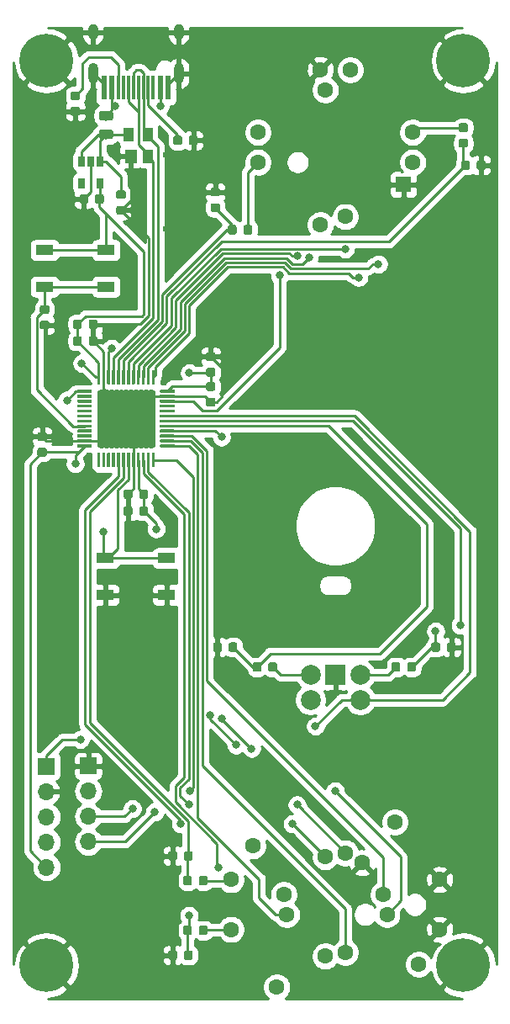
<source format=gtl>
G04 #@! TF.GenerationSoftware,KiCad,Pcbnew,(5.1.2)-1*
G04 #@! TF.CreationDate,2019-06-30T01:41:10-07:00*
G04 #@! TF.ProjectId,joy,6a6f792e-6b69-4636-9164-5f7063625858,rev?*
G04 #@! TF.SameCoordinates,Original*
G04 #@! TF.FileFunction,Copper,L1,Top*
G04 #@! TF.FilePolarity,Positive*
%FSLAX46Y46*%
G04 Gerber Fmt 4.6, Leading zero omitted, Abs format (unit mm)*
G04 Created by KiCad (PCBNEW (5.1.2)-1) date 2019-06-30 01:41:10*
%MOMM*%
%LPD*%
G04 APERTURE LIST*
%ADD10O,1.000000X1.600000*%
%ADD11O,1.000000X2.100000*%
%ADD12R,0.300000X2.450000*%
%ADD13R,0.600000X2.450000*%
%ADD14C,0.100000*%
%ADD15C,0.875000*%
%ADD16R,1.200000X1.400000*%
%ADD17R,1.000000X1.400000*%
%ADD18R,2.000000X2.000000*%
%ADD19C,2.000000*%
%ADD20C,0.975000*%
%ADD21R,1.700000X1.700000*%
%ADD22O,1.700000X1.700000*%
%ADD23C,1.600000*%
%ADD24R,1.600000X1.600000*%
%ADD25C,0.300000*%
%ADD26R,0.650000X1.060000*%
%ADD27C,0.800000*%
%ADD28C,5.400000*%
%ADD29R,1.800000X1.100000*%
%ADD30C,0.600000*%
%ADD31C,0.254000*%
G04 APERTURE END LIST*
D10*
X8680000Y-1100000D03*
X17320000Y-1100000D03*
D11*
X8680000Y-5280000D03*
X17320000Y-5280000D03*
D12*
X13250000Y-6695000D03*
X12750000Y-6695000D03*
X12250000Y-6695000D03*
X13750000Y-6695000D03*
X11750000Y-6695000D03*
X14250000Y-6695000D03*
X11250000Y-6695000D03*
X14750000Y-6695000D03*
D13*
X15450000Y-6695000D03*
X10550000Y-6695000D03*
X16225000Y-6695000D03*
X9775000Y-6695000D03*
D14*
G36*
X11777691Y-17026053D02*
G01*
X11798926Y-17029203D01*
X11819750Y-17034419D01*
X11839962Y-17041651D01*
X11859368Y-17050830D01*
X11877781Y-17061866D01*
X11895024Y-17074654D01*
X11910930Y-17089070D01*
X11925346Y-17104976D01*
X11938134Y-17122219D01*
X11949170Y-17140632D01*
X11958349Y-17160038D01*
X11965581Y-17180250D01*
X11970797Y-17201074D01*
X11973947Y-17222309D01*
X11975000Y-17243750D01*
X11975000Y-17681250D01*
X11973947Y-17702691D01*
X11970797Y-17723926D01*
X11965581Y-17744750D01*
X11958349Y-17764962D01*
X11949170Y-17784368D01*
X11938134Y-17802781D01*
X11925346Y-17820024D01*
X11910930Y-17835930D01*
X11895024Y-17850346D01*
X11877781Y-17863134D01*
X11859368Y-17874170D01*
X11839962Y-17883349D01*
X11819750Y-17890581D01*
X11798926Y-17895797D01*
X11777691Y-17898947D01*
X11756250Y-17900000D01*
X11243750Y-17900000D01*
X11222309Y-17898947D01*
X11201074Y-17895797D01*
X11180250Y-17890581D01*
X11160038Y-17883349D01*
X11140632Y-17874170D01*
X11122219Y-17863134D01*
X11104976Y-17850346D01*
X11089070Y-17835930D01*
X11074654Y-17820024D01*
X11061866Y-17802781D01*
X11050830Y-17784368D01*
X11041651Y-17764962D01*
X11034419Y-17744750D01*
X11029203Y-17723926D01*
X11026053Y-17702691D01*
X11025000Y-17681250D01*
X11025000Y-17243750D01*
X11026053Y-17222309D01*
X11029203Y-17201074D01*
X11034419Y-17180250D01*
X11041651Y-17160038D01*
X11050830Y-17140632D01*
X11061866Y-17122219D01*
X11074654Y-17104976D01*
X11089070Y-17089070D01*
X11104976Y-17074654D01*
X11122219Y-17061866D01*
X11140632Y-17050830D01*
X11160038Y-17041651D01*
X11180250Y-17034419D01*
X11201074Y-17029203D01*
X11222309Y-17026053D01*
X11243750Y-17025000D01*
X11756250Y-17025000D01*
X11777691Y-17026053D01*
X11777691Y-17026053D01*
G37*
D15*
X11500000Y-17462500D03*
D14*
G36*
X11777691Y-18601053D02*
G01*
X11798926Y-18604203D01*
X11819750Y-18609419D01*
X11839962Y-18616651D01*
X11859368Y-18625830D01*
X11877781Y-18636866D01*
X11895024Y-18649654D01*
X11910930Y-18664070D01*
X11925346Y-18679976D01*
X11938134Y-18697219D01*
X11949170Y-18715632D01*
X11958349Y-18735038D01*
X11965581Y-18755250D01*
X11970797Y-18776074D01*
X11973947Y-18797309D01*
X11975000Y-18818750D01*
X11975000Y-19256250D01*
X11973947Y-19277691D01*
X11970797Y-19298926D01*
X11965581Y-19319750D01*
X11958349Y-19339962D01*
X11949170Y-19359368D01*
X11938134Y-19377781D01*
X11925346Y-19395024D01*
X11910930Y-19410930D01*
X11895024Y-19425346D01*
X11877781Y-19438134D01*
X11859368Y-19449170D01*
X11839962Y-19458349D01*
X11819750Y-19465581D01*
X11798926Y-19470797D01*
X11777691Y-19473947D01*
X11756250Y-19475000D01*
X11243750Y-19475000D01*
X11222309Y-19473947D01*
X11201074Y-19470797D01*
X11180250Y-19465581D01*
X11160038Y-19458349D01*
X11140632Y-19449170D01*
X11122219Y-19438134D01*
X11104976Y-19425346D01*
X11089070Y-19410930D01*
X11074654Y-19395024D01*
X11061866Y-19377781D01*
X11050830Y-19359368D01*
X11041651Y-19339962D01*
X11034419Y-19319750D01*
X11029203Y-19298926D01*
X11026053Y-19277691D01*
X11025000Y-19256250D01*
X11025000Y-18818750D01*
X11026053Y-18797309D01*
X11029203Y-18776074D01*
X11034419Y-18755250D01*
X11041651Y-18735038D01*
X11050830Y-18715632D01*
X11061866Y-18697219D01*
X11074654Y-18679976D01*
X11089070Y-18664070D01*
X11104976Y-18649654D01*
X11122219Y-18636866D01*
X11140632Y-18625830D01*
X11160038Y-18616651D01*
X11180250Y-18609419D01*
X11201074Y-18604203D01*
X11222309Y-18601053D01*
X11243750Y-18600000D01*
X11756250Y-18600000D01*
X11777691Y-18601053D01*
X11777691Y-18601053D01*
G37*
D15*
X11500000Y-19037500D03*
D14*
G36*
X7352691Y-30026053D02*
G01*
X7373926Y-30029203D01*
X7394750Y-30034419D01*
X7414962Y-30041651D01*
X7434368Y-30050830D01*
X7452781Y-30061866D01*
X7470024Y-30074654D01*
X7485930Y-30089070D01*
X7500346Y-30104976D01*
X7513134Y-30122219D01*
X7524170Y-30140632D01*
X7533349Y-30160038D01*
X7540581Y-30180250D01*
X7545797Y-30201074D01*
X7548947Y-30222309D01*
X7550000Y-30243750D01*
X7550000Y-30756250D01*
X7548947Y-30777691D01*
X7545797Y-30798926D01*
X7540581Y-30819750D01*
X7533349Y-30839962D01*
X7524170Y-30859368D01*
X7513134Y-30877781D01*
X7500346Y-30895024D01*
X7485930Y-30910930D01*
X7470024Y-30925346D01*
X7452781Y-30938134D01*
X7434368Y-30949170D01*
X7414962Y-30958349D01*
X7394750Y-30965581D01*
X7373926Y-30970797D01*
X7352691Y-30973947D01*
X7331250Y-30975000D01*
X6893750Y-30975000D01*
X6872309Y-30973947D01*
X6851074Y-30970797D01*
X6830250Y-30965581D01*
X6810038Y-30958349D01*
X6790632Y-30949170D01*
X6772219Y-30938134D01*
X6754976Y-30925346D01*
X6739070Y-30910930D01*
X6724654Y-30895024D01*
X6711866Y-30877781D01*
X6700830Y-30859368D01*
X6691651Y-30839962D01*
X6684419Y-30819750D01*
X6679203Y-30798926D01*
X6676053Y-30777691D01*
X6675000Y-30756250D01*
X6675000Y-30243750D01*
X6676053Y-30222309D01*
X6679203Y-30201074D01*
X6684419Y-30180250D01*
X6691651Y-30160038D01*
X6700830Y-30140632D01*
X6711866Y-30122219D01*
X6724654Y-30104976D01*
X6739070Y-30089070D01*
X6754976Y-30074654D01*
X6772219Y-30061866D01*
X6790632Y-30050830D01*
X6810038Y-30041651D01*
X6830250Y-30034419D01*
X6851074Y-30029203D01*
X6872309Y-30026053D01*
X6893750Y-30025000D01*
X7331250Y-30025000D01*
X7352691Y-30026053D01*
X7352691Y-30026053D01*
G37*
D15*
X7112500Y-30500000D03*
D14*
G36*
X8927691Y-30026053D02*
G01*
X8948926Y-30029203D01*
X8969750Y-30034419D01*
X8989962Y-30041651D01*
X9009368Y-30050830D01*
X9027781Y-30061866D01*
X9045024Y-30074654D01*
X9060930Y-30089070D01*
X9075346Y-30104976D01*
X9088134Y-30122219D01*
X9099170Y-30140632D01*
X9108349Y-30160038D01*
X9115581Y-30180250D01*
X9120797Y-30201074D01*
X9123947Y-30222309D01*
X9125000Y-30243750D01*
X9125000Y-30756250D01*
X9123947Y-30777691D01*
X9120797Y-30798926D01*
X9115581Y-30819750D01*
X9108349Y-30839962D01*
X9099170Y-30859368D01*
X9088134Y-30877781D01*
X9075346Y-30895024D01*
X9060930Y-30910930D01*
X9045024Y-30925346D01*
X9027781Y-30938134D01*
X9009368Y-30949170D01*
X8989962Y-30958349D01*
X8969750Y-30965581D01*
X8948926Y-30970797D01*
X8927691Y-30973947D01*
X8906250Y-30975000D01*
X8468750Y-30975000D01*
X8447309Y-30973947D01*
X8426074Y-30970797D01*
X8405250Y-30965581D01*
X8385038Y-30958349D01*
X8365632Y-30949170D01*
X8347219Y-30938134D01*
X8329976Y-30925346D01*
X8314070Y-30910930D01*
X8299654Y-30895024D01*
X8286866Y-30877781D01*
X8275830Y-30859368D01*
X8266651Y-30839962D01*
X8259419Y-30819750D01*
X8254203Y-30798926D01*
X8251053Y-30777691D01*
X8250000Y-30756250D01*
X8250000Y-30243750D01*
X8251053Y-30222309D01*
X8254203Y-30201074D01*
X8259419Y-30180250D01*
X8266651Y-30160038D01*
X8275830Y-30140632D01*
X8286866Y-30122219D01*
X8299654Y-30104976D01*
X8314070Y-30089070D01*
X8329976Y-30074654D01*
X8347219Y-30061866D01*
X8365632Y-30050830D01*
X8385038Y-30041651D01*
X8405250Y-30034419D01*
X8426074Y-30029203D01*
X8447309Y-30026053D01*
X8468750Y-30025000D01*
X8906250Y-30025000D01*
X8927691Y-30026053D01*
X8927691Y-30026053D01*
G37*
D15*
X8687500Y-30500000D03*
D14*
G36*
X20827691Y-34901053D02*
G01*
X20848926Y-34904203D01*
X20869750Y-34909419D01*
X20889962Y-34916651D01*
X20909368Y-34925830D01*
X20927781Y-34936866D01*
X20945024Y-34949654D01*
X20960930Y-34964070D01*
X20975346Y-34979976D01*
X20988134Y-34997219D01*
X20999170Y-35015632D01*
X21008349Y-35035038D01*
X21015581Y-35055250D01*
X21020797Y-35076074D01*
X21023947Y-35097309D01*
X21025000Y-35118750D01*
X21025000Y-35556250D01*
X21023947Y-35577691D01*
X21020797Y-35598926D01*
X21015581Y-35619750D01*
X21008349Y-35639962D01*
X20999170Y-35659368D01*
X20988134Y-35677781D01*
X20975346Y-35695024D01*
X20960930Y-35710930D01*
X20945024Y-35725346D01*
X20927781Y-35738134D01*
X20909368Y-35749170D01*
X20889962Y-35758349D01*
X20869750Y-35765581D01*
X20848926Y-35770797D01*
X20827691Y-35773947D01*
X20806250Y-35775000D01*
X20293750Y-35775000D01*
X20272309Y-35773947D01*
X20251074Y-35770797D01*
X20230250Y-35765581D01*
X20210038Y-35758349D01*
X20190632Y-35749170D01*
X20172219Y-35738134D01*
X20154976Y-35725346D01*
X20139070Y-35710930D01*
X20124654Y-35695024D01*
X20111866Y-35677781D01*
X20100830Y-35659368D01*
X20091651Y-35639962D01*
X20084419Y-35619750D01*
X20079203Y-35598926D01*
X20076053Y-35577691D01*
X20075000Y-35556250D01*
X20075000Y-35118750D01*
X20076053Y-35097309D01*
X20079203Y-35076074D01*
X20084419Y-35055250D01*
X20091651Y-35035038D01*
X20100830Y-35015632D01*
X20111866Y-34997219D01*
X20124654Y-34979976D01*
X20139070Y-34964070D01*
X20154976Y-34949654D01*
X20172219Y-34936866D01*
X20190632Y-34925830D01*
X20210038Y-34916651D01*
X20230250Y-34909419D01*
X20251074Y-34904203D01*
X20272309Y-34901053D01*
X20293750Y-34900000D01*
X20806250Y-34900000D01*
X20827691Y-34901053D01*
X20827691Y-34901053D01*
G37*
D15*
X20550000Y-35337500D03*
D14*
G36*
X20827691Y-33326053D02*
G01*
X20848926Y-33329203D01*
X20869750Y-33334419D01*
X20889962Y-33341651D01*
X20909368Y-33350830D01*
X20927781Y-33361866D01*
X20945024Y-33374654D01*
X20960930Y-33389070D01*
X20975346Y-33404976D01*
X20988134Y-33422219D01*
X20999170Y-33440632D01*
X21008349Y-33460038D01*
X21015581Y-33480250D01*
X21020797Y-33501074D01*
X21023947Y-33522309D01*
X21025000Y-33543750D01*
X21025000Y-33981250D01*
X21023947Y-34002691D01*
X21020797Y-34023926D01*
X21015581Y-34044750D01*
X21008349Y-34064962D01*
X20999170Y-34084368D01*
X20988134Y-34102781D01*
X20975346Y-34120024D01*
X20960930Y-34135930D01*
X20945024Y-34150346D01*
X20927781Y-34163134D01*
X20909368Y-34174170D01*
X20889962Y-34183349D01*
X20869750Y-34190581D01*
X20848926Y-34195797D01*
X20827691Y-34198947D01*
X20806250Y-34200000D01*
X20293750Y-34200000D01*
X20272309Y-34198947D01*
X20251074Y-34195797D01*
X20230250Y-34190581D01*
X20210038Y-34183349D01*
X20190632Y-34174170D01*
X20172219Y-34163134D01*
X20154976Y-34150346D01*
X20139070Y-34135930D01*
X20124654Y-34120024D01*
X20111866Y-34102781D01*
X20100830Y-34084368D01*
X20091651Y-34064962D01*
X20084419Y-34044750D01*
X20079203Y-34023926D01*
X20076053Y-34002691D01*
X20075000Y-33981250D01*
X20075000Y-33543750D01*
X20076053Y-33522309D01*
X20079203Y-33501074D01*
X20084419Y-33480250D01*
X20091651Y-33460038D01*
X20100830Y-33440632D01*
X20111866Y-33422219D01*
X20124654Y-33404976D01*
X20139070Y-33389070D01*
X20154976Y-33374654D01*
X20172219Y-33361866D01*
X20190632Y-33350830D01*
X20210038Y-33341651D01*
X20230250Y-33334419D01*
X20251074Y-33329203D01*
X20272309Y-33326053D01*
X20293750Y-33325000D01*
X20806250Y-33325000D01*
X20827691Y-33326053D01*
X20827691Y-33326053D01*
G37*
D15*
X20550000Y-33762500D03*
D14*
G36*
X7352691Y-31726053D02*
G01*
X7373926Y-31729203D01*
X7394750Y-31734419D01*
X7414962Y-31741651D01*
X7434368Y-31750830D01*
X7452781Y-31761866D01*
X7470024Y-31774654D01*
X7485930Y-31789070D01*
X7500346Y-31804976D01*
X7513134Y-31822219D01*
X7524170Y-31840632D01*
X7533349Y-31860038D01*
X7540581Y-31880250D01*
X7545797Y-31901074D01*
X7548947Y-31922309D01*
X7550000Y-31943750D01*
X7550000Y-32456250D01*
X7548947Y-32477691D01*
X7545797Y-32498926D01*
X7540581Y-32519750D01*
X7533349Y-32539962D01*
X7524170Y-32559368D01*
X7513134Y-32577781D01*
X7500346Y-32595024D01*
X7485930Y-32610930D01*
X7470024Y-32625346D01*
X7452781Y-32638134D01*
X7434368Y-32649170D01*
X7414962Y-32658349D01*
X7394750Y-32665581D01*
X7373926Y-32670797D01*
X7352691Y-32673947D01*
X7331250Y-32675000D01*
X6893750Y-32675000D01*
X6872309Y-32673947D01*
X6851074Y-32670797D01*
X6830250Y-32665581D01*
X6810038Y-32658349D01*
X6790632Y-32649170D01*
X6772219Y-32638134D01*
X6754976Y-32625346D01*
X6739070Y-32610930D01*
X6724654Y-32595024D01*
X6711866Y-32577781D01*
X6700830Y-32559368D01*
X6691651Y-32539962D01*
X6684419Y-32519750D01*
X6679203Y-32498926D01*
X6676053Y-32477691D01*
X6675000Y-32456250D01*
X6675000Y-31943750D01*
X6676053Y-31922309D01*
X6679203Y-31901074D01*
X6684419Y-31880250D01*
X6691651Y-31860038D01*
X6700830Y-31840632D01*
X6711866Y-31822219D01*
X6724654Y-31804976D01*
X6739070Y-31789070D01*
X6754976Y-31774654D01*
X6772219Y-31761866D01*
X6790632Y-31750830D01*
X6810038Y-31741651D01*
X6830250Y-31734419D01*
X6851074Y-31729203D01*
X6872309Y-31726053D01*
X6893750Y-31725000D01*
X7331250Y-31725000D01*
X7352691Y-31726053D01*
X7352691Y-31726053D01*
G37*
D15*
X7112500Y-32200000D03*
D14*
G36*
X8927691Y-31726053D02*
G01*
X8948926Y-31729203D01*
X8969750Y-31734419D01*
X8989962Y-31741651D01*
X9009368Y-31750830D01*
X9027781Y-31761866D01*
X9045024Y-31774654D01*
X9060930Y-31789070D01*
X9075346Y-31804976D01*
X9088134Y-31822219D01*
X9099170Y-31840632D01*
X9108349Y-31860038D01*
X9115581Y-31880250D01*
X9120797Y-31901074D01*
X9123947Y-31922309D01*
X9125000Y-31943750D01*
X9125000Y-32456250D01*
X9123947Y-32477691D01*
X9120797Y-32498926D01*
X9115581Y-32519750D01*
X9108349Y-32539962D01*
X9099170Y-32559368D01*
X9088134Y-32577781D01*
X9075346Y-32595024D01*
X9060930Y-32610930D01*
X9045024Y-32625346D01*
X9027781Y-32638134D01*
X9009368Y-32649170D01*
X8989962Y-32658349D01*
X8969750Y-32665581D01*
X8948926Y-32670797D01*
X8927691Y-32673947D01*
X8906250Y-32675000D01*
X8468750Y-32675000D01*
X8447309Y-32673947D01*
X8426074Y-32670797D01*
X8405250Y-32665581D01*
X8385038Y-32658349D01*
X8365632Y-32649170D01*
X8347219Y-32638134D01*
X8329976Y-32625346D01*
X8314070Y-32610930D01*
X8299654Y-32595024D01*
X8286866Y-32577781D01*
X8275830Y-32559368D01*
X8266651Y-32539962D01*
X8259419Y-32519750D01*
X8254203Y-32498926D01*
X8251053Y-32477691D01*
X8250000Y-32456250D01*
X8250000Y-31943750D01*
X8251053Y-31922309D01*
X8254203Y-31901074D01*
X8259419Y-31880250D01*
X8266651Y-31860038D01*
X8275830Y-31840632D01*
X8286866Y-31822219D01*
X8299654Y-31804976D01*
X8314070Y-31789070D01*
X8329976Y-31774654D01*
X8347219Y-31761866D01*
X8365632Y-31750830D01*
X8385038Y-31741651D01*
X8405250Y-31734419D01*
X8426074Y-31729203D01*
X8447309Y-31726053D01*
X8468750Y-31725000D01*
X8906250Y-31725000D01*
X8927691Y-31726053D01*
X8927691Y-31726053D01*
G37*
D15*
X8687500Y-32200000D03*
D14*
G36*
X3827691Y-42951053D02*
G01*
X3848926Y-42954203D01*
X3869750Y-42959419D01*
X3889962Y-42966651D01*
X3909368Y-42975830D01*
X3927781Y-42986866D01*
X3945024Y-42999654D01*
X3960930Y-43014070D01*
X3975346Y-43029976D01*
X3988134Y-43047219D01*
X3999170Y-43065632D01*
X4008349Y-43085038D01*
X4015581Y-43105250D01*
X4020797Y-43126074D01*
X4023947Y-43147309D01*
X4025000Y-43168750D01*
X4025000Y-43606250D01*
X4023947Y-43627691D01*
X4020797Y-43648926D01*
X4015581Y-43669750D01*
X4008349Y-43689962D01*
X3999170Y-43709368D01*
X3988134Y-43727781D01*
X3975346Y-43745024D01*
X3960930Y-43760930D01*
X3945024Y-43775346D01*
X3927781Y-43788134D01*
X3909368Y-43799170D01*
X3889962Y-43808349D01*
X3869750Y-43815581D01*
X3848926Y-43820797D01*
X3827691Y-43823947D01*
X3806250Y-43825000D01*
X3293750Y-43825000D01*
X3272309Y-43823947D01*
X3251074Y-43820797D01*
X3230250Y-43815581D01*
X3210038Y-43808349D01*
X3190632Y-43799170D01*
X3172219Y-43788134D01*
X3154976Y-43775346D01*
X3139070Y-43760930D01*
X3124654Y-43745024D01*
X3111866Y-43727781D01*
X3100830Y-43709368D01*
X3091651Y-43689962D01*
X3084419Y-43669750D01*
X3079203Y-43648926D01*
X3076053Y-43627691D01*
X3075000Y-43606250D01*
X3075000Y-43168750D01*
X3076053Y-43147309D01*
X3079203Y-43126074D01*
X3084419Y-43105250D01*
X3091651Y-43085038D01*
X3100830Y-43065632D01*
X3111866Y-43047219D01*
X3124654Y-43029976D01*
X3139070Y-43014070D01*
X3154976Y-42999654D01*
X3172219Y-42986866D01*
X3190632Y-42975830D01*
X3210038Y-42966651D01*
X3230250Y-42959419D01*
X3251074Y-42954203D01*
X3272309Y-42951053D01*
X3293750Y-42950000D01*
X3806250Y-42950000D01*
X3827691Y-42951053D01*
X3827691Y-42951053D01*
G37*
D15*
X3550000Y-43387500D03*
D14*
G36*
X3827691Y-41376053D02*
G01*
X3848926Y-41379203D01*
X3869750Y-41384419D01*
X3889962Y-41391651D01*
X3909368Y-41400830D01*
X3927781Y-41411866D01*
X3945024Y-41424654D01*
X3960930Y-41439070D01*
X3975346Y-41454976D01*
X3988134Y-41472219D01*
X3999170Y-41490632D01*
X4008349Y-41510038D01*
X4015581Y-41530250D01*
X4020797Y-41551074D01*
X4023947Y-41572309D01*
X4025000Y-41593750D01*
X4025000Y-42031250D01*
X4023947Y-42052691D01*
X4020797Y-42073926D01*
X4015581Y-42094750D01*
X4008349Y-42114962D01*
X3999170Y-42134368D01*
X3988134Y-42152781D01*
X3975346Y-42170024D01*
X3960930Y-42185930D01*
X3945024Y-42200346D01*
X3927781Y-42213134D01*
X3909368Y-42224170D01*
X3889962Y-42233349D01*
X3869750Y-42240581D01*
X3848926Y-42245797D01*
X3827691Y-42248947D01*
X3806250Y-42250000D01*
X3293750Y-42250000D01*
X3272309Y-42248947D01*
X3251074Y-42245797D01*
X3230250Y-42240581D01*
X3210038Y-42233349D01*
X3190632Y-42224170D01*
X3172219Y-42213134D01*
X3154976Y-42200346D01*
X3139070Y-42185930D01*
X3124654Y-42170024D01*
X3111866Y-42152781D01*
X3100830Y-42134368D01*
X3091651Y-42114962D01*
X3084419Y-42094750D01*
X3079203Y-42073926D01*
X3076053Y-42052691D01*
X3075000Y-42031250D01*
X3075000Y-41593750D01*
X3076053Y-41572309D01*
X3079203Y-41551074D01*
X3084419Y-41530250D01*
X3091651Y-41510038D01*
X3100830Y-41490632D01*
X3111866Y-41472219D01*
X3124654Y-41454976D01*
X3139070Y-41439070D01*
X3154976Y-41424654D01*
X3172219Y-41411866D01*
X3190632Y-41400830D01*
X3210038Y-41391651D01*
X3230250Y-41384419D01*
X3251074Y-41379203D01*
X3272309Y-41376053D01*
X3293750Y-41375000D01*
X3806250Y-41375000D01*
X3827691Y-41376053D01*
X3827691Y-41376053D01*
G37*
D15*
X3550000Y-41812500D03*
D14*
G36*
X20827691Y-36338553D02*
G01*
X20848926Y-36341703D01*
X20869750Y-36346919D01*
X20889962Y-36354151D01*
X20909368Y-36363330D01*
X20927781Y-36374366D01*
X20945024Y-36387154D01*
X20960930Y-36401570D01*
X20975346Y-36417476D01*
X20988134Y-36434719D01*
X20999170Y-36453132D01*
X21008349Y-36472538D01*
X21015581Y-36492750D01*
X21020797Y-36513574D01*
X21023947Y-36534809D01*
X21025000Y-36556250D01*
X21025000Y-36993750D01*
X21023947Y-37015191D01*
X21020797Y-37036426D01*
X21015581Y-37057250D01*
X21008349Y-37077462D01*
X20999170Y-37096868D01*
X20988134Y-37115281D01*
X20975346Y-37132524D01*
X20960930Y-37148430D01*
X20945024Y-37162846D01*
X20927781Y-37175634D01*
X20909368Y-37186670D01*
X20889962Y-37195849D01*
X20869750Y-37203081D01*
X20848926Y-37208297D01*
X20827691Y-37211447D01*
X20806250Y-37212500D01*
X20293750Y-37212500D01*
X20272309Y-37211447D01*
X20251074Y-37208297D01*
X20230250Y-37203081D01*
X20210038Y-37195849D01*
X20190632Y-37186670D01*
X20172219Y-37175634D01*
X20154976Y-37162846D01*
X20139070Y-37148430D01*
X20124654Y-37132524D01*
X20111866Y-37115281D01*
X20100830Y-37096868D01*
X20091651Y-37077462D01*
X20084419Y-37057250D01*
X20079203Y-37036426D01*
X20076053Y-37015191D01*
X20075000Y-36993750D01*
X20075000Y-36556250D01*
X20076053Y-36534809D01*
X20079203Y-36513574D01*
X20084419Y-36492750D01*
X20091651Y-36472538D01*
X20100830Y-36453132D01*
X20111866Y-36434719D01*
X20124654Y-36417476D01*
X20139070Y-36401570D01*
X20154976Y-36387154D01*
X20172219Y-36374366D01*
X20190632Y-36363330D01*
X20210038Y-36354151D01*
X20230250Y-36346919D01*
X20251074Y-36341703D01*
X20272309Y-36338553D01*
X20293750Y-36337500D01*
X20806250Y-36337500D01*
X20827691Y-36338553D01*
X20827691Y-36338553D01*
G37*
D15*
X20550000Y-36775000D03*
D14*
G36*
X20827691Y-37913553D02*
G01*
X20848926Y-37916703D01*
X20869750Y-37921919D01*
X20889962Y-37929151D01*
X20909368Y-37938330D01*
X20927781Y-37949366D01*
X20945024Y-37962154D01*
X20960930Y-37976570D01*
X20975346Y-37992476D01*
X20988134Y-38009719D01*
X20999170Y-38028132D01*
X21008349Y-38047538D01*
X21015581Y-38067750D01*
X21020797Y-38088574D01*
X21023947Y-38109809D01*
X21025000Y-38131250D01*
X21025000Y-38568750D01*
X21023947Y-38590191D01*
X21020797Y-38611426D01*
X21015581Y-38632250D01*
X21008349Y-38652462D01*
X20999170Y-38671868D01*
X20988134Y-38690281D01*
X20975346Y-38707524D01*
X20960930Y-38723430D01*
X20945024Y-38737846D01*
X20927781Y-38750634D01*
X20909368Y-38761670D01*
X20889962Y-38770849D01*
X20869750Y-38778081D01*
X20848926Y-38783297D01*
X20827691Y-38786447D01*
X20806250Y-38787500D01*
X20293750Y-38787500D01*
X20272309Y-38786447D01*
X20251074Y-38783297D01*
X20230250Y-38778081D01*
X20210038Y-38770849D01*
X20190632Y-38761670D01*
X20172219Y-38750634D01*
X20154976Y-38737846D01*
X20139070Y-38723430D01*
X20124654Y-38707524D01*
X20111866Y-38690281D01*
X20100830Y-38671868D01*
X20091651Y-38652462D01*
X20084419Y-38632250D01*
X20079203Y-38611426D01*
X20076053Y-38590191D01*
X20075000Y-38568750D01*
X20075000Y-38131250D01*
X20076053Y-38109809D01*
X20079203Y-38088574D01*
X20084419Y-38067750D01*
X20091651Y-38047538D01*
X20100830Y-38028132D01*
X20111866Y-38009719D01*
X20124654Y-37992476D01*
X20139070Y-37976570D01*
X20154976Y-37962154D01*
X20172219Y-37949366D01*
X20190632Y-37938330D01*
X20210038Y-37929151D01*
X20230250Y-37921919D01*
X20251074Y-37916703D01*
X20272309Y-37913553D01*
X20293750Y-37912500D01*
X20806250Y-37912500D01*
X20827691Y-37913553D01*
X20827691Y-37913553D01*
G37*
D15*
X20550000Y-38350000D03*
D14*
G36*
X16952691Y-83526053D02*
G01*
X16973926Y-83529203D01*
X16994750Y-83534419D01*
X17014962Y-83541651D01*
X17034368Y-83550830D01*
X17052781Y-83561866D01*
X17070024Y-83574654D01*
X17085930Y-83589070D01*
X17100346Y-83604976D01*
X17113134Y-83622219D01*
X17124170Y-83640632D01*
X17133349Y-83660038D01*
X17140581Y-83680250D01*
X17145797Y-83701074D01*
X17148947Y-83722309D01*
X17150000Y-83743750D01*
X17150000Y-84256250D01*
X17148947Y-84277691D01*
X17145797Y-84298926D01*
X17140581Y-84319750D01*
X17133349Y-84339962D01*
X17124170Y-84359368D01*
X17113134Y-84377781D01*
X17100346Y-84395024D01*
X17085930Y-84410930D01*
X17070024Y-84425346D01*
X17052781Y-84438134D01*
X17034368Y-84449170D01*
X17014962Y-84458349D01*
X16994750Y-84465581D01*
X16973926Y-84470797D01*
X16952691Y-84473947D01*
X16931250Y-84475000D01*
X16493750Y-84475000D01*
X16472309Y-84473947D01*
X16451074Y-84470797D01*
X16430250Y-84465581D01*
X16410038Y-84458349D01*
X16390632Y-84449170D01*
X16372219Y-84438134D01*
X16354976Y-84425346D01*
X16339070Y-84410930D01*
X16324654Y-84395024D01*
X16311866Y-84377781D01*
X16300830Y-84359368D01*
X16291651Y-84339962D01*
X16284419Y-84319750D01*
X16279203Y-84298926D01*
X16276053Y-84277691D01*
X16275000Y-84256250D01*
X16275000Y-83743750D01*
X16276053Y-83722309D01*
X16279203Y-83701074D01*
X16284419Y-83680250D01*
X16291651Y-83660038D01*
X16300830Y-83640632D01*
X16311866Y-83622219D01*
X16324654Y-83604976D01*
X16339070Y-83589070D01*
X16354976Y-83574654D01*
X16372219Y-83561866D01*
X16390632Y-83550830D01*
X16410038Y-83541651D01*
X16430250Y-83534419D01*
X16451074Y-83529203D01*
X16472309Y-83526053D01*
X16493750Y-83525000D01*
X16931250Y-83525000D01*
X16952691Y-83526053D01*
X16952691Y-83526053D01*
G37*
D15*
X16712500Y-84000000D03*
D14*
G36*
X18527691Y-83526053D02*
G01*
X18548926Y-83529203D01*
X18569750Y-83534419D01*
X18589962Y-83541651D01*
X18609368Y-83550830D01*
X18627781Y-83561866D01*
X18645024Y-83574654D01*
X18660930Y-83589070D01*
X18675346Y-83604976D01*
X18688134Y-83622219D01*
X18699170Y-83640632D01*
X18708349Y-83660038D01*
X18715581Y-83680250D01*
X18720797Y-83701074D01*
X18723947Y-83722309D01*
X18725000Y-83743750D01*
X18725000Y-84256250D01*
X18723947Y-84277691D01*
X18720797Y-84298926D01*
X18715581Y-84319750D01*
X18708349Y-84339962D01*
X18699170Y-84359368D01*
X18688134Y-84377781D01*
X18675346Y-84395024D01*
X18660930Y-84410930D01*
X18645024Y-84425346D01*
X18627781Y-84438134D01*
X18609368Y-84449170D01*
X18589962Y-84458349D01*
X18569750Y-84465581D01*
X18548926Y-84470797D01*
X18527691Y-84473947D01*
X18506250Y-84475000D01*
X18068750Y-84475000D01*
X18047309Y-84473947D01*
X18026074Y-84470797D01*
X18005250Y-84465581D01*
X17985038Y-84458349D01*
X17965632Y-84449170D01*
X17947219Y-84438134D01*
X17929976Y-84425346D01*
X17914070Y-84410930D01*
X17899654Y-84395024D01*
X17886866Y-84377781D01*
X17875830Y-84359368D01*
X17866651Y-84339962D01*
X17859419Y-84319750D01*
X17854203Y-84298926D01*
X17851053Y-84277691D01*
X17850000Y-84256250D01*
X17850000Y-83743750D01*
X17851053Y-83722309D01*
X17854203Y-83701074D01*
X17859419Y-83680250D01*
X17866651Y-83660038D01*
X17875830Y-83640632D01*
X17886866Y-83622219D01*
X17899654Y-83604976D01*
X17914070Y-83589070D01*
X17929976Y-83574654D01*
X17947219Y-83561866D01*
X17965632Y-83550830D01*
X17985038Y-83541651D01*
X18005250Y-83534419D01*
X18026074Y-83529203D01*
X18047309Y-83526053D01*
X18068750Y-83525000D01*
X18506250Y-83525000D01*
X18527691Y-83526053D01*
X18527691Y-83526053D01*
G37*
D15*
X18287500Y-84000000D03*
D14*
G36*
X16952691Y-93526053D02*
G01*
X16973926Y-93529203D01*
X16994750Y-93534419D01*
X17014962Y-93541651D01*
X17034368Y-93550830D01*
X17052781Y-93561866D01*
X17070024Y-93574654D01*
X17085930Y-93589070D01*
X17100346Y-93604976D01*
X17113134Y-93622219D01*
X17124170Y-93640632D01*
X17133349Y-93660038D01*
X17140581Y-93680250D01*
X17145797Y-93701074D01*
X17148947Y-93722309D01*
X17150000Y-93743750D01*
X17150000Y-94256250D01*
X17148947Y-94277691D01*
X17145797Y-94298926D01*
X17140581Y-94319750D01*
X17133349Y-94339962D01*
X17124170Y-94359368D01*
X17113134Y-94377781D01*
X17100346Y-94395024D01*
X17085930Y-94410930D01*
X17070024Y-94425346D01*
X17052781Y-94438134D01*
X17034368Y-94449170D01*
X17014962Y-94458349D01*
X16994750Y-94465581D01*
X16973926Y-94470797D01*
X16952691Y-94473947D01*
X16931250Y-94475000D01*
X16493750Y-94475000D01*
X16472309Y-94473947D01*
X16451074Y-94470797D01*
X16430250Y-94465581D01*
X16410038Y-94458349D01*
X16390632Y-94449170D01*
X16372219Y-94438134D01*
X16354976Y-94425346D01*
X16339070Y-94410930D01*
X16324654Y-94395024D01*
X16311866Y-94377781D01*
X16300830Y-94359368D01*
X16291651Y-94339962D01*
X16284419Y-94319750D01*
X16279203Y-94298926D01*
X16276053Y-94277691D01*
X16275000Y-94256250D01*
X16275000Y-93743750D01*
X16276053Y-93722309D01*
X16279203Y-93701074D01*
X16284419Y-93680250D01*
X16291651Y-93660038D01*
X16300830Y-93640632D01*
X16311866Y-93622219D01*
X16324654Y-93604976D01*
X16339070Y-93589070D01*
X16354976Y-93574654D01*
X16372219Y-93561866D01*
X16390632Y-93550830D01*
X16410038Y-93541651D01*
X16430250Y-93534419D01*
X16451074Y-93529203D01*
X16472309Y-93526053D01*
X16493750Y-93525000D01*
X16931250Y-93525000D01*
X16952691Y-93526053D01*
X16952691Y-93526053D01*
G37*
D15*
X16712500Y-94000000D03*
D14*
G36*
X18527691Y-93526053D02*
G01*
X18548926Y-93529203D01*
X18569750Y-93534419D01*
X18589962Y-93541651D01*
X18609368Y-93550830D01*
X18627781Y-93561866D01*
X18645024Y-93574654D01*
X18660930Y-93589070D01*
X18675346Y-93604976D01*
X18688134Y-93622219D01*
X18699170Y-93640632D01*
X18708349Y-93660038D01*
X18715581Y-93680250D01*
X18720797Y-93701074D01*
X18723947Y-93722309D01*
X18725000Y-93743750D01*
X18725000Y-94256250D01*
X18723947Y-94277691D01*
X18720797Y-94298926D01*
X18715581Y-94319750D01*
X18708349Y-94339962D01*
X18699170Y-94359368D01*
X18688134Y-94377781D01*
X18675346Y-94395024D01*
X18660930Y-94410930D01*
X18645024Y-94425346D01*
X18627781Y-94438134D01*
X18609368Y-94449170D01*
X18589962Y-94458349D01*
X18569750Y-94465581D01*
X18548926Y-94470797D01*
X18527691Y-94473947D01*
X18506250Y-94475000D01*
X18068750Y-94475000D01*
X18047309Y-94473947D01*
X18026074Y-94470797D01*
X18005250Y-94465581D01*
X17985038Y-94458349D01*
X17965632Y-94449170D01*
X17947219Y-94438134D01*
X17929976Y-94425346D01*
X17914070Y-94410930D01*
X17899654Y-94395024D01*
X17886866Y-94377781D01*
X17875830Y-94359368D01*
X17866651Y-94339962D01*
X17859419Y-94319750D01*
X17854203Y-94298926D01*
X17851053Y-94277691D01*
X17850000Y-94256250D01*
X17850000Y-93743750D01*
X17851053Y-93722309D01*
X17854203Y-93701074D01*
X17859419Y-93680250D01*
X17866651Y-93660038D01*
X17875830Y-93640632D01*
X17886866Y-93622219D01*
X17899654Y-93604976D01*
X17914070Y-93589070D01*
X17929976Y-93574654D01*
X17947219Y-93561866D01*
X17965632Y-93550830D01*
X17985038Y-93541651D01*
X18005250Y-93534419D01*
X18026074Y-93529203D01*
X18047309Y-93526053D01*
X18068750Y-93525000D01*
X18506250Y-93525000D01*
X18527691Y-93526053D01*
X18527691Y-93526053D01*
G37*
D15*
X18287500Y-94000000D03*
D14*
G36*
X21277691Y-16776053D02*
G01*
X21298926Y-16779203D01*
X21319750Y-16784419D01*
X21339962Y-16791651D01*
X21359368Y-16800830D01*
X21377781Y-16811866D01*
X21395024Y-16824654D01*
X21410930Y-16839070D01*
X21425346Y-16854976D01*
X21438134Y-16872219D01*
X21449170Y-16890632D01*
X21458349Y-16910038D01*
X21465581Y-16930250D01*
X21470797Y-16951074D01*
X21473947Y-16972309D01*
X21475000Y-16993750D01*
X21475000Y-17431250D01*
X21473947Y-17452691D01*
X21470797Y-17473926D01*
X21465581Y-17494750D01*
X21458349Y-17514962D01*
X21449170Y-17534368D01*
X21438134Y-17552781D01*
X21425346Y-17570024D01*
X21410930Y-17585930D01*
X21395024Y-17600346D01*
X21377781Y-17613134D01*
X21359368Y-17624170D01*
X21339962Y-17633349D01*
X21319750Y-17640581D01*
X21298926Y-17645797D01*
X21277691Y-17648947D01*
X21256250Y-17650000D01*
X20743750Y-17650000D01*
X20722309Y-17648947D01*
X20701074Y-17645797D01*
X20680250Y-17640581D01*
X20660038Y-17633349D01*
X20640632Y-17624170D01*
X20622219Y-17613134D01*
X20604976Y-17600346D01*
X20589070Y-17585930D01*
X20574654Y-17570024D01*
X20561866Y-17552781D01*
X20550830Y-17534368D01*
X20541651Y-17514962D01*
X20534419Y-17494750D01*
X20529203Y-17473926D01*
X20526053Y-17452691D01*
X20525000Y-17431250D01*
X20525000Y-16993750D01*
X20526053Y-16972309D01*
X20529203Y-16951074D01*
X20534419Y-16930250D01*
X20541651Y-16910038D01*
X20550830Y-16890632D01*
X20561866Y-16872219D01*
X20574654Y-16854976D01*
X20589070Y-16839070D01*
X20604976Y-16824654D01*
X20622219Y-16811866D01*
X20640632Y-16800830D01*
X20660038Y-16791651D01*
X20680250Y-16784419D01*
X20701074Y-16779203D01*
X20722309Y-16776053D01*
X20743750Y-16775000D01*
X21256250Y-16775000D01*
X21277691Y-16776053D01*
X21277691Y-16776053D01*
G37*
D15*
X21000000Y-17212500D03*
D14*
G36*
X21277691Y-18351053D02*
G01*
X21298926Y-18354203D01*
X21319750Y-18359419D01*
X21339962Y-18366651D01*
X21359368Y-18375830D01*
X21377781Y-18386866D01*
X21395024Y-18399654D01*
X21410930Y-18414070D01*
X21425346Y-18429976D01*
X21438134Y-18447219D01*
X21449170Y-18465632D01*
X21458349Y-18485038D01*
X21465581Y-18505250D01*
X21470797Y-18526074D01*
X21473947Y-18547309D01*
X21475000Y-18568750D01*
X21475000Y-19006250D01*
X21473947Y-19027691D01*
X21470797Y-19048926D01*
X21465581Y-19069750D01*
X21458349Y-19089962D01*
X21449170Y-19109368D01*
X21438134Y-19127781D01*
X21425346Y-19145024D01*
X21410930Y-19160930D01*
X21395024Y-19175346D01*
X21377781Y-19188134D01*
X21359368Y-19199170D01*
X21339962Y-19208349D01*
X21319750Y-19215581D01*
X21298926Y-19220797D01*
X21277691Y-19223947D01*
X21256250Y-19225000D01*
X20743750Y-19225000D01*
X20722309Y-19223947D01*
X20701074Y-19220797D01*
X20680250Y-19215581D01*
X20660038Y-19208349D01*
X20640632Y-19199170D01*
X20622219Y-19188134D01*
X20604976Y-19175346D01*
X20589070Y-19160930D01*
X20574654Y-19145024D01*
X20561866Y-19127781D01*
X20550830Y-19109368D01*
X20541651Y-19089962D01*
X20534419Y-19069750D01*
X20529203Y-19048926D01*
X20526053Y-19027691D01*
X20525000Y-19006250D01*
X20525000Y-18568750D01*
X20526053Y-18547309D01*
X20529203Y-18526074D01*
X20534419Y-18505250D01*
X20541651Y-18485038D01*
X20550830Y-18465632D01*
X20561866Y-18447219D01*
X20574654Y-18429976D01*
X20589070Y-18414070D01*
X20604976Y-18399654D01*
X20622219Y-18386866D01*
X20640632Y-18375830D01*
X20660038Y-18366651D01*
X20680250Y-18359419D01*
X20701074Y-18354203D01*
X20722309Y-18351053D01*
X20743750Y-18350000D01*
X21256250Y-18350000D01*
X21277691Y-18351053D01*
X21277691Y-18351053D01*
G37*
D15*
X21000000Y-18787500D03*
D14*
G36*
X48027691Y-14026053D02*
G01*
X48048926Y-14029203D01*
X48069750Y-14034419D01*
X48089962Y-14041651D01*
X48109368Y-14050830D01*
X48127781Y-14061866D01*
X48145024Y-14074654D01*
X48160930Y-14089070D01*
X48175346Y-14104976D01*
X48188134Y-14122219D01*
X48199170Y-14140632D01*
X48208349Y-14160038D01*
X48215581Y-14180250D01*
X48220797Y-14201074D01*
X48223947Y-14222309D01*
X48225000Y-14243750D01*
X48225000Y-14756250D01*
X48223947Y-14777691D01*
X48220797Y-14798926D01*
X48215581Y-14819750D01*
X48208349Y-14839962D01*
X48199170Y-14859368D01*
X48188134Y-14877781D01*
X48175346Y-14895024D01*
X48160930Y-14910930D01*
X48145024Y-14925346D01*
X48127781Y-14938134D01*
X48109368Y-14949170D01*
X48089962Y-14958349D01*
X48069750Y-14965581D01*
X48048926Y-14970797D01*
X48027691Y-14973947D01*
X48006250Y-14975000D01*
X47568750Y-14975000D01*
X47547309Y-14973947D01*
X47526074Y-14970797D01*
X47505250Y-14965581D01*
X47485038Y-14958349D01*
X47465632Y-14949170D01*
X47447219Y-14938134D01*
X47429976Y-14925346D01*
X47414070Y-14910930D01*
X47399654Y-14895024D01*
X47386866Y-14877781D01*
X47375830Y-14859368D01*
X47366651Y-14839962D01*
X47359419Y-14819750D01*
X47354203Y-14798926D01*
X47351053Y-14777691D01*
X47350000Y-14756250D01*
X47350000Y-14243750D01*
X47351053Y-14222309D01*
X47354203Y-14201074D01*
X47359419Y-14180250D01*
X47366651Y-14160038D01*
X47375830Y-14140632D01*
X47386866Y-14122219D01*
X47399654Y-14104976D01*
X47414070Y-14089070D01*
X47429976Y-14074654D01*
X47447219Y-14061866D01*
X47465632Y-14050830D01*
X47485038Y-14041651D01*
X47505250Y-14034419D01*
X47526074Y-14029203D01*
X47547309Y-14026053D01*
X47568750Y-14025000D01*
X48006250Y-14025000D01*
X48027691Y-14026053D01*
X48027691Y-14026053D01*
G37*
D15*
X47787500Y-14500000D03*
D14*
G36*
X46452691Y-14026053D02*
G01*
X46473926Y-14029203D01*
X46494750Y-14034419D01*
X46514962Y-14041651D01*
X46534368Y-14050830D01*
X46552781Y-14061866D01*
X46570024Y-14074654D01*
X46585930Y-14089070D01*
X46600346Y-14104976D01*
X46613134Y-14122219D01*
X46624170Y-14140632D01*
X46633349Y-14160038D01*
X46640581Y-14180250D01*
X46645797Y-14201074D01*
X46648947Y-14222309D01*
X46650000Y-14243750D01*
X46650000Y-14756250D01*
X46648947Y-14777691D01*
X46645797Y-14798926D01*
X46640581Y-14819750D01*
X46633349Y-14839962D01*
X46624170Y-14859368D01*
X46613134Y-14877781D01*
X46600346Y-14895024D01*
X46585930Y-14910930D01*
X46570024Y-14925346D01*
X46552781Y-14938134D01*
X46534368Y-14949170D01*
X46514962Y-14958349D01*
X46494750Y-14965581D01*
X46473926Y-14970797D01*
X46452691Y-14973947D01*
X46431250Y-14975000D01*
X45993750Y-14975000D01*
X45972309Y-14973947D01*
X45951074Y-14970797D01*
X45930250Y-14965581D01*
X45910038Y-14958349D01*
X45890632Y-14949170D01*
X45872219Y-14938134D01*
X45854976Y-14925346D01*
X45839070Y-14910930D01*
X45824654Y-14895024D01*
X45811866Y-14877781D01*
X45800830Y-14859368D01*
X45791651Y-14839962D01*
X45784419Y-14819750D01*
X45779203Y-14798926D01*
X45776053Y-14777691D01*
X45775000Y-14756250D01*
X45775000Y-14243750D01*
X45776053Y-14222309D01*
X45779203Y-14201074D01*
X45784419Y-14180250D01*
X45791651Y-14160038D01*
X45800830Y-14140632D01*
X45811866Y-14122219D01*
X45824654Y-14104976D01*
X45839070Y-14089070D01*
X45854976Y-14074654D01*
X45872219Y-14061866D01*
X45890632Y-14050830D01*
X45910038Y-14041651D01*
X45930250Y-14034419D01*
X45951074Y-14029203D01*
X45972309Y-14026053D01*
X45993750Y-14025000D01*
X46431250Y-14025000D01*
X46452691Y-14026053D01*
X46452691Y-14026053D01*
G37*
D15*
X46212500Y-14500000D03*
D14*
G36*
X45027691Y-62526053D02*
G01*
X45048926Y-62529203D01*
X45069750Y-62534419D01*
X45089962Y-62541651D01*
X45109368Y-62550830D01*
X45127781Y-62561866D01*
X45145024Y-62574654D01*
X45160930Y-62589070D01*
X45175346Y-62604976D01*
X45188134Y-62622219D01*
X45199170Y-62640632D01*
X45208349Y-62660038D01*
X45215581Y-62680250D01*
X45220797Y-62701074D01*
X45223947Y-62722309D01*
X45225000Y-62743750D01*
X45225000Y-63256250D01*
X45223947Y-63277691D01*
X45220797Y-63298926D01*
X45215581Y-63319750D01*
X45208349Y-63339962D01*
X45199170Y-63359368D01*
X45188134Y-63377781D01*
X45175346Y-63395024D01*
X45160930Y-63410930D01*
X45145024Y-63425346D01*
X45127781Y-63438134D01*
X45109368Y-63449170D01*
X45089962Y-63458349D01*
X45069750Y-63465581D01*
X45048926Y-63470797D01*
X45027691Y-63473947D01*
X45006250Y-63475000D01*
X44568750Y-63475000D01*
X44547309Y-63473947D01*
X44526074Y-63470797D01*
X44505250Y-63465581D01*
X44485038Y-63458349D01*
X44465632Y-63449170D01*
X44447219Y-63438134D01*
X44429976Y-63425346D01*
X44414070Y-63410930D01*
X44399654Y-63395024D01*
X44386866Y-63377781D01*
X44375830Y-63359368D01*
X44366651Y-63339962D01*
X44359419Y-63319750D01*
X44354203Y-63298926D01*
X44351053Y-63277691D01*
X44350000Y-63256250D01*
X44350000Y-62743750D01*
X44351053Y-62722309D01*
X44354203Y-62701074D01*
X44359419Y-62680250D01*
X44366651Y-62660038D01*
X44375830Y-62640632D01*
X44386866Y-62622219D01*
X44399654Y-62604976D01*
X44414070Y-62589070D01*
X44429976Y-62574654D01*
X44447219Y-62561866D01*
X44465632Y-62550830D01*
X44485038Y-62541651D01*
X44505250Y-62534419D01*
X44526074Y-62529203D01*
X44547309Y-62526053D01*
X44568750Y-62525000D01*
X45006250Y-62525000D01*
X45027691Y-62526053D01*
X45027691Y-62526053D01*
G37*
D15*
X44787500Y-63000000D03*
D14*
G36*
X43452691Y-62526053D02*
G01*
X43473926Y-62529203D01*
X43494750Y-62534419D01*
X43514962Y-62541651D01*
X43534368Y-62550830D01*
X43552781Y-62561866D01*
X43570024Y-62574654D01*
X43585930Y-62589070D01*
X43600346Y-62604976D01*
X43613134Y-62622219D01*
X43624170Y-62640632D01*
X43633349Y-62660038D01*
X43640581Y-62680250D01*
X43645797Y-62701074D01*
X43648947Y-62722309D01*
X43650000Y-62743750D01*
X43650000Y-63256250D01*
X43648947Y-63277691D01*
X43645797Y-63298926D01*
X43640581Y-63319750D01*
X43633349Y-63339962D01*
X43624170Y-63359368D01*
X43613134Y-63377781D01*
X43600346Y-63395024D01*
X43585930Y-63410930D01*
X43570024Y-63425346D01*
X43552781Y-63438134D01*
X43534368Y-63449170D01*
X43514962Y-63458349D01*
X43494750Y-63465581D01*
X43473926Y-63470797D01*
X43452691Y-63473947D01*
X43431250Y-63475000D01*
X42993750Y-63475000D01*
X42972309Y-63473947D01*
X42951074Y-63470797D01*
X42930250Y-63465581D01*
X42910038Y-63458349D01*
X42890632Y-63449170D01*
X42872219Y-63438134D01*
X42854976Y-63425346D01*
X42839070Y-63410930D01*
X42824654Y-63395024D01*
X42811866Y-63377781D01*
X42800830Y-63359368D01*
X42791651Y-63339962D01*
X42784419Y-63319750D01*
X42779203Y-63298926D01*
X42776053Y-63277691D01*
X42775000Y-63256250D01*
X42775000Y-62743750D01*
X42776053Y-62722309D01*
X42779203Y-62701074D01*
X42784419Y-62680250D01*
X42791651Y-62660038D01*
X42800830Y-62640632D01*
X42811866Y-62622219D01*
X42824654Y-62604976D01*
X42839070Y-62589070D01*
X42854976Y-62574654D01*
X42872219Y-62561866D01*
X42890632Y-62550830D01*
X42910038Y-62541651D01*
X42930250Y-62534419D01*
X42951074Y-62529203D01*
X42972309Y-62526053D01*
X42993750Y-62525000D01*
X43431250Y-62525000D01*
X43452691Y-62526053D01*
X43452691Y-62526053D01*
G37*
D15*
X43212500Y-63000000D03*
D14*
G36*
X21452691Y-62526053D02*
G01*
X21473926Y-62529203D01*
X21494750Y-62534419D01*
X21514962Y-62541651D01*
X21534368Y-62550830D01*
X21552781Y-62561866D01*
X21570024Y-62574654D01*
X21585930Y-62589070D01*
X21600346Y-62604976D01*
X21613134Y-62622219D01*
X21624170Y-62640632D01*
X21633349Y-62660038D01*
X21640581Y-62680250D01*
X21645797Y-62701074D01*
X21648947Y-62722309D01*
X21650000Y-62743750D01*
X21650000Y-63256250D01*
X21648947Y-63277691D01*
X21645797Y-63298926D01*
X21640581Y-63319750D01*
X21633349Y-63339962D01*
X21624170Y-63359368D01*
X21613134Y-63377781D01*
X21600346Y-63395024D01*
X21585930Y-63410930D01*
X21570024Y-63425346D01*
X21552781Y-63438134D01*
X21534368Y-63449170D01*
X21514962Y-63458349D01*
X21494750Y-63465581D01*
X21473926Y-63470797D01*
X21452691Y-63473947D01*
X21431250Y-63475000D01*
X20993750Y-63475000D01*
X20972309Y-63473947D01*
X20951074Y-63470797D01*
X20930250Y-63465581D01*
X20910038Y-63458349D01*
X20890632Y-63449170D01*
X20872219Y-63438134D01*
X20854976Y-63425346D01*
X20839070Y-63410930D01*
X20824654Y-63395024D01*
X20811866Y-63377781D01*
X20800830Y-63359368D01*
X20791651Y-63339962D01*
X20784419Y-63319750D01*
X20779203Y-63298926D01*
X20776053Y-63277691D01*
X20775000Y-63256250D01*
X20775000Y-62743750D01*
X20776053Y-62722309D01*
X20779203Y-62701074D01*
X20784419Y-62680250D01*
X20791651Y-62660038D01*
X20800830Y-62640632D01*
X20811866Y-62622219D01*
X20824654Y-62604976D01*
X20839070Y-62589070D01*
X20854976Y-62574654D01*
X20872219Y-62561866D01*
X20890632Y-62550830D01*
X20910038Y-62541651D01*
X20930250Y-62534419D01*
X20951074Y-62529203D01*
X20972309Y-62526053D01*
X20993750Y-62525000D01*
X21431250Y-62525000D01*
X21452691Y-62526053D01*
X21452691Y-62526053D01*
G37*
D15*
X21212500Y-63000000D03*
D14*
G36*
X23027691Y-62526053D02*
G01*
X23048926Y-62529203D01*
X23069750Y-62534419D01*
X23089962Y-62541651D01*
X23109368Y-62550830D01*
X23127781Y-62561866D01*
X23145024Y-62574654D01*
X23160930Y-62589070D01*
X23175346Y-62604976D01*
X23188134Y-62622219D01*
X23199170Y-62640632D01*
X23208349Y-62660038D01*
X23215581Y-62680250D01*
X23220797Y-62701074D01*
X23223947Y-62722309D01*
X23225000Y-62743750D01*
X23225000Y-63256250D01*
X23223947Y-63277691D01*
X23220797Y-63298926D01*
X23215581Y-63319750D01*
X23208349Y-63339962D01*
X23199170Y-63359368D01*
X23188134Y-63377781D01*
X23175346Y-63395024D01*
X23160930Y-63410930D01*
X23145024Y-63425346D01*
X23127781Y-63438134D01*
X23109368Y-63449170D01*
X23089962Y-63458349D01*
X23069750Y-63465581D01*
X23048926Y-63470797D01*
X23027691Y-63473947D01*
X23006250Y-63475000D01*
X22568750Y-63475000D01*
X22547309Y-63473947D01*
X22526074Y-63470797D01*
X22505250Y-63465581D01*
X22485038Y-63458349D01*
X22465632Y-63449170D01*
X22447219Y-63438134D01*
X22429976Y-63425346D01*
X22414070Y-63410930D01*
X22399654Y-63395024D01*
X22386866Y-63377781D01*
X22375830Y-63359368D01*
X22366651Y-63339962D01*
X22359419Y-63319750D01*
X22354203Y-63298926D01*
X22351053Y-63277691D01*
X22350000Y-63256250D01*
X22350000Y-62743750D01*
X22351053Y-62722309D01*
X22354203Y-62701074D01*
X22359419Y-62680250D01*
X22366651Y-62660038D01*
X22375830Y-62640632D01*
X22386866Y-62622219D01*
X22399654Y-62604976D01*
X22414070Y-62589070D01*
X22429976Y-62574654D01*
X22447219Y-62561866D01*
X22465632Y-62550830D01*
X22485038Y-62541651D01*
X22505250Y-62534419D01*
X22526074Y-62529203D01*
X22547309Y-62526053D01*
X22568750Y-62525000D01*
X23006250Y-62525000D01*
X23027691Y-62526053D01*
X23027691Y-62526053D01*
G37*
D15*
X22787500Y-63000000D03*
D14*
G36*
X9577691Y-17426053D02*
G01*
X9598926Y-17429203D01*
X9619750Y-17434419D01*
X9639962Y-17441651D01*
X9659368Y-17450830D01*
X9677781Y-17461866D01*
X9695024Y-17474654D01*
X9710930Y-17489070D01*
X9725346Y-17504976D01*
X9738134Y-17522219D01*
X9749170Y-17540632D01*
X9758349Y-17560038D01*
X9765581Y-17580250D01*
X9770797Y-17601074D01*
X9773947Y-17622309D01*
X9775000Y-17643750D01*
X9775000Y-18156250D01*
X9773947Y-18177691D01*
X9770797Y-18198926D01*
X9765581Y-18219750D01*
X9758349Y-18239962D01*
X9749170Y-18259368D01*
X9738134Y-18277781D01*
X9725346Y-18295024D01*
X9710930Y-18310930D01*
X9695024Y-18325346D01*
X9677781Y-18338134D01*
X9659368Y-18349170D01*
X9639962Y-18358349D01*
X9619750Y-18365581D01*
X9598926Y-18370797D01*
X9577691Y-18373947D01*
X9556250Y-18375000D01*
X9118750Y-18375000D01*
X9097309Y-18373947D01*
X9076074Y-18370797D01*
X9055250Y-18365581D01*
X9035038Y-18358349D01*
X9015632Y-18349170D01*
X8997219Y-18338134D01*
X8979976Y-18325346D01*
X8964070Y-18310930D01*
X8949654Y-18295024D01*
X8936866Y-18277781D01*
X8925830Y-18259368D01*
X8916651Y-18239962D01*
X8909419Y-18219750D01*
X8904203Y-18198926D01*
X8901053Y-18177691D01*
X8900000Y-18156250D01*
X8900000Y-17643750D01*
X8901053Y-17622309D01*
X8904203Y-17601074D01*
X8909419Y-17580250D01*
X8916651Y-17560038D01*
X8925830Y-17540632D01*
X8936866Y-17522219D01*
X8949654Y-17504976D01*
X8964070Y-17489070D01*
X8979976Y-17474654D01*
X8997219Y-17461866D01*
X9015632Y-17450830D01*
X9035038Y-17441651D01*
X9055250Y-17434419D01*
X9076074Y-17429203D01*
X9097309Y-17426053D01*
X9118750Y-17425000D01*
X9556250Y-17425000D01*
X9577691Y-17426053D01*
X9577691Y-17426053D01*
G37*
D15*
X9337500Y-17900000D03*
D14*
G36*
X8002691Y-17426053D02*
G01*
X8023926Y-17429203D01*
X8044750Y-17434419D01*
X8064962Y-17441651D01*
X8084368Y-17450830D01*
X8102781Y-17461866D01*
X8120024Y-17474654D01*
X8135930Y-17489070D01*
X8150346Y-17504976D01*
X8163134Y-17522219D01*
X8174170Y-17540632D01*
X8183349Y-17560038D01*
X8190581Y-17580250D01*
X8195797Y-17601074D01*
X8198947Y-17622309D01*
X8200000Y-17643750D01*
X8200000Y-18156250D01*
X8198947Y-18177691D01*
X8195797Y-18198926D01*
X8190581Y-18219750D01*
X8183349Y-18239962D01*
X8174170Y-18259368D01*
X8163134Y-18277781D01*
X8150346Y-18295024D01*
X8135930Y-18310930D01*
X8120024Y-18325346D01*
X8102781Y-18338134D01*
X8084368Y-18349170D01*
X8064962Y-18358349D01*
X8044750Y-18365581D01*
X8023926Y-18370797D01*
X8002691Y-18373947D01*
X7981250Y-18375000D01*
X7543750Y-18375000D01*
X7522309Y-18373947D01*
X7501074Y-18370797D01*
X7480250Y-18365581D01*
X7460038Y-18358349D01*
X7440632Y-18349170D01*
X7422219Y-18338134D01*
X7404976Y-18325346D01*
X7389070Y-18310930D01*
X7374654Y-18295024D01*
X7361866Y-18277781D01*
X7350830Y-18259368D01*
X7341651Y-18239962D01*
X7334419Y-18219750D01*
X7329203Y-18198926D01*
X7326053Y-18177691D01*
X7325000Y-18156250D01*
X7325000Y-17643750D01*
X7326053Y-17622309D01*
X7329203Y-17601074D01*
X7334419Y-17580250D01*
X7341651Y-17560038D01*
X7350830Y-17540632D01*
X7361866Y-17522219D01*
X7374654Y-17504976D01*
X7389070Y-17489070D01*
X7404976Y-17474654D01*
X7422219Y-17461866D01*
X7440632Y-17450830D01*
X7460038Y-17441651D01*
X7480250Y-17434419D01*
X7501074Y-17429203D01*
X7522309Y-17426053D01*
X7543750Y-17425000D01*
X7981250Y-17425000D01*
X8002691Y-17426053D01*
X8002691Y-17426053D01*
G37*
D15*
X7762500Y-17900000D03*
D16*
X12480000Y-13600000D03*
D17*
X14200000Y-13600000D03*
X14200000Y-11400000D03*
X12300000Y-11400000D03*
D18*
X33100000Y-65800000D03*
D19*
X30600000Y-65800000D03*
X35600000Y-65800000D03*
X35600000Y-68300000D03*
X30600000Y-68300000D03*
D14*
G36*
X10480142Y-9038674D02*
G01*
X10503803Y-9042184D01*
X10527007Y-9047996D01*
X10549529Y-9056054D01*
X10571153Y-9066282D01*
X10591670Y-9078579D01*
X10610883Y-9092829D01*
X10628607Y-9108893D01*
X10644671Y-9126617D01*
X10658921Y-9145830D01*
X10671218Y-9166347D01*
X10681446Y-9187971D01*
X10689504Y-9210493D01*
X10695316Y-9233697D01*
X10698826Y-9257358D01*
X10700000Y-9281250D01*
X10700000Y-9768750D01*
X10698826Y-9792642D01*
X10695316Y-9816303D01*
X10689504Y-9839507D01*
X10681446Y-9862029D01*
X10671218Y-9883653D01*
X10658921Y-9904170D01*
X10644671Y-9923383D01*
X10628607Y-9941107D01*
X10610883Y-9957171D01*
X10591670Y-9971421D01*
X10571153Y-9983718D01*
X10549529Y-9993946D01*
X10527007Y-10002004D01*
X10503803Y-10007816D01*
X10480142Y-10011326D01*
X10456250Y-10012500D01*
X9543750Y-10012500D01*
X9519858Y-10011326D01*
X9496197Y-10007816D01*
X9472993Y-10002004D01*
X9450471Y-9993946D01*
X9428847Y-9983718D01*
X9408330Y-9971421D01*
X9389117Y-9957171D01*
X9371393Y-9941107D01*
X9355329Y-9923383D01*
X9341079Y-9904170D01*
X9328782Y-9883653D01*
X9318554Y-9862029D01*
X9310496Y-9839507D01*
X9304684Y-9816303D01*
X9301174Y-9792642D01*
X9300000Y-9768750D01*
X9300000Y-9281250D01*
X9301174Y-9257358D01*
X9304684Y-9233697D01*
X9310496Y-9210493D01*
X9318554Y-9187971D01*
X9328782Y-9166347D01*
X9341079Y-9145830D01*
X9355329Y-9126617D01*
X9371393Y-9108893D01*
X9389117Y-9092829D01*
X9408330Y-9078579D01*
X9428847Y-9066282D01*
X9450471Y-9056054D01*
X9472993Y-9047996D01*
X9496197Y-9042184D01*
X9519858Y-9038674D01*
X9543750Y-9037500D01*
X10456250Y-9037500D01*
X10480142Y-9038674D01*
X10480142Y-9038674D01*
G37*
D20*
X10000000Y-9525000D03*
D14*
G36*
X10480142Y-10913674D02*
G01*
X10503803Y-10917184D01*
X10527007Y-10922996D01*
X10549529Y-10931054D01*
X10571153Y-10941282D01*
X10591670Y-10953579D01*
X10610883Y-10967829D01*
X10628607Y-10983893D01*
X10644671Y-11001617D01*
X10658921Y-11020830D01*
X10671218Y-11041347D01*
X10681446Y-11062971D01*
X10689504Y-11085493D01*
X10695316Y-11108697D01*
X10698826Y-11132358D01*
X10700000Y-11156250D01*
X10700000Y-11643750D01*
X10698826Y-11667642D01*
X10695316Y-11691303D01*
X10689504Y-11714507D01*
X10681446Y-11737029D01*
X10671218Y-11758653D01*
X10658921Y-11779170D01*
X10644671Y-11798383D01*
X10628607Y-11816107D01*
X10610883Y-11832171D01*
X10591670Y-11846421D01*
X10571153Y-11858718D01*
X10549529Y-11868946D01*
X10527007Y-11877004D01*
X10503803Y-11882816D01*
X10480142Y-11886326D01*
X10456250Y-11887500D01*
X9543750Y-11887500D01*
X9519858Y-11886326D01*
X9496197Y-11882816D01*
X9472993Y-11877004D01*
X9450471Y-11868946D01*
X9428847Y-11858718D01*
X9408330Y-11846421D01*
X9389117Y-11832171D01*
X9371393Y-11816107D01*
X9355329Y-11798383D01*
X9341079Y-11779170D01*
X9328782Y-11758653D01*
X9318554Y-11737029D01*
X9310496Y-11714507D01*
X9304684Y-11691303D01*
X9301174Y-11667642D01*
X9300000Y-11643750D01*
X9300000Y-11156250D01*
X9301174Y-11132358D01*
X9304684Y-11108697D01*
X9310496Y-11085493D01*
X9318554Y-11062971D01*
X9328782Y-11041347D01*
X9341079Y-11020830D01*
X9355329Y-11001617D01*
X9371393Y-10983893D01*
X9389117Y-10967829D01*
X9408330Y-10953579D01*
X9428847Y-10941282D01*
X9450471Y-10931054D01*
X9472993Y-10922996D01*
X9496197Y-10917184D01*
X9519858Y-10913674D01*
X9543750Y-10912500D01*
X10456250Y-10912500D01*
X10480142Y-10913674D01*
X10480142Y-10913674D01*
G37*
D20*
X10000000Y-11400000D03*
D21*
X8200000Y-74950000D03*
D22*
X8200000Y-77490000D03*
X8200000Y-80030000D03*
X8200000Y-82570000D03*
D23*
X43600000Y-86400000D03*
X43600000Y-91400000D03*
X22600000Y-86400000D03*
X22600000Y-91400000D03*
X34100000Y-83700000D03*
X32100000Y-84100000D03*
X34100000Y-93700000D03*
X37900000Y-87900000D03*
X38300000Y-89900000D03*
X28200000Y-89900000D03*
X27900000Y-87900000D03*
X32100000Y-94100000D03*
X35800000Y-84700000D03*
X41500000Y-94900000D03*
X24800000Y-83000000D03*
X27200000Y-97200000D03*
X39100000Y-80600000D03*
X25300000Y-11200000D03*
X25300000Y-14200000D03*
X40900000Y-11200000D03*
X40900000Y-14200000D03*
D24*
X39960000Y-16450000D03*
D23*
X31600000Y-4900000D03*
X34600000Y-4900000D03*
X31600000Y-20500000D03*
X34100000Y-19680000D03*
X32100000Y-6920000D03*
D14*
G36*
X20027691Y-86026053D02*
G01*
X20048926Y-86029203D01*
X20069750Y-86034419D01*
X20089962Y-86041651D01*
X20109368Y-86050830D01*
X20127781Y-86061866D01*
X20145024Y-86074654D01*
X20160930Y-86089070D01*
X20175346Y-86104976D01*
X20188134Y-86122219D01*
X20199170Y-86140632D01*
X20208349Y-86160038D01*
X20215581Y-86180250D01*
X20220797Y-86201074D01*
X20223947Y-86222309D01*
X20225000Y-86243750D01*
X20225000Y-86756250D01*
X20223947Y-86777691D01*
X20220797Y-86798926D01*
X20215581Y-86819750D01*
X20208349Y-86839962D01*
X20199170Y-86859368D01*
X20188134Y-86877781D01*
X20175346Y-86895024D01*
X20160930Y-86910930D01*
X20145024Y-86925346D01*
X20127781Y-86938134D01*
X20109368Y-86949170D01*
X20089962Y-86958349D01*
X20069750Y-86965581D01*
X20048926Y-86970797D01*
X20027691Y-86973947D01*
X20006250Y-86975000D01*
X19568750Y-86975000D01*
X19547309Y-86973947D01*
X19526074Y-86970797D01*
X19505250Y-86965581D01*
X19485038Y-86958349D01*
X19465632Y-86949170D01*
X19447219Y-86938134D01*
X19429976Y-86925346D01*
X19414070Y-86910930D01*
X19399654Y-86895024D01*
X19386866Y-86877781D01*
X19375830Y-86859368D01*
X19366651Y-86839962D01*
X19359419Y-86819750D01*
X19354203Y-86798926D01*
X19351053Y-86777691D01*
X19350000Y-86756250D01*
X19350000Y-86243750D01*
X19351053Y-86222309D01*
X19354203Y-86201074D01*
X19359419Y-86180250D01*
X19366651Y-86160038D01*
X19375830Y-86140632D01*
X19386866Y-86122219D01*
X19399654Y-86104976D01*
X19414070Y-86089070D01*
X19429976Y-86074654D01*
X19447219Y-86061866D01*
X19465632Y-86050830D01*
X19485038Y-86041651D01*
X19505250Y-86034419D01*
X19526074Y-86029203D01*
X19547309Y-86026053D01*
X19568750Y-86025000D01*
X20006250Y-86025000D01*
X20027691Y-86026053D01*
X20027691Y-86026053D01*
G37*
D15*
X19787500Y-86500000D03*
D14*
G36*
X18452691Y-86026053D02*
G01*
X18473926Y-86029203D01*
X18494750Y-86034419D01*
X18514962Y-86041651D01*
X18534368Y-86050830D01*
X18552781Y-86061866D01*
X18570024Y-86074654D01*
X18585930Y-86089070D01*
X18600346Y-86104976D01*
X18613134Y-86122219D01*
X18624170Y-86140632D01*
X18633349Y-86160038D01*
X18640581Y-86180250D01*
X18645797Y-86201074D01*
X18648947Y-86222309D01*
X18650000Y-86243750D01*
X18650000Y-86756250D01*
X18648947Y-86777691D01*
X18645797Y-86798926D01*
X18640581Y-86819750D01*
X18633349Y-86839962D01*
X18624170Y-86859368D01*
X18613134Y-86877781D01*
X18600346Y-86895024D01*
X18585930Y-86910930D01*
X18570024Y-86925346D01*
X18552781Y-86938134D01*
X18534368Y-86949170D01*
X18514962Y-86958349D01*
X18494750Y-86965581D01*
X18473926Y-86970797D01*
X18452691Y-86973947D01*
X18431250Y-86975000D01*
X17993750Y-86975000D01*
X17972309Y-86973947D01*
X17951074Y-86970797D01*
X17930250Y-86965581D01*
X17910038Y-86958349D01*
X17890632Y-86949170D01*
X17872219Y-86938134D01*
X17854976Y-86925346D01*
X17839070Y-86910930D01*
X17824654Y-86895024D01*
X17811866Y-86877781D01*
X17800830Y-86859368D01*
X17791651Y-86839962D01*
X17784419Y-86819750D01*
X17779203Y-86798926D01*
X17776053Y-86777691D01*
X17775000Y-86756250D01*
X17775000Y-86243750D01*
X17776053Y-86222309D01*
X17779203Y-86201074D01*
X17784419Y-86180250D01*
X17791651Y-86160038D01*
X17800830Y-86140632D01*
X17811866Y-86122219D01*
X17824654Y-86104976D01*
X17839070Y-86089070D01*
X17854976Y-86074654D01*
X17872219Y-86061866D01*
X17890632Y-86050830D01*
X17910038Y-86041651D01*
X17930250Y-86034419D01*
X17951074Y-86029203D01*
X17972309Y-86026053D01*
X17993750Y-86025000D01*
X18431250Y-86025000D01*
X18452691Y-86026053D01*
X18452691Y-86026053D01*
G37*
D15*
X18212500Y-86500000D03*
D14*
G36*
X18452691Y-91026053D02*
G01*
X18473926Y-91029203D01*
X18494750Y-91034419D01*
X18514962Y-91041651D01*
X18534368Y-91050830D01*
X18552781Y-91061866D01*
X18570024Y-91074654D01*
X18585930Y-91089070D01*
X18600346Y-91104976D01*
X18613134Y-91122219D01*
X18624170Y-91140632D01*
X18633349Y-91160038D01*
X18640581Y-91180250D01*
X18645797Y-91201074D01*
X18648947Y-91222309D01*
X18650000Y-91243750D01*
X18650000Y-91756250D01*
X18648947Y-91777691D01*
X18645797Y-91798926D01*
X18640581Y-91819750D01*
X18633349Y-91839962D01*
X18624170Y-91859368D01*
X18613134Y-91877781D01*
X18600346Y-91895024D01*
X18585930Y-91910930D01*
X18570024Y-91925346D01*
X18552781Y-91938134D01*
X18534368Y-91949170D01*
X18514962Y-91958349D01*
X18494750Y-91965581D01*
X18473926Y-91970797D01*
X18452691Y-91973947D01*
X18431250Y-91975000D01*
X17993750Y-91975000D01*
X17972309Y-91973947D01*
X17951074Y-91970797D01*
X17930250Y-91965581D01*
X17910038Y-91958349D01*
X17890632Y-91949170D01*
X17872219Y-91938134D01*
X17854976Y-91925346D01*
X17839070Y-91910930D01*
X17824654Y-91895024D01*
X17811866Y-91877781D01*
X17800830Y-91859368D01*
X17791651Y-91839962D01*
X17784419Y-91819750D01*
X17779203Y-91798926D01*
X17776053Y-91777691D01*
X17775000Y-91756250D01*
X17775000Y-91243750D01*
X17776053Y-91222309D01*
X17779203Y-91201074D01*
X17784419Y-91180250D01*
X17791651Y-91160038D01*
X17800830Y-91140632D01*
X17811866Y-91122219D01*
X17824654Y-91104976D01*
X17839070Y-91089070D01*
X17854976Y-91074654D01*
X17872219Y-91061866D01*
X17890632Y-91050830D01*
X17910038Y-91041651D01*
X17930250Y-91034419D01*
X17951074Y-91029203D01*
X17972309Y-91026053D01*
X17993750Y-91025000D01*
X18431250Y-91025000D01*
X18452691Y-91026053D01*
X18452691Y-91026053D01*
G37*
D15*
X18212500Y-91500000D03*
D14*
G36*
X20027691Y-91026053D02*
G01*
X20048926Y-91029203D01*
X20069750Y-91034419D01*
X20089962Y-91041651D01*
X20109368Y-91050830D01*
X20127781Y-91061866D01*
X20145024Y-91074654D01*
X20160930Y-91089070D01*
X20175346Y-91104976D01*
X20188134Y-91122219D01*
X20199170Y-91140632D01*
X20208349Y-91160038D01*
X20215581Y-91180250D01*
X20220797Y-91201074D01*
X20223947Y-91222309D01*
X20225000Y-91243750D01*
X20225000Y-91756250D01*
X20223947Y-91777691D01*
X20220797Y-91798926D01*
X20215581Y-91819750D01*
X20208349Y-91839962D01*
X20199170Y-91859368D01*
X20188134Y-91877781D01*
X20175346Y-91895024D01*
X20160930Y-91910930D01*
X20145024Y-91925346D01*
X20127781Y-91938134D01*
X20109368Y-91949170D01*
X20089962Y-91958349D01*
X20069750Y-91965581D01*
X20048926Y-91970797D01*
X20027691Y-91973947D01*
X20006250Y-91975000D01*
X19568750Y-91975000D01*
X19547309Y-91973947D01*
X19526074Y-91970797D01*
X19505250Y-91965581D01*
X19485038Y-91958349D01*
X19465632Y-91949170D01*
X19447219Y-91938134D01*
X19429976Y-91925346D01*
X19414070Y-91910930D01*
X19399654Y-91895024D01*
X19386866Y-91877781D01*
X19375830Y-91859368D01*
X19366651Y-91839962D01*
X19359419Y-91819750D01*
X19354203Y-91798926D01*
X19351053Y-91777691D01*
X19350000Y-91756250D01*
X19350000Y-91243750D01*
X19351053Y-91222309D01*
X19354203Y-91201074D01*
X19359419Y-91180250D01*
X19366651Y-91160038D01*
X19375830Y-91140632D01*
X19386866Y-91122219D01*
X19399654Y-91104976D01*
X19414070Y-91089070D01*
X19429976Y-91074654D01*
X19447219Y-91061866D01*
X19465632Y-91050830D01*
X19485038Y-91041651D01*
X19505250Y-91034419D01*
X19526074Y-91029203D01*
X19547309Y-91026053D01*
X19568750Y-91025000D01*
X20006250Y-91025000D01*
X20027691Y-91026053D01*
X20027691Y-91026053D01*
G37*
D15*
X19787500Y-91500000D03*
D14*
G36*
X24527691Y-20526053D02*
G01*
X24548926Y-20529203D01*
X24569750Y-20534419D01*
X24589962Y-20541651D01*
X24609368Y-20550830D01*
X24627781Y-20561866D01*
X24645024Y-20574654D01*
X24660930Y-20589070D01*
X24675346Y-20604976D01*
X24688134Y-20622219D01*
X24699170Y-20640632D01*
X24708349Y-20660038D01*
X24715581Y-20680250D01*
X24720797Y-20701074D01*
X24723947Y-20722309D01*
X24725000Y-20743750D01*
X24725000Y-21256250D01*
X24723947Y-21277691D01*
X24720797Y-21298926D01*
X24715581Y-21319750D01*
X24708349Y-21339962D01*
X24699170Y-21359368D01*
X24688134Y-21377781D01*
X24675346Y-21395024D01*
X24660930Y-21410930D01*
X24645024Y-21425346D01*
X24627781Y-21438134D01*
X24609368Y-21449170D01*
X24589962Y-21458349D01*
X24569750Y-21465581D01*
X24548926Y-21470797D01*
X24527691Y-21473947D01*
X24506250Y-21475000D01*
X24068750Y-21475000D01*
X24047309Y-21473947D01*
X24026074Y-21470797D01*
X24005250Y-21465581D01*
X23985038Y-21458349D01*
X23965632Y-21449170D01*
X23947219Y-21438134D01*
X23929976Y-21425346D01*
X23914070Y-21410930D01*
X23899654Y-21395024D01*
X23886866Y-21377781D01*
X23875830Y-21359368D01*
X23866651Y-21339962D01*
X23859419Y-21319750D01*
X23854203Y-21298926D01*
X23851053Y-21277691D01*
X23850000Y-21256250D01*
X23850000Y-20743750D01*
X23851053Y-20722309D01*
X23854203Y-20701074D01*
X23859419Y-20680250D01*
X23866651Y-20660038D01*
X23875830Y-20640632D01*
X23886866Y-20622219D01*
X23899654Y-20604976D01*
X23914070Y-20589070D01*
X23929976Y-20574654D01*
X23947219Y-20561866D01*
X23965632Y-20550830D01*
X23985038Y-20541651D01*
X24005250Y-20534419D01*
X24026074Y-20529203D01*
X24047309Y-20526053D01*
X24068750Y-20525000D01*
X24506250Y-20525000D01*
X24527691Y-20526053D01*
X24527691Y-20526053D01*
G37*
D15*
X24287500Y-21000000D03*
D14*
G36*
X22952691Y-20526053D02*
G01*
X22973926Y-20529203D01*
X22994750Y-20534419D01*
X23014962Y-20541651D01*
X23034368Y-20550830D01*
X23052781Y-20561866D01*
X23070024Y-20574654D01*
X23085930Y-20589070D01*
X23100346Y-20604976D01*
X23113134Y-20622219D01*
X23124170Y-20640632D01*
X23133349Y-20660038D01*
X23140581Y-20680250D01*
X23145797Y-20701074D01*
X23148947Y-20722309D01*
X23150000Y-20743750D01*
X23150000Y-21256250D01*
X23148947Y-21277691D01*
X23145797Y-21298926D01*
X23140581Y-21319750D01*
X23133349Y-21339962D01*
X23124170Y-21359368D01*
X23113134Y-21377781D01*
X23100346Y-21395024D01*
X23085930Y-21410930D01*
X23070024Y-21425346D01*
X23052781Y-21438134D01*
X23034368Y-21449170D01*
X23014962Y-21458349D01*
X22994750Y-21465581D01*
X22973926Y-21470797D01*
X22952691Y-21473947D01*
X22931250Y-21475000D01*
X22493750Y-21475000D01*
X22472309Y-21473947D01*
X22451074Y-21470797D01*
X22430250Y-21465581D01*
X22410038Y-21458349D01*
X22390632Y-21449170D01*
X22372219Y-21438134D01*
X22354976Y-21425346D01*
X22339070Y-21410930D01*
X22324654Y-21395024D01*
X22311866Y-21377781D01*
X22300830Y-21359368D01*
X22291651Y-21339962D01*
X22284419Y-21319750D01*
X22279203Y-21298926D01*
X22276053Y-21277691D01*
X22275000Y-21256250D01*
X22275000Y-20743750D01*
X22276053Y-20722309D01*
X22279203Y-20701074D01*
X22284419Y-20680250D01*
X22291651Y-20660038D01*
X22300830Y-20640632D01*
X22311866Y-20622219D01*
X22324654Y-20604976D01*
X22339070Y-20589070D01*
X22354976Y-20574654D01*
X22372219Y-20561866D01*
X22390632Y-20550830D01*
X22410038Y-20541651D01*
X22430250Y-20534419D01*
X22451074Y-20529203D01*
X22472309Y-20526053D01*
X22493750Y-20525000D01*
X22931250Y-20525000D01*
X22952691Y-20526053D01*
X22952691Y-20526053D01*
G37*
D15*
X22712500Y-21000000D03*
D14*
G36*
X46277691Y-11851053D02*
G01*
X46298926Y-11854203D01*
X46319750Y-11859419D01*
X46339962Y-11866651D01*
X46359368Y-11875830D01*
X46377781Y-11886866D01*
X46395024Y-11899654D01*
X46410930Y-11914070D01*
X46425346Y-11929976D01*
X46438134Y-11947219D01*
X46449170Y-11965632D01*
X46458349Y-11985038D01*
X46465581Y-12005250D01*
X46470797Y-12026074D01*
X46473947Y-12047309D01*
X46475000Y-12068750D01*
X46475000Y-12506250D01*
X46473947Y-12527691D01*
X46470797Y-12548926D01*
X46465581Y-12569750D01*
X46458349Y-12589962D01*
X46449170Y-12609368D01*
X46438134Y-12627781D01*
X46425346Y-12645024D01*
X46410930Y-12660930D01*
X46395024Y-12675346D01*
X46377781Y-12688134D01*
X46359368Y-12699170D01*
X46339962Y-12708349D01*
X46319750Y-12715581D01*
X46298926Y-12720797D01*
X46277691Y-12723947D01*
X46256250Y-12725000D01*
X45743750Y-12725000D01*
X45722309Y-12723947D01*
X45701074Y-12720797D01*
X45680250Y-12715581D01*
X45660038Y-12708349D01*
X45640632Y-12699170D01*
X45622219Y-12688134D01*
X45604976Y-12675346D01*
X45589070Y-12660930D01*
X45574654Y-12645024D01*
X45561866Y-12627781D01*
X45550830Y-12609368D01*
X45541651Y-12589962D01*
X45534419Y-12569750D01*
X45529203Y-12548926D01*
X45526053Y-12527691D01*
X45525000Y-12506250D01*
X45525000Y-12068750D01*
X45526053Y-12047309D01*
X45529203Y-12026074D01*
X45534419Y-12005250D01*
X45541651Y-11985038D01*
X45550830Y-11965632D01*
X45561866Y-11947219D01*
X45574654Y-11929976D01*
X45589070Y-11914070D01*
X45604976Y-11899654D01*
X45622219Y-11886866D01*
X45640632Y-11875830D01*
X45660038Y-11866651D01*
X45680250Y-11859419D01*
X45701074Y-11854203D01*
X45722309Y-11851053D01*
X45743750Y-11850000D01*
X46256250Y-11850000D01*
X46277691Y-11851053D01*
X46277691Y-11851053D01*
G37*
D15*
X46000000Y-12287500D03*
D14*
G36*
X46277691Y-10276053D02*
G01*
X46298926Y-10279203D01*
X46319750Y-10284419D01*
X46339962Y-10291651D01*
X46359368Y-10300830D01*
X46377781Y-10311866D01*
X46395024Y-10324654D01*
X46410930Y-10339070D01*
X46425346Y-10354976D01*
X46438134Y-10372219D01*
X46449170Y-10390632D01*
X46458349Y-10410038D01*
X46465581Y-10430250D01*
X46470797Y-10451074D01*
X46473947Y-10472309D01*
X46475000Y-10493750D01*
X46475000Y-10931250D01*
X46473947Y-10952691D01*
X46470797Y-10973926D01*
X46465581Y-10994750D01*
X46458349Y-11014962D01*
X46449170Y-11034368D01*
X46438134Y-11052781D01*
X46425346Y-11070024D01*
X46410930Y-11085930D01*
X46395024Y-11100346D01*
X46377781Y-11113134D01*
X46359368Y-11124170D01*
X46339962Y-11133349D01*
X46319750Y-11140581D01*
X46298926Y-11145797D01*
X46277691Y-11148947D01*
X46256250Y-11150000D01*
X45743750Y-11150000D01*
X45722309Y-11148947D01*
X45701074Y-11145797D01*
X45680250Y-11140581D01*
X45660038Y-11133349D01*
X45640632Y-11124170D01*
X45622219Y-11113134D01*
X45604976Y-11100346D01*
X45589070Y-11085930D01*
X45574654Y-11070024D01*
X45561866Y-11052781D01*
X45550830Y-11034368D01*
X45541651Y-11014962D01*
X45534419Y-10994750D01*
X45529203Y-10973926D01*
X45526053Y-10952691D01*
X45525000Y-10931250D01*
X45525000Y-10493750D01*
X45526053Y-10472309D01*
X45529203Y-10451074D01*
X45534419Y-10430250D01*
X45541651Y-10410038D01*
X45550830Y-10390632D01*
X45561866Y-10372219D01*
X45574654Y-10354976D01*
X45589070Y-10339070D01*
X45604976Y-10324654D01*
X45622219Y-10311866D01*
X45640632Y-10300830D01*
X45660038Y-10291651D01*
X45680250Y-10284419D01*
X45701074Y-10279203D01*
X45722309Y-10276053D01*
X45743750Y-10275000D01*
X46256250Y-10275000D01*
X46277691Y-10276053D01*
X46277691Y-10276053D01*
G37*
D15*
X46000000Y-10712500D03*
D14*
G36*
X39452691Y-64526053D02*
G01*
X39473926Y-64529203D01*
X39494750Y-64534419D01*
X39514962Y-64541651D01*
X39534368Y-64550830D01*
X39552781Y-64561866D01*
X39570024Y-64574654D01*
X39585930Y-64589070D01*
X39600346Y-64604976D01*
X39613134Y-64622219D01*
X39624170Y-64640632D01*
X39633349Y-64660038D01*
X39640581Y-64680250D01*
X39645797Y-64701074D01*
X39648947Y-64722309D01*
X39650000Y-64743750D01*
X39650000Y-65256250D01*
X39648947Y-65277691D01*
X39645797Y-65298926D01*
X39640581Y-65319750D01*
X39633349Y-65339962D01*
X39624170Y-65359368D01*
X39613134Y-65377781D01*
X39600346Y-65395024D01*
X39585930Y-65410930D01*
X39570024Y-65425346D01*
X39552781Y-65438134D01*
X39534368Y-65449170D01*
X39514962Y-65458349D01*
X39494750Y-65465581D01*
X39473926Y-65470797D01*
X39452691Y-65473947D01*
X39431250Y-65475000D01*
X38993750Y-65475000D01*
X38972309Y-65473947D01*
X38951074Y-65470797D01*
X38930250Y-65465581D01*
X38910038Y-65458349D01*
X38890632Y-65449170D01*
X38872219Y-65438134D01*
X38854976Y-65425346D01*
X38839070Y-65410930D01*
X38824654Y-65395024D01*
X38811866Y-65377781D01*
X38800830Y-65359368D01*
X38791651Y-65339962D01*
X38784419Y-65319750D01*
X38779203Y-65298926D01*
X38776053Y-65277691D01*
X38775000Y-65256250D01*
X38775000Y-64743750D01*
X38776053Y-64722309D01*
X38779203Y-64701074D01*
X38784419Y-64680250D01*
X38791651Y-64660038D01*
X38800830Y-64640632D01*
X38811866Y-64622219D01*
X38824654Y-64604976D01*
X38839070Y-64589070D01*
X38854976Y-64574654D01*
X38872219Y-64561866D01*
X38890632Y-64550830D01*
X38910038Y-64541651D01*
X38930250Y-64534419D01*
X38951074Y-64529203D01*
X38972309Y-64526053D01*
X38993750Y-64525000D01*
X39431250Y-64525000D01*
X39452691Y-64526053D01*
X39452691Y-64526053D01*
G37*
D15*
X39212500Y-65000000D03*
D14*
G36*
X41027691Y-64526053D02*
G01*
X41048926Y-64529203D01*
X41069750Y-64534419D01*
X41089962Y-64541651D01*
X41109368Y-64550830D01*
X41127781Y-64561866D01*
X41145024Y-64574654D01*
X41160930Y-64589070D01*
X41175346Y-64604976D01*
X41188134Y-64622219D01*
X41199170Y-64640632D01*
X41208349Y-64660038D01*
X41215581Y-64680250D01*
X41220797Y-64701074D01*
X41223947Y-64722309D01*
X41225000Y-64743750D01*
X41225000Y-65256250D01*
X41223947Y-65277691D01*
X41220797Y-65298926D01*
X41215581Y-65319750D01*
X41208349Y-65339962D01*
X41199170Y-65359368D01*
X41188134Y-65377781D01*
X41175346Y-65395024D01*
X41160930Y-65410930D01*
X41145024Y-65425346D01*
X41127781Y-65438134D01*
X41109368Y-65449170D01*
X41089962Y-65458349D01*
X41069750Y-65465581D01*
X41048926Y-65470797D01*
X41027691Y-65473947D01*
X41006250Y-65475000D01*
X40568750Y-65475000D01*
X40547309Y-65473947D01*
X40526074Y-65470797D01*
X40505250Y-65465581D01*
X40485038Y-65458349D01*
X40465632Y-65449170D01*
X40447219Y-65438134D01*
X40429976Y-65425346D01*
X40414070Y-65410930D01*
X40399654Y-65395024D01*
X40386866Y-65377781D01*
X40375830Y-65359368D01*
X40366651Y-65339962D01*
X40359419Y-65319750D01*
X40354203Y-65298926D01*
X40351053Y-65277691D01*
X40350000Y-65256250D01*
X40350000Y-64743750D01*
X40351053Y-64722309D01*
X40354203Y-64701074D01*
X40359419Y-64680250D01*
X40366651Y-64660038D01*
X40375830Y-64640632D01*
X40386866Y-64622219D01*
X40399654Y-64604976D01*
X40414070Y-64589070D01*
X40429976Y-64574654D01*
X40447219Y-64561866D01*
X40465632Y-64550830D01*
X40485038Y-64541651D01*
X40505250Y-64534419D01*
X40526074Y-64529203D01*
X40547309Y-64526053D01*
X40568750Y-64525000D01*
X41006250Y-64525000D01*
X41027691Y-64526053D01*
X41027691Y-64526053D01*
G37*
D15*
X40787500Y-65000000D03*
D14*
G36*
X25452691Y-64526053D02*
G01*
X25473926Y-64529203D01*
X25494750Y-64534419D01*
X25514962Y-64541651D01*
X25534368Y-64550830D01*
X25552781Y-64561866D01*
X25570024Y-64574654D01*
X25585930Y-64589070D01*
X25600346Y-64604976D01*
X25613134Y-64622219D01*
X25624170Y-64640632D01*
X25633349Y-64660038D01*
X25640581Y-64680250D01*
X25645797Y-64701074D01*
X25648947Y-64722309D01*
X25650000Y-64743750D01*
X25650000Y-65256250D01*
X25648947Y-65277691D01*
X25645797Y-65298926D01*
X25640581Y-65319750D01*
X25633349Y-65339962D01*
X25624170Y-65359368D01*
X25613134Y-65377781D01*
X25600346Y-65395024D01*
X25585930Y-65410930D01*
X25570024Y-65425346D01*
X25552781Y-65438134D01*
X25534368Y-65449170D01*
X25514962Y-65458349D01*
X25494750Y-65465581D01*
X25473926Y-65470797D01*
X25452691Y-65473947D01*
X25431250Y-65475000D01*
X24993750Y-65475000D01*
X24972309Y-65473947D01*
X24951074Y-65470797D01*
X24930250Y-65465581D01*
X24910038Y-65458349D01*
X24890632Y-65449170D01*
X24872219Y-65438134D01*
X24854976Y-65425346D01*
X24839070Y-65410930D01*
X24824654Y-65395024D01*
X24811866Y-65377781D01*
X24800830Y-65359368D01*
X24791651Y-65339962D01*
X24784419Y-65319750D01*
X24779203Y-65298926D01*
X24776053Y-65277691D01*
X24775000Y-65256250D01*
X24775000Y-64743750D01*
X24776053Y-64722309D01*
X24779203Y-64701074D01*
X24784419Y-64680250D01*
X24791651Y-64660038D01*
X24800830Y-64640632D01*
X24811866Y-64622219D01*
X24824654Y-64604976D01*
X24839070Y-64589070D01*
X24854976Y-64574654D01*
X24872219Y-64561866D01*
X24890632Y-64550830D01*
X24910038Y-64541651D01*
X24930250Y-64534419D01*
X24951074Y-64529203D01*
X24972309Y-64526053D01*
X24993750Y-64525000D01*
X25431250Y-64525000D01*
X25452691Y-64526053D01*
X25452691Y-64526053D01*
G37*
D15*
X25212500Y-65000000D03*
D14*
G36*
X27027691Y-64526053D02*
G01*
X27048926Y-64529203D01*
X27069750Y-64534419D01*
X27089962Y-64541651D01*
X27109368Y-64550830D01*
X27127781Y-64561866D01*
X27145024Y-64574654D01*
X27160930Y-64589070D01*
X27175346Y-64604976D01*
X27188134Y-64622219D01*
X27199170Y-64640632D01*
X27208349Y-64660038D01*
X27215581Y-64680250D01*
X27220797Y-64701074D01*
X27223947Y-64722309D01*
X27225000Y-64743750D01*
X27225000Y-65256250D01*
X27223947Y-65277691D01*
X27220797Y-65298926D01*
X27215581Y-65319750D01*
X27208349Y-65339962D01*
X27199170Y-65359368D01*
X27188134Y-65377781D01*
X27175346Y-65395024D01*
X27160930Y-65410930D01*
X27145024Y-65425346D01*
X27127781Y-65438134D01*
X27109368Y-65449170D01*
X27089962Y-65458349D01*
X27069750Y-65465581D01*
X27048926Y-65470797D01*
X27027691Y-65473947D01*
X27006250Y-65475000D01*
X26568750Y-65475000D01*
X26547309Y-65473947D01*
X26526074Y-65470797D01*
X26505250Y-65465581D01*
X26485038Y-65458349D01*
X26465632Y-65449170D01*
X26447219Y-65438134D01*
X26429976Y-65425346D01*
X26414070Y-65410930D01*
X26399654Y-65395024D01*
X26386866Y-65377781D01*
X26375830Y-65359368D01*
X26366651Y-65339962D01*
X26359419Y-65319750D01*
X26354203Y-65298926D01*
X26351053Y-65277691D01*
X26350000Y-65256250D01*
X26350000Y-64743750D01*
X26351053Y-64722309D01*
X26354203Y-64701074D01*
X26359419Y-64680250D01*
X26366651Y-64660038D01*
X26375830Y-64640632D01*
X26386866Y-64622219D01*
X26399654Y-64604976D01*
X26414070Y-64589070D01*
X26429976Y-64574654D01*
X26447219Y-64561866D01*
X26465632Y-64550830D01*
X26485038Y-64541651D01*
X26505250Y-64534419D01*
X26526074Y-64529203D01*
X26547309Y-64526053D01*
X26568750Y-64525000D01*
X27006250Y-64525000D01*
X27027691Y-64526053D01*
X27027691Y-64526053D01*
G37*
D15*
X26787500Y-65000000D03*
D14*
G36*
X17452691Y-11526053D02*
G01*
X17473926Y-11529203D01*
X17494750Y-11534419D01*
X17514962Y-11541651D01*
X17534368Y-11550830D01*
X17552781Y-11561866D01*
X17570024Y-11574654D01*
X17585930Y-11589070D01*
X17600346Y-11604976D01*
X17613134Y-11622219D01*
X17624170Y-11640632D01*
X17633349Y-11660038D01*
X17640581Y-11680250D01*
X17645797Y-11701074D01*
X17648947Y-11722309D01*
X17650000Y-11743750D01*
X17650000Y-12256250D01*
X17648947Y-12277691D01*
X17645797Y-12298926D01*
X17640581Y-12319750D01*
X17633349Y-12339962D01*
X17624170Y-12359368D01*
X17613134Y-12377781D01*
X17600346Y-12395024D01*
X17585930Y-12410930D01*
X17570024Y-12425346D01*
X17552781Y-12438134D01*
X17534368Y-12449170D01*
X17514962Y-12458349D01*
X17494750Y-12465581D01*
X17473926Y-12470797D01*
X17452691Y-12473947D01*
X17431250Y-12475000D01*
X16993750Y-12475000D01*
X16972309Y-12473947D01*
X16951074Y-12470797D01*
X16930250Y-12465581D01*
X16910038Y-12458349D01*
X16890632Y-12449170D01*
X16872219Y-12438134D01*
X16854976Y-12425346D01*
X16839070Y-12410930D01*
X16824654Y-12395024D01*
X16811866Y-12377781D01*
X16800830Y-12359368D01*
X16791651Y-12339962D01*
X16784419Y-12319750D01*
X16779203Y-12298926D01*
X16776053Y-12277691D01*
X16775000Y-12256250D01*
X16775000Y-11743750D01*
X16776053Y-11722309D01*
X16779203Y-11701074D01*
X16784419Y-11680250D01*
X16791651Y-11660038D01*
X16800830Y-11640632D01*
X16811866Y-11622219D01*
X16824654Y-11604976D01*
X16839070Y-11589070D01*
X16854976Y-11574654D01*
X16872219Y-11561866D01*
X16890632Y-11550830D01*
X16910038Y-11541651D01*
X16930250Y-11534419D01*
X16951074Y-11529203D01*
X16972309Y-11526053D01*
X16993750Y-11525000D01*
X17431250Y-11525000D01*
X17452691Y-11526053D01*
X17452691Y-11526053D01*
G37*
D15*
X17212500Y-12000000D03*
D14*
G36*
X19027691Y-11526053D02*
G01*
X19048926Y-11529203D01*
X19069750Y-11534419D01*
X19089962Y-11541651D01*
X19109368Y-11550830D01*
X19127781Y-11561866D01*
X19145024Y-11574654D01*
X19160930Y-11589070D01*
X19175346Y-11604976D01*
X19188134Y-11622219D01*
X19199170Y-11640632D01*
X19208349Y-11660038D01*
X19215581Y-11680250D01*
X19220797Y-11701074D01*
X19223947Y-11722309D01*
X19225000Y-11743750D01*
X19225000Y-12256250D01*
X19223947Y-12277691D01*
X19220797Y-12298926D01*
X19215581Y-12319750D01*
X19208349Y-12339962D01*
X19199170Y-12359368D01*
X19188134Y-12377781D01*
X19175346Y-12395024D01*
X19160930Y-12410930D01*
X19145024Y-12425346D01*
X19127781Y-12438134D01*
X19109368Y-12449170D01*
X19089962Y-12458349D01*
X19069750Y-12465581D01*
X19048926Y-12470797D01*
X19027691Y-12473947D01*
X19006250Y-12475000D01*
X18568750Y-12475000D01*
X18547309Y-12473947D01*
X18526074Y-12470797D01*
X18505250Y-12465581D01*
X18485038Y-12458349D01*
X18465632Y-12449170D01*
X18447219Y-12438134D01*
X18429976Y-12425346D01*
X18414070Y-12410930D01*
X18399654Y-12395024D01*
X18386866Y-12377781D01*
X18375830Y-12359368D01*
X18366651Y-12339962D01*
X18359419Y-12319750D01*
X18354203Y-12298926D01*
X18351053Y-12277691D01*
X18350000Y-12256250D01*
X18350000Y-11743750D01*
X18351053Y-11722309D01*
X18354203Y-11701074D01*
X18359419Y-11680250D01*
X18366651Y-11660038D01*
X18375830Y-11640632D01*
X18386866Y-11622219D01*
X18399654Y-11604976D01*
X18414070Y-11589070D01*
X18429976Y-11574654D01*
X18447219Y-11561866D01*
X18465632Y-11550830D01*
X18485038Y-11541651D01*
X18505250Y-11534419D01*
X18526074Y-11529203D01*
X18547309Y-11526053D01*
X18568750Y-11525000D01*
X19006250Y-11525000D01*
X19027691Y-11526053D01*
X19027691Y-11526053D01*
G37*
D15*
X18787500Y-12000000D03*
D14*
G36*
X7177691Y-8651053D02*
G01*
X7198926Y-8654203D01*
X7219750Y-8659419D01*
X7239962Y-8666651D01*
X7259368Y-8675830D01*
X7277781Y-8686866D01*
X7295024Y-8699654D01*
X7310930Y-8714070D01*
X7325346Y-8729976D01*
X7338134Y-8747219D01*
X7349170Y-8765632D01*
X7358349Y-8785038D01*
X7365581Y-8805250D01*
X7370797Y-8826074D01*
X7373947Y-8847309D01*
X7375000Y-8868750D01*
X7375000Y-9306250D01*
X7373947Y-9327691D01*
X7370797Y-9348926D01*
X7365581Y-9369750D01*
X7358349Y-9389962D01*
X7349170Y-9409368D01*
X7338134Y-9427781D01*
X7325346Y-9445024D01*
X7310930Y-9460930D01*
X7295024Y-9475346D01*
X7277781Y-9488134D01*
X7259368Y-9499170D01*
X7239962Y-9508349D01*
X7219750Y-9515581D01*
X7198926Y-9520797D01*
X7177691Y-9523947D01*
X7156250Y-9525000D01*
X6643750Y-9525000D01*
X6622309Y-9523947D01*
X6601074Y-9520797D01*
X6580250Y-9515581D01*
X6560038Y-9508349D01*
X6540632Y-9499170D01*
X6522219Y-9488134D01*
X6504976Y-9475346D01*
X6489070Y-9460930D01*
X6474654Y-9445024D01*
X6461866Y-9427781D01*
X6450830Y-9409368D01*
X6441651Y-9389962D01*
X6434419Y-9369750D01*
X6429203Y-9348926D01*
X6426053Y-9327691D01*
X6425000Y-9306250D01*
X6425000Y-8868750D01*
X6426053Y-8847309D01*
X6429203Y-8826074D01*
X6434419Y-8805250D01*
X6441651Y-8785038D01*
X6450830Y-8765632D01*
X6461866Y-8747219D01*
X6474654Y-8729976D01*
X6489070Y-8714070D01*
X6504976Y-8699654D01*
X6522219Y-8686866D01*
X6540632Y-8675830D01*
X6560038Y-8666651D01*
X6580250Y-8659419D01*
X6601074Y-8654203D01*
X6622309Y-8651053D01*
X6643750Y-8650000D01*
X7156250Y-8650000D01*
X7177691Y-8651053D01*
X7177691Y-8651053D01*
G37*
D15*
X6900000Y-9087500D03*
D14*
G36*
X7177691Y-7076053D02*
G01*
X7198926Y-7079203D01*
X7219750Y-7084419D01*
X7239962Y-7091651D01*
X7259368Y-7100830D01*
X7277781Y-7111866D01*
X7295024Y-7124654D01*
X7310930Y-7139070D01*
X7325346Y-7154976D01*
X7338134Y-7172219D01*
X7349170Y-7190632D01*
X7358349Y-7210038D01*
X7365581Y-7230250D01*
X7370797Y-7251074D01*
X7373947Y-7272309D01*
X7375000Y-7293750D01*
X7375000Y-7731250D01*
X7373947Y-7752691D01*
X7370797Y-7773926D01*
X7365581Y-7794750D01*
X7358349Y-7814962D01*
X7349170Y-7834368D01*
X7338134Y-7852781D01*
X7325346Y-7870024D01*
X7310930Y-7885930D01*
X7295024Y-7900346D01*
X7277781Y-7913134D01*
X7259368Y-7924170D01*
X7239962Y-7933349D01*
X7219750Y-7940581D01*
X7198926Y-7945797D01*
X7177691Y-7948947D01*
X7156250Y-7950000D01*
X6643750Y-7950000D01*
X6622309Y-7948947D01*
X6601074Y-7945797D01*
X6580250Y-7940581D01*
X6560038Y-7933349D01*
X6540632Y-7924170D01*
X6522219Y-7913134D01*
X6504976Y-7900346D01*
X6489070Y-7885930D01*
X6474654Y-7870024D01*
X6461866Y-7852781D01*
X6450830Y-7834368D01*
X6441651Y-7814962D01*
X6434419Y-7794750D01*
X6429203Y-7773926D01*
X6426053Y-7752691D01*
X6425000Y-7731250D01*
X6425000Y-7293750D01*
X6426053Y-7272309D01*
X6429203Y-7251074D01*
X6434419Y-7230250D01*
X6441651Y-7210038D01*
X6450830Y-7190632D01*
X6461866Y-7172219D01*
X6474654Y-7154976D01*
X6489070Y-7139070D01*
X6504976Y-7124654D01*
X6522219Y-7111866D01*
X6540632Y-7100830D01*
X6560038Y-7091651D01*
X6580250Y-7084419D01*
X6601074Y-7079203D01*
X6622309Y-7076053D01*
X6643750Y-7075000D01*
X7156250Y-7075000D01*
X7177691Y-7076053D01*
X7177691Y-7076053D01*
G37*
D15*
X6900000Y-7512500D03*
D14*
G36*
X9332351Y-43425361D02*
G01*
X9339632Y-43426441D01*
X9346771Y-43428229D01*
X9353701Y-43430709D01*
X9360355Y-43433856D01*
X9366668Y-43437640D01*
X9372579Y-43442024D01*
X9378033Y-43446967D01*
X9382976Y-43452421D01*
X9387360Y-43458332D01*
X9391144Y-43464645D01*
X9394291Y-43471299D01*
X9396771Y-43478229D01*
X9398559Y-43485368D01*
X9399639Y-43492649D01*
X9400000Y-43500000D01*
X9400000Y-44825000D01*
X9399639Y-44832351D01*
X9398559Y-44839632D01*
X9396771Y-44846771D01*
X9394291Y-44853701D01*
X9391144Y-44860355D01*
X9387360Y-44866668D01*
X9382976Y-44872579D01*
X9378033Y-44878033D01*
X9372579Y-44882976D01*
X9366668Y-44887360D01*
X9360355Y-44891144D01*
X9353701Y-44894291D01*
X9346771Y-44896771D01*
X9339632Y-44898559D01*
X9332351Y-44899639D01*
X9325000Y-44900000D01*
X9175000Y-44900000D01*
X9167649Y-44899639D01*
X9160368Y-44898559D01*
X9153229Y-44896771D01*
X9146299Y-44894291D01*
X9139645Y-44891144D01*
X9133332Y-44887360D01*
X9127421Y-44882976D01*
X9121967Y-44878033D01*
X9117024Y-44872579D01*
X9112640Y-44866668D01*
X9108856Y-44860355D01*
X9105709Y-44853701D01*
X9103229Y-44846771D01*
X9101441Y-44839632D01*
X9100361Y-44832351D01*
X9100000Y-44825000D01*
X9100000Y-43500000D01*
X9100361Y-43492649D01*
X9101441Y-43485368D01*
X9103229Y-43478229D01*
X9105709Y-43471299D01*
X9108856Y-43464645D01*
X9112640Y-43458332D01*
X9117024Y-43452421D01*
X9121967Y-43446967D01*
X9127421Y-43442024D01*
X9133332Y-43437640D01*
X9139645Y-43433856D01*
X9146299Y-43430709D01*
X9153229Y-43428229D01*
X9160368Y-43426441D01*
X9167649Y-43425361D01*
X9175000Y-43425000D01*
X9325000Y-43425000D01*
X9332351Y-43425361D01*
X9332351Y-43425361D01*
G37*
D25*
X9250000Y-44162500D03*
D14*
G36*
X9832351Y-43425361D02*
G01*
X9839632Y-43426441D01*
X9846771Y-43428229D01*
X9853701Y-43430709D01*
X9860355Y-43433856D01*
X9866668Y-43437640D01*
X9872579Y-43442024D01*
X9878033Y-43446967D01*
X9882976Y-43452421D01*
X9887360Y-43458332D01*
X9891144Y-43464645D01*
X9894291Y-43471299D01*
X9896771Y-43478229D01*
X9898559Y-43485368D01*
X9899639Y-43492649D01*
X9900000Y-43500000D01*
X9900000Y-44825000D01*
X9899639Y-44832351D01*
X9898559Y-44839632D01*
X9896771Y-44846771D01*
X9894291Y-44853701D01*
X9891144Y-44860355D01*
X9887360Y-44866668D01*
X9882976Y-44872579D01*
X9878033Y-44878033D01*
X9872579Y-44882976D01*
X9866668Y-44887360D01*
X9860355Y-44891144D01*
X9853701Y-44894291D01*
X9846771Y-44896771D01*
X9839632Y-44898559D01*
X9832351Y-44899639D01*
X9825000Y-44900000D01*
X9675000Y-44900000D01*
X9667649Y-44899639D01*
X9660368Y-44898559D01*
X9653229Y-44896771D01*
X9646299Y-44894291D01*
X9639645Y-44891144D01*
X9633332Y-44887360D01*
X9627421Y-44882976D01*
X9621967Y-44878033D01*
X9617024Y-44872579D01*
X9612640Y-44866668D01*
X9608856Y-44860355D01*
X9605709Y-44853701D01*
X9603229Y-44846771D01*
X9601441Y-44839632D01*
X9600361Y-44832351D01*
X9600000Y-44825000D01*
X9600000Y-43500000D01*
X9600361Y-43492649D01*
X9601441Y-43485368D01*
X9603229Y-43478229D01*
X9605709Y-43471299D01*
X9608856Y-43464645D01*
X9612640Y-43458332D01*
X9617024Y-43452421D01*
X9621967Y-43446967D01*
X9627421Y-43442024D01*
X9633332Y-43437640D01*
X9639645Y-43433856D01*
X9646299Y-43430709D01*
X9653229Y-43428229D01*
X9660368Y-43426441D01*
X9667649Y-43425361D01*
X9675000Y-43425000D01*
X9825000Y-43425000D01*
X9832351Y-43425361D01*
X9832351Y-43425361D01*
G37*
D25*
X9750000Y-44162500D03*
D14*
G36*
X10332351Y-43425361D02*
G01*
X10339632Y-43426441D01*
X10346771Y-43428229D01*
X10353701Y-43430709D01*
X10360355Y-43433856D01*
X10366668Y-43437640D01*
X10372579Y-43442024D01*
X10378033Y-43446967D01*
X10382976Y-43452421D01*
X10387360Y-43458332D01*
X10391144Y-43464645D01*
X10394291Y-43471299D01*
X10396771Y-43478229D01*
X10398559Y-43485368D01*
X10399639Y-43492649D01*
X10400000Y-43500000D01*
X10400000Y-44825000D01*
X10399639Y-44832351D01*
X10398559Y-44839632D01*
X10396771Y-44846771D01*
X10394291Y-44853701D01*
X10391144Y-44860355D01*
X10387360Y-44866668D01*
X10382976Y-44872579D01*
X10378033Y-44878033D01*
X10372579Y-44882976D01*
X10366668Y-44887360D01*
X10360355Y-44891144D01*
X10353701Y-44894291D01*
X10346771Y-44896771D01*
X10339632Y-44898559D01*
X10332351Y-44899639D01*
X10325000Y-44900000D01*
X10175000Y-44900000D01*
X10167649Y-44899639D01*
X10160368Y-44898559D01*
X10153229Y-44896771D01*
X10146299Y-44894291D01*
X10139645Y-44891144D01*
X10133332Y-44887360D01*
X10127421Y-44882976D01*
X10121967Y-44878033D01*
X10117024Y-44872579D01*
X10112640Y-44866668D01*
X10108856Y-44860355D01*
X10105709Y-44853701D01*
X10103229Y-44846771D01*
X10101441Y-44839632D01*
X10100361Y-44832351D01*
X10100000Y-44825000D01*
X10100000Y-43500000D01*
X10100361Y-43492649D01*
X10101441Y-43485368D01*
X10103229Y-43478229D01*
X10105709Y-43471299D01*
X10108856Y-43464645D01*
X10112640Y-43458332D01*
X10117024Y-43452421D01*
X10121967Y-43446967D01*
X10127421Y-43442024D01*
X10133332Y-43437640D01*
X10139645Y-43433856D01*
X10146299Y-43430709D01*
X10153229Y-43428229D01*
X10160368Y-43426441D01*
X10167649Y-43425361D01*
X10175000Y-43425000D01*
X10325000Y-43425000D01*
X10332351Y-43425361D01*
X10332351Y-43425361D01*
G37*
D25*
X10250000Y-44162500D03*
D14*
G36*
X10832351Y-43425361D02*
G01*
X10839632Y-43426441D01*
X10846771Y-43428229D01*
X10853701Y-43430709D01*
X10860355Y-43433856D01*
X10866668Y-43437640D01*
X10872579Y-43442024D01*
X10878033Y-43446967D01*
X10882976Y-43452421D01*
X10887360Y-43458332D01*
X10891144Y-43464645D01*
X10894291Y-43471299D01*
X10896771Y-43478229D01*
X10898559Y-43485368D01*
X10899639Y-43492649D01*
X10900000Y-43500000D01*
X10900000Y-44825000D01*
X10899639Y-44832351D01*
X10898559Y-44839632D01*
X10896771Y-44846771D01*
X10894291Y-44853701D01*
X10891144Y-44860355D01*
X10887360Y-44866668D01*
X10882976Y-44872579D01*
X10878033Y-44878033D01*
X10872579Y-44882976D01*
X10866668Y-44887360D01*
X10860355Y-44891144D01*
X10853701Y-44894291D01*
X10846771Y-44896771D01*
X10839632Y-44898559D01*
X10832351Y-44899639D01*
X10825000Y-44900000D01*
X10675000Y-44900000D01*
X10667649Y-44899639D01*
X10660368Y-44898559D01*
X10653229Y-44896771D01*
X10646299Y-44894291D01*
X10639645Y-44891144D01*
X10633332Y-44887360D01*
X10627421Y-44882976D01*
X10621967Y-44878033D01*
X10617024Y-44872579D01*
X10612640Y-44866668D01*
X10608856Y-44860355D01*
X10605709Y-44853701D01*
X10603229Y-44846771D01*
X10601441Y-44839632D01*
X10600361Y-44832351D01*
X10600000Y-44825000D01*
X10600000Y-43500000D01*
X10600361Y-43492649D01*
X10601441Y-43485368D01*
X10603229Y-43478229D01*
X10605709Y-43471299D01*
X10608856Y-43464645D01*
X10612640Y-43458332D01*
X10617024Y-43452421D01*
X10621967Y-43446967D01*
X10627421Y-43442024D01*
X10633332Y-43437640D01*
X10639645Y-43433856D01*
X10646299Y-43430709D01*
X10653229Y-43428229D01*
X10660368Y-43426441D01*
X10667649Y-43425361D01*
X10675000Y-43425000D01*
X10825000Y-43425000D01*
X10832351Y-43425361D01*
X10832351Y-43425361D01*
G37*
D25*
X10750000Y-44162500D03*
D14*
G36*
X11332351Y-43425361D02*
G01*
X11339632Y-43426441D01*
X11346771Y-43428229D01*
X11353701Y-43430709D01*
X11360355Y-43433856D01*
X11366668Y-43437640D01*
X11372579Y-43442024D01*
X11378033Y-43446967D01*
X11382976Y-43452421D01*
X11387360Y-43458332D01*
X11391144Y-43464645D01*
X11394291Y-43471299D01*
X11396771Y-43478229D01*
X11398559Y-43485368D01*
X11399639Y-43492649D01*
X11400000Y-43500000D01*
X11400000Y-44825000D01*
X11399639Y-44832351D01*
X11398559Y-44839632D01*
X11396771Y-44846771D01*
X11394291Y-44853701D01*
X11391144Y-44860355D01*
X11387360Y-44866668D01*
X11382976Y-44872579D01*
X11378033Y-44878033D01*
X11372579Y-44882976D01*
X11366668Y-44887360D01*
X11360355Y-44891144D01*
X11353701Y-44894291D01*
X11346771Y-44896771D01*
X11339632Y-44898559D01*
X11332351Y-44899639D01*
X11325000Y-44900000D01*
X11175000Y-44900000D01*
X11167649Y-44899639D01*
X11160368Y-44898559D01*
X11153229Y-44896771D01*
X11146299Y-44894291D01*
X11139645Y-44891144D01*
X11133332Y-44887360D01*
X11127421Y-44882976D01*
X11121967Y-44878033D01*
X11117024Y-44872579D01*
X11112640Y-44866668D01*
X11108856Y-44860355D01*
X11105709Y-44853701D01*
X11103229Y-44846771D01*
X11101441Y-44839632D01*
X11100361Y-44832351D01*
X11100000Y-44825000D01*
X11100000Y-43500000D01*
X11100361Y-43492649D01*
X11101441Y-43485368D01*
X11103229Y-43478229D01*
X11105709Y-43471299D01*
X11108856Y-43464645D01*
X11112640Y-43458332D01*
X11117024Y-43452421D01*
X11121967Y-43446967D01*
X11127421Y-43442024D01*
X11133332Y-43437640D01*
X11139645Y-43433856D01*
X11146299Y-43430709D01*
X11153229Y-43428229D01*
X11160368Y-43426441D01*
X11167649Y-43425361D01*
X11175000Y-43425000D01*
X11325000Y-43425000D01*
X11332351Y-43425361D01*
X11332351Y-43425361D01*
G37*
D25*
X11250000Y-44162500D03*
D14*
G36*
X11832351Y-43425361D02*
G01*
X11839632Y-43426441D01*
X11846771Y-43428229D01*
X11853701Y-43430709D01*
X11860355Y-43433856D01*
X11866668Y-43437640D01*
X11872579Y-43442024D01*
X11878033Y-43446967D01*
X11882976Y-43452421D01*
X11887360Y-43458332D01*
X11891144Y-43464645D01*
X11894291Y-43471299D01*
X11896771Y-43478229D01*
X11898559Y-43485368D01*
X11899639Y-43492649D01*
X11900000Y-43500000D01*
X11900000Y-44825000D01*
X11899639Y-44832351D01*
X11898559Y-44839632D01*
X11896771Y-44846771D01*
X11894291Y-44853701D01*
X11891144Y-44860355D01*
X11887360Y-44866668D01*
X11882976Y-44872579D01*
X11878033Y-44878033D01*
X11872579Y-44882976D01*
X11866668Y-44887360D01*
X11860355Y-44891144D01*
X11853701Y-44894291D01*
X11846771Y-44896771D01*
X11839632Y-44898559D01*
X11832351Y-44899639D01*
X11825000Y-44900000D01*
X11675000Y-44900000D01*
X11667649Y-44899639D01*
X11660368Y-44898559D01*
X11653229Y-44896771D01*
X11646299Y-44894291D01*
X11639645Y-44891144D01*
X11633332Y-44887360D01*
X11627421Y-44882976D01*
X11621967Y-44878033D01*
X11617024Y-44872579D01*
X11612640Y-44866668D01*
X11608856Y-44860355D01*
X11605709Y-44853701D01*
X11603229Y-44846771D01*
X11601441Y-44839632D01*
X11600361Y-44832351D01*
X11600000Y-44825000D01*
X11600000Y-43500000D01*
X11600361Y-43492649D01*
X11601441Y-43485368D01*
X11603229Y-43478229D01*
X11605709Y-43471299D01*
X11608856Y-43464645D01*
X11612640Y-43458332D01*
X11617024Y-43452421D01*
X11621967Y-43446967D01*
X11627421Y-43442024D01*
X11633332Y-43437640D01*
X11639645Y-43433856D01*
X11646299Y-43430709D01*
X11653229Y-43428229D01*
X11660368Y-43426441D01*
X11667649Y-43425361D01*
X11675000Y-43425000D01*
X11825000Y-43425000D01*
X11832351Y-43425361D01*
X11832351Y-43425361D01*
G37*
D25*
X11750000Y-44162500D03*
D14*
G36*
X12332351Y-43425361D02*
G01*
X12339632Y-43426441D01*
X12346771Y-43428229D01*
X12353701Y-43430709D01*
X12360355Y-43433856D01*
X12366668Y-43437640D01*
X12372579Y-43442024D01*
X12378033Y-43446967D01*
X12382976Y-43452421D01*
X12387360Y-43458332D01*
X12391144Y-43464645D01*
X12394291Y-43471299D01*
X12396771Y-43478229D01*
X12398559Y-43485368D01*
X12399639Y-43492649D01*
X12400000Y-43500000D01*
X12400000Y-44825000D01*
X12399639Y-44832351D01*
X12398559Y-44839632D01*
X12396771Y-44846771D01*
X12394291Y-44853701D01*
X12391144Y-44860355D01*
X12387360Y-44866668D01*
X12382976Y-44872579D01*
X12378033Y-44878033D01*
X12372579Y-44882976D01*
X12366668Y-44887360D01*
X12360355Y-44891144D01*
X12353701Y-44894291D01*
X12346771Y-44896771D01*
X12339632Y-44898559D01*
X12332351Y-44899639D01*
X12325000Y-44900000D01*
X12175000Y-44900000D01*
X12167649Y-44899639D01*
X12160368Y-44898559D01*
X12153229Y-44896771D01*
X12146299Y-44894291D01*
X12139645Y-44891144D01*
X12133332Y-44887360D01*
X12127421Y-44882976D01*
X12121967Y-44878033D01*
X12117024Y-44872579D01*
X12112640Y-44866668D01*
X12108856Y-44860355D01*
X12105709Y-44853701D01*
X12103229Y-44846771D01*
X12101441Y-44839632D01*
X12100361Y-44832351D01*
X12100000Y-44825000D01*
X12100000Y-43500000D01*
X12100361Y-43492649D01*
X12101441Y-43485368D01*
X12103229Y-43478229D01*
X12105709Y-43471299D01*
X12108856Y-43464645D01*
X12112640Y-43458332D01*
X12117024Y-43452421D01*
X12121967Y-43446967D01*
X12127421Y-43442024D01*
X12133332Y-43437640D01*
X12139645Y-43433856D01*
X12146299Y-43430709D01*
X12153229Y-43428229D01*
X12160368Y-43426441D01*
X12167649Y-43425361D01*
X12175000Y-43425000D01*
X12325000Y-43425000D01*
X12332351Y-43425361D01*
X12332351Y-43425361D01*
G37*
D25*
X12250000Y-44162500D03*
D14*
G36*
X12832351Y-43425361D02*
G01*
X12839632Y-43426441D01*
X12846771Y-43428229D01*
X12853701Y-43430709D01*
X12860355Y-43433856D01*
X12866668Y-43437640D01*
X12872579Y-43442024D01*
X12878033Y-43446967D01*
X12882976Y-43452421D01*
X12887360Y-43458332D01*
X12891144Y-43464645D01*
X12894291Y-43471299D01*
X12896771Y-43478229D01*
X12898559Y-43485368D01*
X12899639Y-43492649D01*
X12900000Y-43500000D01*
X12900000Y-44825000D01*
X12899639Y-44832351D01*
X12898559Y-44839632D01*
X12896771Y-44846771D01*
X12894291Y-44853701D01*
X12891144Y-44860355D01*
X12887360Y-44866668D01*
X12882976Y-44872579D01*
X12878033Y-44878033D01*
X12872579Y-44882976D01*
X12866668Y-44887360D01*
X12860355Y-44891144D01*
X12853701Y-44894291D01*
X12846771Y-44896771D01*
X12839632Y-44898559D01*
X12832351Y-44899639D01*
X12825000Y-44900000D01*
X12675000Y-44900000D01*
X12667649Y-44899639D01*
X12660368Y-44898559D01*
X12653229Y-44896771D01*
X12646299Y-44894291D01*
X12639645Y-44891144D01*
X12633332Y-44887360D01*
X12627421Y-44882976D01*
X12621967Y-44878033D01*
X12617024Y-44872579D01*
X12612640Y-44866668D01*
X12608856Y-44860355D01*
X12605709Y-44853701D01*
X12603229Y-44846771D01*
X12601441Y-44839632D01*
X12600361Y-44832351D01*
X12600000Y-44825000D01*
X12600000Y-43500000D01*
X12600361Y-43492649D01*
X12601441Y-43485368D01*
X12603229Y-43478229D01*
X12605709Y-43471299D01*
X12608856Y-43464645D01*
X12612640Y-43458332D01*
X12617024Y-43452421D01*
X12621967Y-43446967D01*
X12627421Y-43442024D01*
X12633332Y-43437640D01*
X12639645Y-43433856D01*
X12646299Y-43430709D01*
X12653229Y-43428229D01*
X12660368Y-43426441D01*
X12667649Y-43425361D01*
X12675000Y-43425000D01*
X12825000Y-43425000D01*
X12832351Y-43425361D01*
X12832351Y-43425361D01*
G37*
D25*
X12750000Y-44162500D03*
D14*
G36*
X13332351Y-43425361D02*
G01*
X13339632Y-43426441D01*
X13346771Y-43428229D01*
X13353701Y-43430709D01*
X13360355Y-43433856D01*
X13366668Y-43437640D01*
X13372579Y-43442024D01*
X13378033Y-43446967D01*
X13382976Y-43452421D01*
X13387360Y-43458332D01*
X13391144Y-43464645D01*
X13394291Y-43471299D01*
X13396771Y-43478229D01*
X13398559Y-43485368D01*
X13399639Y-43492649D01*
X13400000Y-43500000D01*
X13400000Y-44825000D01*
X13399639Y-44832351D01*
X13398559Y-44839632D01*
X13396771Y-44846771D01*
X13394291Y-44853701D01*
X13391144Y-44860355D01*
X13387360Y-44866668D01*
X13382976Y-44872579D01*
X13378033Y-44878033D01*
X13372579Y-44882976D01*
X13366668Y-44887360D01*
X13360355Y-44891144D01*
X13353701Y-44894291D01*
X13346771Y-44896771D01*
X13339632Y-44898559D01*
X13332351Y-44899639D01*
X13325000Y-44900000D01*
X13175000Y-44900000D01*
X13167649Y-44899639D01*
X13160368Y-44898559D01*
X13153229Y-44896771D01*
X13146299Y-44894291D01*
X13139645Y-44891144D01*
X13133332Y-44887360D01*
X13127421Y-44882976D01*
X13121967Y-44878033D01*
X13117024Y-44872579D01*
X13112640Y-44866668D01*
X13108856Y-44860355D01*
X13105709Y-44853701D01*
X13103229Y-44846771D01*
X13101441Y-44839632D01*
X13100361Y-44832351D01*
X13100000Y-44825000D01*
X13100000Y-43500000D01*
X13100361Y-43492649D01*
X13101441Y-43485368D01*
X13103229Y-43478229D01*
X13105709Y-43471299D01*
X13108856Y-43464645D01*
X13112640Y-43458332D01*
X13117024Y-43452421D01*
X13121967Y-43446967D01*
X13127421Y-43442024D01*
X13133332Y-43437640D01*
X13139645Y-43433856D01*
X13146299Y-43430709D01*
X13153229Y-43428229D01*
X13160368Y-43426441D01*
X13167649Y-43425361D01*
X13175000Y-43425000D01*
X13325000Y-43425000D01*
X13332351Y-43425361D01*
X13332351Y-43425361D01*
G37*
D25*
X13250000Y-44162500D03*
D14*
G36*
X13832351Y-43425361D02*
G01*
X13839632Y-43426441D01*
X13846771Y-43428229D01*
X13853701Y-43430709D01*
X13860355Y-43433856D01*
X13866668Y-43437640D01*
X13872579Y-43442024D01*
X13878033Y-43446967D01*
X13882976Y-43452421D01*
X13887360Y-43458332D01*
X13891144Y-43464645D01*
X13894291Y-43471299D01*
X13896771Y-43478229D01*
X13898559Y-43485368D01*
X13899639Y-43492649D01*
X13900000Y-43500000D01*
X13900000Y-44825000D01*
X13899639Y-44832351D01*
X13898559Y-44839632D01*
X13896771Y-44846771D01*
X13894291Y-44853701D01*
X13891144Y-44860355D01*
X13887360Y-44866668D01*
X13882976Y-44872579D01*
X13878033Y-44878033D01*
X13872579Y-44882976D01*
X13866668Y-44887360D01*
X13860355Y-44891144D01*
X13853701Y-44894291D01*
X13846771Y-44896771D01*
X13839632Y-44898559D01*
X13832351Y-44899639D01*
X13825000Y-44900000D01*
X13675000Y-44900000D01*
X13667649Y-44899639D01*
X13660368Y-44898559D01*
X13653229Y-44896771D01*
X13646299Y-44894291D01*
X13639645Y-44891144D01*
X13633332Y-44887360D01*
X13627421Y-44882976D01*
X13621967Y-44878033D01*
X13617024Y-44872579D01*
X13612640Y-44866668D01*
X13608856Y-44860355D01*
X13605709Y-44853701D01*
X13603229Y-44846771D01*
X13601441Y-44839632D01*
X13600361Y-44832351D01*
X13600000Y-44825000D01*
X13600000Y-43500000D01*
X13600361Y-43492649D01*
X13601441Y-43485368D01*
X13603229Y-43478229D01*
X13605709Y-43471299D01*
X13608856Y-43464645D01*
X13612640Y-43458332D01*
X13617024Y-43452421D01*
X13621967Y-43446967D01*
X13627421Y-43442024D01*
X13633332Y-43437640D01*
X13639645Y-43433856D01*
X13646299Y-43430709D01*
X13653229Y-43428229D01*
X13660368Y-43426441D01*
X13667649Y-43425361D01*
X13675000Y-43425000D01*
X13825000Y-43425000D01*
X13832351Y-43425361D01*
X13832351Y-43425361D01*
G37*
D25*
X13750000Y-44162500D03*
D14*
G36*
X14332351Y-43425361D02*
G01*
X14339632Y-43426441D01*
X14346771Y-43428229D01*
X14353701Y-43430709D01*
X14360355Y-43433856D01*
X14366668Y-43437640D01*
X14372579Y-43442024D01*
X14378033Y-43446967D01*
X14382976Y-43452421D01*
X14387360Y-43458332D01*
X14391144Y-43464645D01*
X14394291Y-43471299D01*
X14396771Y-43478229D01*
X14398559Y-43485368D01*
X14399639Y-43492649D01*
X14400000Y-43500000D01*
X14400000Y-44825000D01*
X14399639Y-44832351D01*
X14398559Y-44839632D01*
X14396771Y-44846771D01*
X14394291Y-44853701D01*
X14391144Y-44860355D01*
X14387360Y-44866668D01*
X14382976Y-44872579D01*
X14378033Y-44878033D01*
X14372579Y-44882976D01*
X14366668Y-44887360D01*
X14360355Y-44891144D01*
X14353701Y-44894291D01*
X14346771Y-44896771D01*
X14339632Y-44898559D01*
X14332351Y-44899639D01*
X14325000Y-44900000D01*
X14175000Y-44900000D01*
X14167649Y-44899639D01*
X14160368Y-44898559D01*
X14153229Y-44896771D01*
X14146299Y-44894291D01*
X14139645Y-44891144D01*
X14133332Y-44887360D01*
X14127421Y-44882976D01*
X14121967Y-44878033D01*
X14117024Y-44872579D01*
X14112640Y-44866668D01*
X14108856Y-44860355D01*
X14105709Y-44853701D01*
X14103229Y-44846771D01*
X14101441Y-44839632D01*
X14100361Y-44832351D01*
X14100000Y-44825000D01*
X14100000Y-43500000D01*
X14100361Y-43492649D01*
X14101441Y-43485368D01*
X14103229Y-43478229D01*
X14105709Y-43471299D01*
X14108856Y-43464645D01*
X14112640Y-43458332D01*
X14117024Y-43452421D01*
X14121967Y-43446967D01*
X14127421Y-43442024D01*
X14133332Y-43437640D01*
X14139645Y-43433856D01*
X14146299Y-43430709D01*
X14153229Y-43428229D01*
X14160368Y-43426441D01*
X14167649Y-43425361D01*
X14175000Y-43425000D01*
X14325000Y-43425000D01*
X14332351Y-43425361D01*
X14332351Y-43425361D01*
G37*
D25*
X14250000Y-44162500D03*
D14*
G36*
X14832351Y-43425361D02*
G01*
X14839632Y-43426441D01*
X14846771Y-43428229D01*
X14853701Y-43430709D01*
X14860355Y-43433856D01*
X14866668Y-43437640D01*
X14872579Y-43442024D01*
X14878033Y-43446967D01*
X14882976Y-43452421D01*
X14887360Y-43458332D01*
X14891144Y-43464645D01*
X14894291Y-43471299D01*
X14896771Y-43478229D01*
X14898559Y-43485368D01*
X14899639Y-43492649D01*
X14900000Y-43500000D01*
X14900000Y-44825000D01*
X14899639Y-44832351D01*
X14898559Y-44839632D01*
X14896771Y-44846771D01*
X14894291Y-44853701D01*
X14891144Y-44860355D01*
X14887360Y-44866668D01*
X14882976Y-44872579D01*
X14878033Y-44878033D01*
X14872579Y-44882976D01*
X14866668Y-44887360D01*
X14860355Y-44891144D01*
X14853701Y-44894291D01*
X14846771Y-44896771D01*
X14839632Y-44898559D01*
X14832351Y-44899639D01*
X14825000Y-44900000D01*
X14675000Y-44900000D01*
X14667649Y-44899639D01*
X14660368Y-44898559D01*
X14653229Y-44896771D01*
X14646299Y-44894291D01*
X14639645Y-44891144D01*
X14633332Y-44887360D01*
X14627421Y-44882976D01*
X14621967Y-44878033D01*
X14617024Y-44872579D01*
X14612640Y-44866668D01*
X14608856Y-44860355D01*
X14605709Y-44853701D01*
X14603229Y-44846771D01*
X14601441Y-44839632D01*
X14600361Y-44832351D01*
X14600000Y-44825000D01*
X14600000Y-43500000D01*
X14600361Y-43492649D01*
X14601441Y-43485368D01*
X14603229Y-43478229D01*
X14605709Y-43471299D01*
X14608856Y-43464645D01*
X14612640Y-43458332D01*
X14617024Y-43452421D01*
X14621967Y-43446967D01*
X14627421Y-43442024D01*
X14633332Y-43437640D01*
X14639645Y-43433856D01*
X14646299Y-43430709D01*
X14653229Y-43428229D01*
X14660368Y-43426441D01*
X14667649Y-43425361D01*
X14675000Y-43425000D01*
X14825000Y-43425000D01*
X14832351Y-43425361D01*
X14832351Y-43425361D01*
G37*
D25*
X14750000Y-44162500D03*
D14*
G36*
X16832351Y-42600361D02*
G01*
X16839632Y-42601441D01*
X16846771Y-42603229D01*
X16853701Y-42605709D01*
X16860355Y-42608856D01*
X16866668Y-42612640D01*
X16872579Y-42617024D01*
X16878033Y-42621967D01*
X16882976Y-42627421D01*
X16887360Y-42633332D01*
X16891144Y-42639645D01*
X16894291Y-42646299D01*
X16896771Y-42653229D01*
X16898559Y-42660368D01*
X16899639Y-42667649D01*
X16900000Y-42675000D01*
X16900000Y-42825000D01*
X16899639Y-42832351D01*
X16898559Y-42839632D01*
X16896771Y-42846771D01*
X16894291Y-42853701D01*
X16891144Y-42860355D01*
X16887360Y-42866668D01*
X16882976Y-42872579D01*
X16878033Y-42878033D01*
X16872579Y-42882976D01*
X16866668Y-42887360D01*
X16860355Y-42891144D01*
X16853701Y-42894291D01*
X16846771Y-42896771D01*
X16839632Y-42898559D01*
X16832351Y-42899639D01*
X16825000Y-42900000D01*
X15500000Y-42900000D01*
X15492649Y-42899639D01*
X15485368Y-42898559D01*
X15478229Y-42896771D01*
X15471299Y-42894291D01*
X15464645Y-42891144D01*
X15458332Y-42887360D01*
X15452421Y-42882976D01*
X15446967Y-42878033D01*
X15442024Y-42872579D01*
X15437640Y-42866668D01*
X15433856Y-42860355D01*
X15430709Y-42853701D01*
X15428229Y-42846771D01*
X15426441Y-42839632D01*
X15425361Y-42832351D01*
X15425000Y-42825000D01*
X15425000Y-42675000D01*
X15425361Y-42667649D01*
X15426441Y-42660368D01*
X15428229Y-42653229D01*
X15430709Y-42646299D01*
X15433856Y-42639645D01*
X15437640Y-42633332D01*
X15442024Y-42627421D01*
X15446967Y-42621967D01*
X15452421Y-42617024D01*
X15458332Y-42612640D01*
X15464645Y-42608856D01*
X15471299Y-42605709D01*
X15478229Y-42603229D01*
X15485368Y-42601441D01*
X15492649Y-42600361D01*
X15500000Y-42600000D01*
X16825000Y-42600000D01*
X16832351Y-42600361D01*
X16832351Y-42600361D01*
G37*
D25*
X16162500Y-42750000D03*
D14*
G36*
X16832351Y-42100361D02*
G01*
X16839632Y-42101441D01*
X16846771Y-42103229D01*
X16853701Y-42105709D01*
X16860355Y-42108856D01*
X16866668Y-42112640D01*
X16872579Y-42117024D01*
X16878033Y-42121967D01*
X16882976Y-42127421D01*
X16887360Y-42133332D01*
X16891144Y-42139645D01*
X16894291Y-42146299D01*
X16896771Y-42153229D01*
X16898559Y-42160368D01*
X16899639Y-42167649D01*
X16900000Y-42175000D01*
X16900000Y-42325000D01*
X16899639Y-42332351D01*
X16898559Y-42339632D01*
X16896771Y-42346771D01*
X16894291Y-42353701D01*
X16891144Y-42360355D01*
X16887360Y-42366668D01*
X16882976Y-42372579D01*
X16878033Y-42378033D01*
X16872579Y-42382976D01*
X16866668Y-42387360D01*
X16860355Y-42391144D01*
X16853701Y-42394291D01*
X16846771Y-42396771D01*
X16839632Y-42398559D01*
X16832351Y-42399639D01*
X16825000Y-42400000D01*
X15500000Y-42400000D01*
X15492649Y-42399639D01*
X15485368Y-42398559D01*
X15478229Y-42396771D01*
X15471299Y-42394291D01*
X15464645Y-42391144D01*
X15458332Y-42387360D01*
X15452421Y-42382976D01*
X15446967Y-42378033D01*
X15442024Y-42372579D01*
X15437640Y-42366668D01*
X15433856Y-42360355D01*
X15430709Y-42353701D01*
X15428229Y-42346771D01*
X15426441Y-42339632D01*
X15425361Y-42332351D01*
X15425000Y-42325000D01*
X15425000Y-42175000D01*
X15425361Y-42167649D01*
X15426441Y-42160368D01*
X15428229Y-42153229D01*
X15430709Y-42146299D01*
X15433856Y-42139645D01*
X15437640Y-42133332D01*
X15442024Y-42127421D01*
X15446967Y-42121967D01*
X15452421Y-42117024D01*
X15458332Y-42112640D01*
X15464645Y-42108856D01*
X15471299Y-42105709D01*
X15478229Y-42103229D01*
X15485368Y-42101441D01*
X15492649Y-42100361D01*
X15500000Y-42100000D01*
X16825000Y-42100000D01*
X16832351Y-42100361D01*
X16832351Y-42100361D01*
G37*
D25*
X16162500Y-42250000D03*
D14*
G36*
X16832351Y-41600361D02*
G01*
X16839632Y-41601441D01*
X16846771Y-41603229D01*
X16853701Y-41605709D01*
X16860355Y-41608856D01*
X16866668Y-41612640D01*
X16872579Y-41617024D01*
X16878033Y-41621967D01*
X16882976Y-41627421D01*
X16887360Y-41633332D01*
X16891144Y-41639645D01*
X16894291Y-41646299D01*
X16896771Y-41653229D01*
X16898559Y-41660368D01*
X16899639Y-41667649D01*
X16900000Y-41675000D01*
X16900000Y-41825000D01*
X16899639Y-41832351D01*
X16898559Y-41839632D01*
X16896771Y-41846771D01*
X16894291Y-41853701D01*
X16891144Y-41860355D01*
X16887360Y-41866668D01*
X16882976Y-41872579D01*
X16878033Y-41878033D01*
X16872579Y-41882976D01*
X16866668Y-41887360D01*
X16860355Y-41891144D01*
X16853701Y-41894291D01*
X16846771Y-41896771D01*
X16839632Y-41898559D01*
X16832351Y-41899639D01*
X16825000Y-41900000D01*
X15500000Y-41900000D01*
X15492649Y-41899639D01*
X15485368Y-41898559D01*
X15478229Y-41896771D01*
X15471299Y-41894291D01*
X15464645Y-41891144D01*
X15458332Y-41887360D01*
X15452421Y-41882976D01*
X15446967Y-41878033D01*
X15442024Y-41872579D01*
X15437640Y-41866668D01*
X15433856Y-41860355D01*
X15430709Y-41853701D01*
X15428229Y-41846771D01*
X15426441Y-41839632D01*
X15425361Y-41832351D01*
X15425000Y-41825000D01*
X15425000Y-41675000D01*
X15425361Y-41667649D01*
X15426441Y-41660368D01*
X15428229Y-41653229D01*
X15430709Y-41646299D01*
X15433856Y-41639645D01*
X15437640Y-41633332D01*
X15442024Y-41627421D01*
X15446967Y-41621967D01*
X15452421Y-41617024D01*
X15458332Y-41612640D01*
X15464645Y-41608856D01*
X15471299Y-41605709D01*
X15478229Y-41603229D01*
X15485368Y-41601441D01*
X15492649Y-41600361D01*
X15500000Y-41600000D01*
X16825000Y-41600000D01*
X16832351Y-41600361D01*
X16832351Y-41600361D01*
G37*
D25*
X16162500Y-41750000D03*
D14*
G36*
X16832351Y-41100361D02*
G01*
X16839632Y-41101441D01*
X16846771Y-41103229D01*
X16853701Y-41105709D01*
X16860355Y-41108856D01*
X16866668Y-41112640D01*
X16872579Y-41117024D01*
X16878033Y-41121967D01*
X16882976Y-41127421D01*
X16887360Y-41133332D01*
X16891144Y-41139645D01*
X16894291Y-41146299D01*
X16896771Y-41153229D01*
X16898559Y-41160368D01*
X16899639Y-41167649D01*
X16900000Y-41175000D01*
X16900000Y-41325000D01*
X16899639Y-41332351D01*
X16898559Y-41339632D01*
X16896771Y-41346771D01*
X16894291Y-41353701D01*
X16891144Y-41360355D01*
X16887360Y-41366668D01*
X16882976Y-41372579D01*
X16878033Y-41378033D01*
X16872579Y-41382976D01*
X16866668Y-41387360D01*
X16860355Y-41391144D01*
X16853701Y-41394291D01*
X16846771Y-41396771D01*
X16839632Y-41398559D01*
X16832351Y-41399639D01*
X16825000Y-41400000D01*
X15500000Y-41400000D01*
X15492649Y-41399639D01*
X15485368Y-41398559D01*
X15478229Y-41396771D01*
X15471299Y-41394291D01*
X15464645Y-41391144D01*
X15458332Y-41387360D01*
X15452421Y-41382976D01*
X15446967Y-41378033D01*
X15442024Y-41372579D01*
X15437640Y-41366668D01*
X15433856Y-41360355D01*
X15430709Y-41353701D01*
X15428229Y-41346771D01*
X15426441Y-41339632D01*
X15425361Y-41332351D01*
X15425000Y-41325000D01*
X15425000Y-41175000D01*
X15425361Y-41167649D01*
X15426441Y-41160368D01*
X15428229Y-41153229D01*
X15430709Y-41146299D01*
X15433856Y-41139645D01*
X15437640Y-41133332D01*
X15442024Y-41127421D01*
X15446967Y-41121967D01*
X15452421Y-41117024D01*
X15458332Y-41112640D01*
X15464645Y-41108856D01*
X15471299Y-41105709D01*
X15478229Y-41103229D01*
X15485368Y-41101441D01*
X15492649Y-41100361D01*
X15500000Y-41100000D01*
X16825000Y-41100000D01*
X16832351Y-41100361D01*
X16832351Y-41100361D01*
G37*
D25*
X16162500Y-41250000D03*
D14*
G36*
X16832351Y-40600361D02*
G01*
X16839632Y-40601441D01*
X16846771Y-40603229D01*
X16853701Y-40605709D01*
X16860355Y-40608856D01*
X16866668Y-40612640D01*
X16872579Y-40617024D01*
X16878033Y-40621967D01*
X16882976Y-40627421D01*
X16887360Y-40633332D01*
X16891144Y-40639645D01*
X16894291Y-40646299D01*
X16896771Y-40653229D01*
X16898559Y-40660368D01*
X16899639Y-40667649D01*
X16900000Y-40675000D01*
X16900000Y-40825000D01*
X16899639Y-40832351D01*
X16898559Y-40839632D01*
X16896771Y-40846771D01*
X16894291Y-40853701D01*
X16891144Y-40860355D01*
X16887360Y-40866668D01*
X16882976Y-40872579D01*
X16878033Y-40878033D01*
X16872579Y-40882976D01*
X16866668Y-40887360D01*
X16860355Y-40891144D01*
X16853701Y-40894291D01*
X16846771Y-40896771D01*
X16839632Y-40898559D01*
X16832351Y-40899639D01*
X16825000Y-40900000D01*
X15500000Y-40900000D01*
X15492649Y-40899639D01*
X15485368Y-40898559D01*
X15478229Y-40896771D01*
X15471299Y-40894291D01*
X15464645Y-40891144D01*
X15458332Y-40887360D01*
X15452421Y-40882976D01*
X15446967Y-40878033D01*
X15442024Y-40872579D01*
X15437640Y-40866668D01*
X15433856Y-40860355D01*
X15430709Y-40853701D01*
X15428229Y-40846771D01*
X15426441Y-40839632D01*
X15425361Y-40832351D01*
X15425000Y-40825000D01*
X15425000Y-40675000D01*
X15425361Y-40667649D01*
X15426441Y-40660368D01*
X15428229Y-40653229D01*
X15430709Y-40646299D01*
X15433856Y-40639645D01*
X15437640Y-40633332D01*
X15442024Y-40627421D01*
X15446967Y-40621967D01*
X15452421Y-40617024D01*
X15458332Y-40612640D01*
X15464645Y-40608856D01*
X15471299Y-40605709D01*
X15478229Y-40603229D01*
X15485368Y-40601441D01*
X15492649Y-40600361D01*
X15500000Y-40600000D01*
X16825000Y-40600000D01*
X16832351Y-40600361D01*
X16832351Y-40600361D01*
G37*
D25*
X16162500Y-40750000D03*
D14*
G36*
X16832351Y-40100361D02*
G01*
X16839632Y-40101441D01*
X16846771Y-40103229D01*
X16853701Y-40105709D01*
X16860355Y-40108856D01*
X16866668Y-40112640D01*
X16872579Y-40117024D01*
X16878033Y-40121967D01*
X16882976Y-40127421D01*
X16887360Y-40133332D01*
X16891144Y-40139645D01*
X16894291Y-40146299D01*
X16896771Y-40153229D01*
X16898559Y-40160368D01*
X16899639Y-40167649D01*
X16900000Y-40175000D01*
X16900000Y-40325000D01*
X16899639Y-40332351D01*
X16898559Y-40339632D01*
X16896771Y-40346771D01*
X16894291Y-40353701D01*
X16891144Y-40360355D01*
X16887360Y-40366668D01*
X16882976Y-40372579D01*
X16878033Y-40378033D01*
X16872579Y-40382976D01*
X16866668Y-40387360D01*
X16860355Y-40391144D01*
X16853701Y-40394291D01*
X16846771Y-40396771D01*
X16839632Y-40398559D01*
X16832351Y-40399639D01*
X16825000Y-40400000D01*
X15500000Y-40400000D01*
X15492649Y-40399639D01*
X15485368Y-40398559D01*
X15478229Y-40396771D01*
X15471299Y-40394291D01*
X15464645Y-40391144D01*
X15458332Y-40387360D01*
X15452421Y-40382976D01*
X15446967Y-40378033D01*
X15442024Y-40372579D01*
X15437640Y-40366668D01*
X15433856Y-40360355D01*
X15430709Y-40353701D01*
X15428229Y-40346771D01*
X15426441Y-40339632D01*
X15425361Y-40332351D01*
X15425000Y-40325000D01*
X15425000Y-40175000D01*
X15425361Y-40167649D01*
X15426441Y-40160368D01*
X15428229Y-40153229D01*
X15430709Y-40146299D01*
X15433856Y-40139645D01*
X15437640Y-40133332D01*
X15442024Y-40127421D01*
X15446967Y-40121967D01*
X15452421Y-40117024D01*
X15458332Y-40112640D01*
X15464645Y-40108856D01*
X15471299Y-40105709D01*
X15478229Y-40103229D01*
X15485368Y-40101441D01*
X15492649Y-40100361D01*
X15500000Y-40100000D01*
X16825000Y-40100000D01*
X16832351Y-40100361D01*
X16832351Y-40100361D01*
G37*
D25*
X16162500Y-40250000D03*
D14*
G36*
X16832351Y-39600361D02*
G01*
X16839632Y-39601441D01*
X16846771Y-39603229D01*
X16853701Y-39605709D01*
X16860355Y-39608856D01*
X16866668Y-39612640D01*
X16872579Y-39617024D01*
X16878033Y-39621967D01*
X16882976Y-39627421D01*
X16887360Y-39633332D01*
X16891144Y-39639645D01*
X16894291Y-39646299D01*
X16896771Y-39653229D01*
X16898559Y-39660368D01*
X16899639Y-39667649D01*
X16900000Y-39675000D01*
X16900000Y-39825000D01*
X16899639Y-39832351D01*
X16898559Y-39839632D01*
X16896771Y-39846771D01*
X16894291Y-39853701D01*
X16891144Y-39860355D01*
X16887360Y-39866668D01*
X16882976Y-39872579D01*
X16878033Y-39878033D01*
X16872579Y-39882976D01*
X16866668Y-39887360D01*
X16860355Y-39891144D01*
X16853701Y-39894291D01*
X16846771Y-39896771D01*
X16839632Y-39898559D01*
X16832351Y-39899639D01*
X16825000Y-39900000D01*
X15500000Y-39900000D01*
X15492649Y-39899639D01*
X15485368Y-39898559D01*
X15478229Y-39896771D01*
X15471299Y-39894291D01*
X15464645Y-39891144D01*
X15458332Y-39887360D01*
X15452421Y-39882976D01*
X15446967Y-39878033D01*
X15442024Y-39872579D01*
X15437640Y-39866668D01*
X15433856Y-39860355D01*
X15430709Y-39853701D01*
X15428229Y-39846771D01*
X15426441Y-39839632D01*
X15425361Y-39832351D01*
X15425000Y-39825000D01*
X15425000Y-39675000D01*
X15425361Y-39667649D01*
X15426441Y-39660368D01*
X15428229Y-39653229D01*
X15430709Y-39646299D01*
X15433856Y-39639645D01*
X15437640Y-39633332D01*
X15442024Y-39627421D01*
X15446967Y-39621967D01*
X15452421Y-39617024D01*
X15458332Y-39612640D01*
X15464645Y-39608856D01*
X15471299Y-39605709D01*
X15478229Y-39603229D01*
X15485368Y-39601441D01*
X15492649Y-39600361D01*
X15500000Y-39600000D01*
X16825000Y-39600000D01*
X16832351Y-39600361D01*
X16832351Y-39600361D01*
G37*
D25*
X16162500Y-39750000D03*
D14*
G36*
X16832351Y-39100361D02*
G01*
X16839632Y-39101441D01*
X16846771Y-39103229D01*
X16853701Y-39105709D01*
X16860355Y-39108856D01*
X16866668Y-39112640D01*
X16872579Y-39117024D01*
X16878033Y-39121967D01*
X16882976Y-39127421D01*
X16887360Y-39133332D01*
X16891144Y-39139645D01*
X16894291Y-39146299D01*
X16896771Y-39153229D01*
X16898559Y-39160368D01*
X16899639Y-39167649D01*
X16900000Y-39175000D01*
X16900000Y-39325000D01*
X16899639Y-39332351D01*
X16898559Y-39339632D01*
X16896771Y-39346771D01*
X16894291Y-39353701D01*
X16891144Y-39360355D01*
X16887360Y-39366668D01*
X16882976Y-39372579D01*
X16878033Y-39378033D01*
X16872579Y-39382976D01*
X16866668Y-39387360D01*
X16860355Y-39391144D01*
X16853701Y-39394291D01*
X16846771Y-39396771D01*
X16839632Y-39398559D01*
X16832351Y-39399639D01*
X16825000Y-39400000D01*
X15500000Y-39400000D01*
X15492649Y-39399639D01*
X15485368Y-39398559D01*
X15478229Y-39396771D01*
X15471299Y-39394291D01*
X15464645Y-39391144D01*
X15458332Y-39387360D01*
X15452421Y-39382976D01*
X15446967Y-39378033D01*
X15442024Y-39372579D01*
X15437640Y-39366668D01*
X15433856Y-39360355D01*
X15430709Y-39353701D01*
X15428229Y-39346771D01*
X15426441Y-39339632D01*
X15425361Y-39332351D01*
X15425000Y-39325000D01*
X15425000Y-39175000D01*
X15425361Y-39167649D01*
X15426441Y-39160368D01*
X15428229Y-39153229D01*
X15430709Y-39146299D01*
X15433856Y-39139645D01*
X15437640Y-39133332D01*
X15442024Y-39127421D01*
X15446967Y-39121967D01*
X15452421Y-39117024D01*
X15458332Y-39112640D01*
X15464645Y-39108856D01*
X15471299Y-39105709D01*
X15478229Y-39103229D01*
X15485368Y-39101441D01*
X15492649Y-39100361D01*
X15500000Y-39100000D01*
X16825000Y-39100000D01*
X16832351Y-39100361D01*
X16832351Y-39100361D01*
G37*
D25*
X16162500Y-39250000D03*
D14*
G36*
X16832351Y-38600361D02*
G01*
X16839632Y-38601441D01*
X16846771Y-38603229D01*
X16853701Y-38605709D01*
X16860355Y-38608856D01*
X16866668Y-38612640D01*
X16872579Y-38617024D01*
X16878033Y-38621967D01*
X16882976Y-38627421D01*
X16887360Y-38633332D01*
X16891144Y-38639645D01*
X16894291Y-38646299D01*
X16896771Y-38653229D01*
X16898559Y-38660368D01*
X16899639Y-38667649D01*
X16900000Y-38675000D01*
X16900000Y-38825000D01*
X16899639Y-38832351D01*
X16898559Y-38839632D01*
X16896771Y-38846771D01*
X16894291Y-38853701D01*
X16891144Y-38860355D01*
X16887360Y-38866668D01*
X16882976Y-38872579D01*
X16878033Y-38878033D01*
X16872579Y-38882976D01*
X16866668Y-38887360D01*
X16860355Y-38891144D01*
X16853701Y-38894291D01*
X16846771Y-38896771D01*
X16839632Y-38898559D01*
X16832351Y-38899639D01*
X16825000Y-38900000D01*
X15500000Y-38900000D01*
X15492649Y-38899639D01*
X15485368Y-38898559D01*
X15478229Y-38896771D01*
X15471299Y-38894291D01*
X15464645Y-38891144D01*
X15458332Y-38887360D01*
X15452421Y-38882976D01*
X15446967Y-38878033D01*
X15442024Y-38872579D01*
X15437640Y-38866668D01*
X15433856Y-38860355D01*
X15430709Y-38853701D01*
X15428229Y-38846771D01*
X15426441Y-38839632D01*
X15425361Y-38832351D01*
X15425000Y-38825000D01*
X15425000Y-38675000D01*
X15425361Y-38667649D01*
X15426441Y-38660368D01*
X15428229Y-38653229D01*
X15430709Y-38646299D01*
X15433856Y-38639645D01*
X15437640Y-38633332D01*
X15442024Y-38627421D01*
X15446967Y-38621967D01*
X15452421Y-38617024D01*
X15458332Y-38612640D01*
X15464645Y-38608856D01*
X15471299Y-38605709D01*
X15478229Y-38603229D01*
X15485368Y-38601441D01*
X15492649Y-38600361D01*
X15500000Y-38600000D01*
X16825000Y-38600000D01*
X16832351Y-38600361D01*
X16832351Y-38600361D01*
G37*
D25*
X16162500Y-38750000D03*
D14*
G36*
X16832351Y-38100361D02*
G01*
X16839632Y-38101441D01*
X16846771Y-38103229D01*
X16853701Y-38105709D01*
X16860355Y-38108856D01*
X16866668Y-38112640D01*
X16872579Y-38117024D01*
X16878033Y-38121967D01*
X16882976Y-38127421D01*
X16887360Y-38133332D01*
X16891144Y-38139645D01*
X16894291Y-38146299D01*
X16896771Y-38153229D01*
X16898559Y-38160368D01*
X16899639Y-38167649D01*
X16900000Y-38175000D01*
X16900000Y-38325000D01*
X16899639Y-38332351D01*
X16898559Y-38339632D01*
X16896771Y-38346771D01*
X16894291Y-38353701D01*
X16891144Y-38360355D01*
X16887360Y-38366668D01*
X16882976Y-38372579D01*
X16878033Y-38378033D01*
X16872579Y-38382976D01*
X16866668Y-38387360D01*
X16860355Y-38391144D01*
X16853701Y-38394291D01*
X16846771Y-38396771D01*
X16839632Y-38398559D01*
X16832351Y-38399639D01*
X16825000Y-38400000D01*
X15500000Y-38400000D01*
X15492649Y-38399639D01*
X15485368Y-38398559D01*
X15478229Y-38396771D01*
X15471299Y-38394291D01*
X15464645Y-38391144D01*
X15458332Y-38387360D01*
X15452421Y-38382976D01*
X15446967Y-38378033D01*
X15442024Y-38372579D01*
X15437640Y-38366668D01*
X15433856Y-38360355D01*
X15430709Y-38353701D01*
X15428229Y-38346771D01*
X15426441Y-38339632D01*
X15425361Y-38332351D01*
X15425000Y-38325000D01*
X15425000Y-38175000D01*
X15425361Y-38167649D01*
X15426441Y-38160368D01*
X15428229Y-38153229D01*
X15430709Y-38146299D01*
X15433856Y-38139645D01*
X15437640Y-38133332D01*
X15442024Y-38127421D01*
X15446967Y-38121967D01*
X15452421Y-38117024D01*
X15458332Y-38112640D01*
X15464645Y-38108856D01*
X15471299Y-38105709D01*
X15478229Y-38103229D01*
X15485368Y-38101441D01*
X15492649Y-38100361D01*
X15500000Y-38100000D01*
X16825000Y-38100000D01*
X16832351Y-38100361D01*
X16832351Y-38100361D01*
G37*
D25*
X16162500Y-38250000D03*
D14*
G36*
X16832351Y-37600361D02*
G01*
X16839632Y-37601441D01*
X16846771Y-37603229D01*
X16853701Y-37605709D01*
X16860355Y-37608856D01*
X16866668Y-37612640D01*
X16872579Y-37617024D01*
X16878033Y-37621967D01*
X16882976Y-37627421D01*
X16887360Y-37633332D01*
X16891144Y-37639645D01*
X16894291Y-37646299D01*
X16896771Y-37653229D01*
X16898559Y-37660368D01*
X16899639Y-37667649D01*
X16900000Y-37675000D01*
X16900000Y-37825000D01*
X16899639Y-37832351D01*
X16898559Y-37839632D01*
X16896771Y-37846771D01*
X16894291Y-37853701D01*
X16891144Y-37860355D01*
X16887360Y-37866668D01*
X16882976Y-37872579D01*
X16878033Y-37878033D01*
X16872579Y-37882976D01*
X16866668Y-37887360D01*
X16860355Y-37891144D01*
X16853701Y-37894291D01*
X16846771Y-37896771D01*
X16839632Y-37898559D01*
X16832351Y-37899639D01*
X16825000Y-37900000D01*
X15500000Y-37900000D01*
X15492649Y-37899639D01*
X15485368Y-37898559D01*
X15478229Y-37896771D01*
X15471299Y-37894291D01*
X15464645Y-37891144D01*
X15458332Y-37887360D01*
X15452421Y-37882976D01*
X15446967Y-37878033D01*
X15442024Y-37872579D01*
X15437640Y-37866668D01*
X15433856Y-37860355D01*
X15430709Y-37853701D01*
X15428229Y-37846771D01*
X15426441Y-37839632D01*
X15425361Y-37832351D01*
X15425000Y-37825000D01*
X15425000Y-37675000D01*
X15425361Y-37667649D01*
X15426441Y-37660368D01*
X15428229Y-37653229D01*
X15430709Y-37646299D01*
X15433856Y-37639645D01*
X15437640Y-37633332D01*
X15442024Y-37627421D01*
X15446967Y-37621967D01*
X15452421Y-37617024D01*
X15458332Y-37612640D01*
X15464645Y-37608856D01*
X15471299Y-37605709D01*
X15478229Y-37603229D01*
X15485368Y-37601441D01*
X15492649Y-37600361D01*
X15500000Y-37600000D01*
X16825000Y-37600000D01*
X16832351Y-37600361D01*
X16832351Y-37600361D01*
G37*
D25*
X16162500Y-37750000D03*
D14*
G36*
X16832351Y-37100361D02*
G01*
X16839632Y-37101441D01*
X16846771Y-37103229D01*
X16853701Y-37105709D01*
X16860355Y-37108856D01*
X16866668Y-37112640D01*
X16872579Y-37117024D01*
X16878033Y-37121967D01*
X16882976Y-37127421D01*
X16887360Y-37133332D01*
X16891144Y-37139645D01*
X16894291Y-37146299D01*
X16896771Y-37153229D01*
X16898559Y-37160368D01*
X16899639Y-37167649D01*
X16900000Y-37175000D01*
X16900000Y-37325000D01*
X16899639Y-37332351D01*
X16898559Y-37339632D01*
X16896771Y-37346771D01*
X16894291Y-37353701D01*
X16891144Y-37360355D01*
X16887360Y-37366668D01*
X16882976Y-37372579D01*
X16878033Y-37378033D01*
X16872579Y-37382976D01*
X16866668Y-37387360D01*
X16860355Y-37391144D01*
X16853701Y-37394291D01*
X16846771Y-37396771D01*
X16839632Y-37398559D01*
X16832351Y-37399639D01*
X16825000Y-37400000D01*
X15500000Y-37400000D01*
X15492649Y-37399639D01*
X15485368Y-37398559D01*
X15478229Y-37396771D01*
X15471299Y-37394291D01*
X15464645Y-37391144D01*
X15458332Y-37387360D01*
X15452421Y-37382976D01*
X15446967Y-37378033D01*
X15442024Y-37372579D01*
X15437640Y-37366668D01*
X15433856Y-37360355D01*
X15430709Y-37353701D01*
X15428229Y-37346771D01*
X15426441Y-37339632D01*
X15425361Y-37332351D01*
X15425000Y-37325000D01*
X15425000Y-37175000D01*
X15425361Y-37167649D01*
X15426441Y-37160368D01*
X15428229Y-37153229D01*
X15430709Y-37146299D01*
X15433856Y-37139645D01*
X15437640Y-37133332D01*
X15442024Y-37127421D01*
X15446967Y-37121967D01*
X15452421Y-37117024D01*
X15458332Y-37112640D01*
X15464645Y-37108856D01*
X15471299Y-37105709D01*
X15478229Y-37103229D01*
X15485368Y-37101441D01*
X15492649Y-37100361D01*
X15500000Y-37100000D01*
X16825000Y-37100000D01*
X16832351Y-37100361D01*
X16832351Y-37100361D01*
G37*
D25*
X16162500Y-37250000D03*
D14*
G36*
X14832351Y-35100361D02*
G01*
X14839632Y-35101441D01*
X14846771Y-35103229D01*
X14853701Y-35105709D01*
X14860355Y-35108856D01*
X14866668Y-35112640D01*
X14872579Y-35117024D01*
X14878033Y-35121967D01*
X14882976Y-35127421D01*
X14887360Y-35133332D01*
X14891144Y-35139645D01*
X14894291Y-35146299D01*
X14896771Y-35153229D01*
X14898559Y-35160368D01*
X14899639Y-35167649D01*
X14900000Y-35175000D01*
X14900000Y-36500000D01*
X14899639Y-36507351D01*
X14898559Y-36514632D01*
X14896771Y-36521771D01*
X14894291Y-36528701D01*
X14891144Y-36535355D01*
X14887360Y-36541668D01*
X14882976Y-36547579D01*
X14878033Y-36553033D01*
X14872579Y-36557976D01*
X14866668Y-36562360D01*
X14860355Y-36566144D01*
X14853701Y-36569291D01*
X14846771Y-36571771D01*
X14839632Y-36573559D01*
X14832351Y-36574639D01*
X14825000Y-36575000D01*
X14675000Y-36575000D01*
X14667649Y-36574639D01*
X14660368Y-36573559D01*
X14653229Y-36571771D01*
X14646299Y-36569291D01*
X14639645Y-36566144D01*
X14633332Y-36562360D01*
X14627421Y-36557976D01*
X14621967Y-36553033D01*
X14617024Y-36547579D01*
X14612640Y-36541668D01*
X14608856Y-36535355D01*
X14605709Y-36528701D01*
X14603229Y-36521771D01*
X14601441Y-36514632D01*
X14600361Y-36507351D01*
X14600000Y-36500000D01*
X14600000Y-35175000D01*
X14600361Y-35167649D01*
X14601441Y-35160368D01*
X14603229Y-35153229D01*
X14605709Y-35146299D01*
X14608856Y-35139645D01*
X14612640Y-35133332D01*
X14617024Y-35127421D01*
X14621967Y-35121967D01*
X14627421Y-35117024D01*
X14633332Y-35112640D01*
X14639645Y-35108856D01*
X14646299Y-35105709D01*
X14653229Y-35103229D01*
X14660368Y-35101441D01*
X14667649Y-35100361D01*
X14675000Y-35100000D01*
X14825000Y-35100000D01*
X14832351Y-35100361D01*
X14832351Y-35100361D01*
G37*
D25*
X14750000Y-35837500D03*
D14*
G36*
X14332351Y-35100361D02*
G01*
X14339632Y-35101441D01*
X14346771Y-35103229D01*
X14353701Y-35105709D01*
X14360355Y-35108856D01*
X14366668Y-35112640D01*
X14372579Y-35117024D01*
X14378033Y-35121967D01*
X14382976Y-35127421D01*
X14387360Y-35133332D01*
X14391144Y-35139645D01*
X14394291Y-35146299D01*
X14396771Y-35153229D01*
X14398559Y-35160368D01*
X14399639Y-35167649D01*
X14400000Y-35175000D01*
X14400000Y-36500000D01*
X14399639Y-36507351D01*
X14398559Y-36514632D01*
X14396771Y-36521771D01*
X14394291Y-36528701D01*
X14391144Y-36535355D01*
X14387360Y-36541668D01*
X14382976Y-36547579D01*
X14378033Y-36553033D01*
X14372579Y-36557976D01*
X14366668Y-36562360D01*
X14360355Y-36566144D01*
X14353701Y-36569291D01*
X14346771Y-36571771D01*
X14339632Y-36573559D01*
X14332351Y-36574639D01*
X14325000Y-36575000D01*
X14175000Y-36575000D01*
X14167649Y-36574639D01*
X14160368Y-36573559D01*
X14153229Y-36571771D01*
X14146299Y-36569291D01*
X14139645Y-36566144D01*
X14133332Y-36562360D01*
X14127421Y-36557976D01*
X14121967Y-36553033D01*
X14117024Y-36547579D01*
X14112640Y-36541668D01*
X14108856Y-36535355D01*
X14105709Y-36528701D01*
X14103229Y-36521771D01*
X14101441Y-36514632D01*
X14100361Y-36507351D01*
X14100000Y-36500000D01*
X14100000Y-35175000D01*
X14100361Y-35167649D01*
X14101441Y-35160368D01*
X14103229Y-35153229D01*
X14105709Y-35146299D01*
X14108856Y-35139645D01*
X14112640Y-35133332D01*
X14117024Y-35127421D01*
X14121967Y-35121967D01*
X14127421Y-35117024D01*
X14133332Y-35112640D01*
X14139645Y-35108856D01*
X14146299Y-35105709D01*
X14153229Y-35103229D01*
X14160368Y-35101441D01*
X14167649Y-35100361D01*
X14175000Y-35100000D01*
X14325000Y-35100000D01*
X14332351Y-35100361D01*
X14332351Y-35100361D01*
G37*
D25*
X14250000Y-35837500D03*
D14*
G36*
X13832351Y-35100361D02*
G01*
X13839632Y-35101441D01*
X13846771Y-35103229D01*
X13853701Y-35105709D01*
X13860355Y-35108856D01*
X13866668Y-35112640D01*
X13872579Y-35117024D01*
X13878033Y-35121967D01*
X13882976Y-35127421D01*
X13887360Y-35133332D01*
X13891144Y-35139645D01*
X13894291Y-35146299D01*
X13896771Y-35153229D01*
X13898559Y-35160368D01*
X13899639Y-35167649D01*
X13900000Y-35175000D01*
X13900000Y-36500000D01*
X13899639Y-36507351D01*
X13898559Y-36514632D01*
X13896771Y-36521771D01*
X13894291Y-36528701D01*
X13891144Y-36535355D01*
X13887360Y-36541668D01*
X13882976Y-36547579D01*
X13878033Y-36553033D01*
X13872579Y-36557976D01*
X13866668Y-36562360D01*
X13860355Y-36566144D01*
X13853701Y-36569291D01*
X13846771Y-36571771D01*
X13839632Y-36573559D01*
X13832351Y-36574639D01*
X13825000Y-36575000D01*
X13675000Y-36575000D01*
X13667649Y-36574639D01*
X13660368Y-36573559D01*
X13653229Y-36571771D01*
X13646299Y-36569291D01*
X13639645Y-36566144D01*
X13633332Y-36562360D01*
X13627421Y-36557976D01*
X13621967Y-36553033D01*
X13617024Y-36547579D01*
X13612640Y-36541668D01*
X13608856Y-36535355D01*
X13605709Y-36528701D01*
X13603229Y-36521771D01*
X13601441Y-36514632D01*
X13600361Y-36507351D01*
X13600000Y-36500000D01*
X13600000Y-35175000D01*
X13600361Y-35167649D01*
X13601441Y-35160368D01*
X13603229Y-35153229D01*
X13605709Y-35146299D01*
X13608856Y-35139645D01*
X13612640Y-35133332D01*
X13617024Y-35127421D01*
X13621967Y-35121967D01*
X13627421Y-35117024D01*
X13633332Y-35112640D01*
X13639645Y-35108856D01*
X13646299Y-35105709D01*
X13653229Y-35103229D01*
X13660368Y-35101441D01*
X13667649Y-35100361D01*
X13675000Y-35100000D01*
X13825000Y-35100000D01*
X13832351Y-35100361D01*
X13832351Y-35100361D01*
G37*
D25*
X13750000Y-35837500D03*
D14*
G36*
X13332351Y-35100361D02*
G01*
X13339632Y-35101441D01*
X13346771Y-35103229D01*
X13353701Y-35105709D01*
X13360355Y-35108856D01*
X13366668Y-35112640D01*
X13372579Y-35117024D01*
X13378033Y-35121967D01*
X13382976Y-35127421D01*
X13387360Y-35133332D01*
X13391144Y-35139645D01*
X13394291Y-35146299D01*
X13396771Y-35153229D01*
X13398559Y-35160368D01*
X13399639Y-35167649D01*
X13400000Y-35175000D01*
X13400000Y-36500000D01*
X13399639Y-36507351D01*
X13398559Y-36514632D01*
X13396771Y-36521771D01*
X13394291Y-36528701D01*
X13391144Y-36535355D01*
X13387360Y-36541668D01*
X13382976Y-36547579D01*
X13378033Y-36553033D01*
X13372579Y-36557976D01*
X13366668Y-36562360D01*
X13360355Y-36566144D01*
X13353701Y-36569291D01*
X13346771Y-36571771D01*
X13339632Y-36573559D01*
X13332351Y-36574639D01*
X13325000Y-36575000D01*
X13175000Y-36575000D01*
X13167649Y-36574639D01*
X13160368Y-36573559D01*
X13153229Y-36571771D01*
X13146299Y-36569291D01*
X13139645Y-36566144D01*
X13133332Y-36562360D01*
X13127421Y-36557976D01*
X13121967Y-36553033D01*
X13117024Y-36547579D01*
X13112640Y-36541668D01*
X13108856Y-36535355D01*
X13105709Y-36528701D01*
X13103229Y-36521771D01*
X13101441Y-36514632D01*
X13100361Y-36507351D01*
X13100000Y-36500000D01*
X13100000Y-35175000D01*
X13100361Y-35167649D01*
X13101441Y-35160368D01*
X13103229Y-35153229D01*
X13105709Y-35146299D01*
X13108856Y-35139645D01*
X13112640Y-35133332D01*
X13117024Y-35127421D01*
X13121967Y-35121967D01*
X13127421Y-35117024D01*
X13133332Y-35112640D01*
X13139645Y-35108856D01*
X13146299Y-35105709D01*
X13153229Y-35103229D01*
X13160368Y-35101441D01*
X13167649Y-35100361D01*
X13175000Y-35100000D01*
X13325000Y-35100000D01*
X13332351Y-35100361D01*
X13332351Y-35100361D01*
G37*
D25*
X13250000Y-35837500D03*
D14*
G36*
X12832351Y-35100361D02*
G01*
X12839632Y-35101441D01*
X12846771Y-35103229D01*
X12853701Y-35105709D01*
X12860355Y-35108856D01*
X12866668Y-35112640D01*
X12872579Y-35117024D01*
X12878033Y-35121967D01*
X12882976Y-35127421D01*
X12887360Y-35133332D01*
X12891144Y-35139645D01*
X12894291Y-35146299D01*
X12896771Y-35153229D01*
X12898559Y-35160368D01*
X12899639Y-35167649D01*
X12900000Y-35175000D01*
X12900000Y-36500000D01*
X12899639Y-36507351D01*
X12898559Y-36514632D01*
X12896771Y-36521771D01*
X12894291Y-36528701D01*
X12891144Y-36535355D01*
X12887360Y-36541668D01*
X12882976Y-36547579D01*
X12878033Y-36553033D01*
X12872579Y-36557976D01*
X12866668Y-36562360D01*
X12860355Y-36566144D01*
X12853701Y-36569291D01*
X12846771Y-36571771D01*
X12839632Y-36573559D01*
X12832351Y-36574639D01*
X12825000Y-36575000D01*
X12675000Y-36575000D01*
X12667649Y-36574639D01*
X12660368Y-36573559D01*
X12653229Y-36571771D01*
X12646299Y-36569291D01*
X12639645Y-36566144D01*
X12633332Y-36562360D01*
X12627421Y-36557976D01*
X12621967Y-36553033D01*
X12617024Y-36547579D01*
X12612640Y-36541668D01*
X12608856Y-36535355D01*
X12605709Y-36528701D01*
X12603229Y-36521771D01*
X12601441Y-36514632D01*
X12600361Y-36507351D01*
X12600000Y-36500000D01*
X12600000Y-35175000D01*
X12600361Y-35167649D01*
X12601441Y-35160368D01*
X12603229Y-35153229D01*
X12605709Y-35146299D01*
X12608856Y-35139645D01*
X12612640Y-35133332D01*
X12617024Y-35127421D01*
X12621967Y-35121967D01*
X12627421Y-35117024D01*
X12633332Y-35112640D01*
X12639645Y-35108856D01*
X12646299Y-35105709D01*
X12653229Y-35103229D01*
X12660368Y-35101441D01*
X12667649Y-35100361D01*
X12675000Y-35100000D01*
X12825000Y-35100000D01*
X12832351Y-35100361D01*
X12832351Y-35100361D01*
G37*
D25*
X12750000Y-35837500D03*
D14*
G36*
X12332351Y-35100361D02*
G01*
X12339632Y-35101441D01*
X12346771Y-35103229D01*
X12353701Y-35105709D01*
X12360355Y-35108856D01*
X12366668Y-35112640D01*
X12372579Y-35117024D01*
X12378033Y-35121967D01*
X12382976Y-35127421D01*
X12387360Y-35133332D01*
X12391144Y-35139645D01*
X12394291Y-35146299D01*
X12396771Y-35153229D01*
X12398559Y-35160368D01*
X12399639Y-35167649D01*
X12400000Y-35175000D01*
X12400000Y-36500000D01*
X12399639Y-36507351D01*
X12398559Y-36514632D01*
X12396771Y-36521771D01*
X12394291Y-36528701D01*
X12391144Y-36535355D01*
X12387360Y-36541668D01*
X12382976Y-36547579D01*
X12378033Y-36553033D01*
X12372579Y-36557976D01*
X12366668Y-36562360D01*
X12360355Y-36566144D01*
X12353701Y-36569291D01*
X12346771Y-36571771D01*
X12339632Y-36573559D01*
X12332351Y-36574639D01*
X12325000Y-36575000D01*
X12175000Y-36575000D01*
X12167649Y-36574639D01*
X12160368Y-36573559D01*
X12153229Y-36571771D01*
X12146299Y-36569291D01*
X12139645Y-36566144D01*
X12133332Y-36562360D01*
X12127421Y-36557976D01*
X12121967Y-36553033D01*
X12117024Y-36547579D01*
X12112640Y-36541668D01*
X12108856Y-36535355D01*
X12105709Y-36528701D01*
X12103229Y-36521771D01*
X12101441Y-36514632D01*
X12100361Y-36507351D01*
X12100000Y-36500000D01*
X12100000Y-35175000D01*
X12100361Y-35167649D01*
X12101441Y-35160368D01*
X12103229Y-35153229D01*
X12105709Y-35146299D01*
X12108856Y-35139645D01*
X12112640Y-35133332D01*
X12117024Y-35127421D01*
X12121967Y-35121967D01*
X12127421Y-35117024D01*
X12133332Y-35112640D01*
X12139645Y-35108856D01*
X12146299Y-35105709D01*
X12153229Y-35103229D01*
X12160368Y-35101441D01*
X12167649Y-35100361D01*
X12175000Y-35100000D01*
X12325000Y-35100000D01*
X12332351Y-35100361D01*
X12332351Y-35100361D01*
G37*
D25*
X12250000Y-35837500D03*
D14*
G36*
X11832351Y-35100361D02*
G01*
X11839632Y-35101441D01*
X11846771Y-35103229D01*
X11853701Y-35105709D01*
X11860355Y-35108856D01*
X11866668Y-35112640D01*
X11872579Y-35117024D01*
X11878033Y-35121967D01*
X11882976Y-35127421D01*
X11887360Y-35133332D01*
X11891144Y-35139645D01*
X11894291Y-35146299D01*
X11896771Y-35153229D01*
X11898559Y-35160368D01*
X11899639Y-35167649D01*
X11900000Y-35175000D01*
X11900000Y-36500000D01*
X11899639Y-36507351D01*
X11898559Y-36514632D01*
X11896771Y-36521771D01*
X11894291Y-36528701D01*
X11891144Y-36535355D01*
X11887360Y-36541668D01*
X11882976Y-36547579D01*
X11878033Y-36553033D01*
X11872579Y-36557976D01*
X11866668Y-36562360D01*
X11860355Y-36566144D01*
X11853701Y-36569291D01*
X11846771Y-36571771D01*
X11839632Y-36573559D01*
X11832351Y-36574639D01*
X11825000Y-36575000D01*
X11675000Y-36575000D01*
X11667649Y-36574639D01*
X11660368Y-36573559D01*
X11653229Y-36571771D01*
X11646299Y-36569291D01*
X11639645Y-36566144D01*
X11633332Y-36562360D01*
X11627421Y-36557976D01*
X11621967Y-36553033D01*
X11617024Y-36547579D01*
X11612640Y-36541668D01*
X11608856Y-36535355D01*
X11605709Y-36528701D01*
X11603229Y-36521771D01*
X11601441Y-36514632D01*
X11600361Y-36507351D01*
X11600000Y-36500000D01*
X11600000Y-35175000D01*
X11600361Y-35167649D01*
X11601441Y-35160368D01*
X11603229Y-35153229D01*
X11605709Y-35146299D01*
X11608856Y-35139645D01*
X11612640Y-35133332D01*
X11617024Y-35127421D01*
X11621967Y-35121967D01*
X11627421Y-35117024D01*
X11633332Y-35112640D01*
X11639645Y-35108856D01*
X11646299Y-35105709D01*
X11653229Y-35103229D01*
X11660368Y-35101441D01*
X11667649Y-35100361D01*
X11675000Y-35100000D01*
X11825000Y-35100000D01*
X11832351Y-35100361D01*
X11832351Y-35100361D01*
G37*
D25*
X11750000Y-35837500D03*
D14*
G36*
X11332351Y-35100361D02*
G01*
X11339632Y-35101441D01*
X11346771Y-35103229D01*
X11353701Y-35105709D01*
X11360355Y-35108856D01*
X11366668Y-35112640D01*
X11372579Y-35117024D01*
X11378033Y-35121967D01*
X11382976Y-35127421D01*
X11387360Y-35133332D01*
X11391144Y-35139645D01*
X11394291Y-35146299D01*
X11396771Y-35153229D01*
X11398559Y-35160368D01*
X11399639Y-35167649D01*
X11400000Y-35175000D01*
X11400000Y-36500000D01*
X11399639Y-36507351D01*
X11398559Y-36514632D01*
X11396771Y-36521771D01*
X11394291Y-36528701D01*
X11391144Y-36535355D01*
X11387360Y-36541668D01*
X11382976Y-36547579D01*
X11378033Y-36553033D01*
X11372579Y-36557976D01*
X11366668Y-36562360D01*
X11360355Y-36566144D01*
X11353701Y-36569291D01*
X11346771Y-36571771D01*
X11339632Y-36573559D01*
X11332351Y-36574639D01*
X11325000Y-36575000D01*
X11175000Y-36575000D01*
X11167649Y-36574639D01*
X11160368Y-36573559D01*
X11153229Y-36571771D01*
X11146299Y-36569291D01*
X11139645Y-36566144D01*
X11133332Y-36562360D01*
X11127421Y-36557976D01*
X11121967Y-36553033D01*
X11117024Y-36547579D01*
X11112640Y-36541668D01*
X11108856Y-36535355D01*
X11105709Y-36528701D01*
X11103229Y-36521771D01*
X11101441Y-36514632D01*
X11100361Y-36507351D01*
X11100000Y-36500000D01*
X11100000Y-35175000D01*
X11100361Y-35167649D01*
X11101441Y-35160368D01*
X11103229Y-35153229D01*
X11105709Y-35146299D01*
X11108856Y-35139645D01*
X11112640Y-35133332D01*
X11117024Y-35127421D01*
X11121967Y-35121967D01*
X11127421Y-35117024D01*
X11133332Y-35112640D01*
X11139645Y-35108856D01*
X11146299Y-35105709D01*
X11153229Y-35103229D01*
X11160368Y-35101441D01*
X11167649Y-35100361D01*
X11175000Y-35100000D01*
X11325000Y-35100000D01*
X11332351Y-35100361D01*
X11332351Y-35100361D01*
G37*
D25*
X11250000Y-35837500D03*
D14*
G36*
X10832351Y-35100361D02*
G01*
X10839632Y-35101441D01*
X10846771Y-35103229D01*
X10853701Y-35105709D01*
X10860355Y-35108856D01*
X10866668Y-35112640D01*
X10872579Y-35117024D01*
X10878033Y-35121967D01*
X10882976Y-35127421D01*
X10887360Y-35133332D01*
X10891144Y-35139645D01*
X10894291Y-35146299D01*
X10896771Y-35153229D01*
X10898559Y-35160368D01*
X10899639Y-35167649D01*
X10900000Y-35175000D01*
X10900000Y-36500000D01*
X10899639Y-36507351D01*
X10898559Y-36514632D01*
X10896771Y-36521771D01*
X10894291Y-36528701D01*
X10891144Y-36535355D01*
X10887360Y-36541668D01*
X10882976Y-36547579D01*
X10878033Y-36553033D01*
X10872579Y-36557976D01*
X10866668Y-36562360D01*
X10860355Y-36566144D01*
X10853701Y-36569291D01*
X10846771Y-36571771D01*
X10839632Y-36573559D01*
X10832351Y-36574639D01*
X10825000Y-36575000D01*
X10675000Y-36575000D01*
X10667649Y-36574639D01*
X10660368Y-36573559D01*
X10653229Y-36571771D01*
X10646299Y-36569291D01*
X10639645Y-36566144D01*
X10633332Y-36562360D01*
X10627421Y-36557976D01*
X10621967Y-36553033D01*
X10617024Y-36547579D01*
X10612640Y-36541668D01*
X10608856Y-36535355D01*
X10605709Y-36528701D01*
X10603229Y-36521771D01*
X10601441Y-36514632D01*
X10600361Y-36507351D01*
X10600000Y-36500000D01*
X10600000Y-35175000D01*
X10600361Y-35167649D01*
X10601441Y-35160368D01*
X10603229Y-35153229D01*
X10605709Y-35146299D01*
X10608856Y-35139645D01*
X10612640Y-35133332D01*
X10617024Y-35127421D01*
X10621967Y-35121967D01*
X10627421Y-35117024D01*
X10633332Y-35112640D01*
X10639645Y-35108856D01*
X10646299Y-35105709D01*
X10653229Y-35103229D01*
X10660368Y-35101441D01*
X10667649Y-35100361D01*
X10675000Y-35100000D01*
X10825000Y-35100000D01*
X10832351Y-35100361D01*
X10832351Y-35100361D01*
G37*
D25*
X10750000Y-35837500D03*
D14*
G36*
X10332351Y-35100361D02*
G01*
X10339632Y-35101441D01*
X10346771Y-35103229D01*
X10353701Y-35105709D01*
X10360355Y-35108856D01*
X10366668Y-35112640D01*
X10372579Y-35117024D01*
X10378033Y-35121967D01*
X10382976Y-35127421D01*
X10387360Y-35133332D01*
X10391144Y-35139645D01*
X10394291Y-35146299D01*
X10396771Y-35153229D01*
X10398559Y-35160368D01*
X10399639Y-35167649D01*
X10400000Y-35175000D01*
X10400000Y-36500000D01*
X10399639Y-36507351D01*
X10398559Y-36514632D01*
X10396771Y-36521771D01*
X10394291Y-36528701D01*
X10391144Y-36535355D01*
X10387360Y-36541668D01*
X10382976Y-36547579D01*
X10378033Y-36553033D01*
X10372579Y-36557976D01*
X10366668Y-36562360D01*
X10360355Y-36566144D01*
X10353701Y-36569291D01*
X10346771Y-36571771D01*
X10339632Y-36573559D01*
X10332351Y-36574639D01*
X10325000Y-36575000D01*
X10175000Y-36575000D01*
X10167649Y-36574639D01*
X10160368Y-36573559D01*
X10153229Y-36571771D01*
X10146299Y-36569291D01*
X10139645Y-36566144D01*
X10133332Y-36562360D01*
X10127421Y-36557976D01*
X10121967Y-36553033D01*
X10117024Y-36547579D01*
X10112640Y-36541668D01*
X10108856Y-36535355D01*
X10105709Y-36528701D01*
X10103229Y-36521771D01*
X10101441Y-36514632D01*
X10100361Y-36507351D01*
X10100000Y-36500000D01*
X10100000Y-35175000D01*
X10100361Y-35167649D01*
X10101441Y-35160368D01*
X10103229Y-35153229D01*
X10105709Y-35146299D01*
X10108856Y-35139645D01*
X10112640Y-35133332D01*
X10117024Y-35127421D01*
X10121967Y-35121967D01*
X10127421Y-35117024D01*
X10133332Y-35112640D01*
X10139645Y-35108856D01*
X10146299Y-35105709D01*
X10153229Y-35103229D01*
X10160368Y-35101441D01*
X10167649Y-35100361D01*
X10175000Y-35100000D01*
X10325000Y-35100000D01*
X10332351Y-35100361D01*
X10332351Y-35100361D01*
G37*
D25*
X10250000Y-35837500D03*
D14*
G36*
X9832351Y-35100361D02*
G01*
X9839632Y-35101441D01*
X9846771Y-35103229D01*
X9853701Y-35105709D01*
X9860355Y-35108856D01*
X9866668Y-35112640D01*
X9872579Y-35117024D01*
X9878033Y-35121967D01*
X9882976Y-35127421D01*
X9887360Y-35133332D01*
X9891144Y-35139645D01*
X9894291Y-35146299D01*
X9896771Y-35153229D01*
X9898559Y-35160368D01*
X9899639Y-35167649D01*
X9900000Y-35175000D01*
X9900000Y-36500000D01*
X9899639Y-36507351D01*
X9898559Y-36514632D01*
X9896771Y-36521771D01*
X9894291Y-36528701D01*
X9891144Y-36535355D01*
X9887360Y-36541668D01*
X9882976Y-36547579D01*
X9878033Y-36553033D01*
X9872579Y-36557976D01*
X9866668Y-36562360D01*
X9860355Y-36566144D01*
X9853701Y-36569291D01*
X9846771Y-36571771D01*
X9839632Y-36573559D01*
X9832351Y-36574639D01*
X9825000Y-36575000D01*
X9675000Y-36575000D01*
X9667649Y-36574639D01*
X9660368Y-36573559D01*
X9653229Y-36571771D01*
X9646299Y-36569291D01*
X9639645Y-36566144D01*
X9633332Y-36562360D01*
X9627421Y-36557976D01*
X9621967Y-36553033D01*
X9617024Y-36547579D01*
X9612640Y-36541668D01*
X9608856Y-36535355D01*
X9605709Y-36528701D01*
X9603229Y-36521771D01*
X9601441Y-36514632D01*
X9600361Y-36507351D01*
X9600000Y-36500000D01*
X9600000Y-35175000D01*
X9600361Y-35167649D01*
X9601441Y-35160368D01*
X9603229Y-35153229D01*
X9605709Y-35146299D01*
X9608856Y-35139645D01*
X9612640Y-35133332D01*
X9617024Y-35127421D01*
X9621967Y-35121967D01*
X9627421Y-35117024D01*
X9633332Y-35112640D01*
X9639645Y-35108856D01*
X9646299Y-35105709D01*
X9653229Y-35103229D01*
X9660368Y-35101441D01*
X9667649Y-35100361D01*
X9675000Y-35100000D01*
X9825000Y-35100000D01*
X9832351Y-35100361D01*
X9832351Y-35100361D01*
G37*
D25*
X9750000Y-35837500D03*
D14*
G36*
X9332351Y-35100361D02*
G01*
X9339632Y-35101441D01*
X9346771Y-35103229D01*
X9353701Y-35105709D01*
X9360355Y-35108856D01*
X9366668Y-35112640D01*
X9372579Y-35117024D01*
X9378033Y-35121967D01*
X9382976Y-35127421D01*
X9387360Y-35133332D01*
X9391144Y-35139645D01*
X9394291Y-35146299D01*
X9396771Y-35153229D01*
X9398559Y-35160368D01*
X9399639Y-35167649D01*
X9400000Y-35175000D01*
X9400000Y-36500000D01*
X9399639Y-36507351D01*
X9398559Y-36514632D01*
X9396771Y-36521771D01*
X9394291Y-36528701D01*
X9391144Y-36535355D01*
X9387360Y-36541668D01*
X9382976Y-36547579D01*
X9378033Y-36553033D01*
X9372579Y-36557976D01*
X9366668Y-36562360D01*
X9360355Y-36566144D01*
X9353701Y-36569291D01*
X9346771Y-36571771D01*
X9339632Y-36573559D01*
X9332351Y-36574639D01*
X9325000Y-36575000D01*
X9175000Y-36575000D01*
X9167649Y-36574639D01*
X9160368Y-36573559D01*
X9153229Y-36571771D01*
X9146299Y-36569291D01*
X9139645Y-36566144D01*
X9133332Y-36562360D01*
X9127421Y-36557976D01*
X9121967Y-36553033D01*
X9117024Y-36547579D01*
X9112640Y-36541668D01*
X9108856Y-36535355D01*
X9105709Y-36528701D01*
X9103229Y-36521771D01*
X9101441Y-36514632D01*
X9100361Y-36507351D01*
X9100000Y-36500000D01*
X9100000Y-35175000D01*
X9100361Y-35167649D01*
X9101441Y-35160368D01*
X9103229Y-35153229D01*
X9105709Y-35146299D01*
X9108856Y-35139645D01*
X9112640Y-35133332D01*
X9117024Y-35127421D01*
X9121967Y-35121967D01*
X9127421Y-35117024D01*
X9133332Y-35112640D01*
X9139645Y-35108856D01*
X9146299Y-35105709D01*
X9153229Y-35103229D01*
X9160368Y-35101441D01*
X9167649Y-35100361D01*
X9175000Y-35100000D01*
X9325000Y-35100000D01*
X9332351Y-35100361D01*
X9332351Y-35100361D01*
G37*
D25*
X9250000Y-35837500D03*
D14*
G36*
X8507351Y-37100361D02*
G01*
X8514632Y-37101441D01*
X8521771Y-37103229D01*
X8528701Y-37105709D01*
X8535355Y-37108856D01*
X8541668Y-37112640D01*
X8547579Y-37117024D01*
X8553033Y-37121967D01*
X8557976Y-37127421D01*
X8562360Y-37133332D01*
X8566144Y-37139645D01*
X8569291Y-37146299D01*
X8571771Y-37153229D01*
X8573559Y-37160368D01*
X8574639Y-37167649D01*
X8575000Y-37175000D01*
X8575000Y-37325000D01*
X8574639Y-37332351D01*
X8573559Y-37339632D01*
X8571771Y-37346771D01*
X8569291Y-37353701D01*
X8566144Y-37360355D01*
X8562360Y-37366668D01*
X8557976Y-37372579D01*
X8553033Y-37378033D01*
X8547579Y-37382976D01*
X8541668Y-37387360D01*
X8535355Y-37391144D01*
X8528701Y-37394291D01*
X8521771Y-37396771D01*
X8514632Y-37398559D01*
X8507351Y-37399639D01*
X8500000Y-37400000D01*
X7175000Y-37400000D01*
X7167649Y-37399639D01*
X7160368Y-37398559D01*
X7153229Y-37396771D01*
X7146299Y-37394291D01*
X7139645Y-37391144D01*
X7133332Y-37387360D01*
X7127421Y-37382976D01*
X7121967Y-37378033D01*
X7117024Y-37372579D01*
X7112640Y-37366668D01*
X7108856Y-37360355D01*
X7105709Y-37353701D01*
X7103229Y-37346771D01*
X7101441Y-37339632D01*
X7100361Y-37332351D01*
X7100000Y-37325000D01*
X7100000Y-37175000D01*
X7100361Y-37167649D01*
X7101441Y-37160368D01*
X7103229Y-37153229D01*
X7105709Y-37146299D01*
X7108856Y-37139645D01*
X7112640Y-37133332D01*
X7117024Y-37127421D01*
X7121967Y-37121967D01*
X7127421Y-37117024D01*
X7133332Y-37112640D01*
X7139645Y-37108856D01*
X7146299Y-37105709D01*
X7153229Y-37103229D01*
X7160368Y-37101441D01*
X7167649Y-37100361D01*
X7175000Y-37100000D01*
X8500000Y-37100000D01*
X8507351Y-37100361D01*
X8507351Y-37100361D01*
G37*
D25*
X7837500Y-37250000D03*
D14*
G36*
X8507351Y-37600361D02*
G01*
X8514632Y-37601441D01*
X8521771Y-37603229D01*
X8528701Y-37605709D01*
X8535355Y-37608856D01*
X8541668Y-37612640D01*
X8547579Y-37617024D01*
X8553033Y-37621967D01*
X8557976Y-37627421D01*
X8562360Y-37633332D01*
X8566144Y-37639645D01*
X8569291Y-37646299D01*
X8571771Y-37653229D01*
X8573559Y-37660368D01*
X8574639Y-37667649D01*
X8575000Y-37675000D01*
X8575000Y-37825000D01*
X8574639Y-37832351D01*
X8573559Y-37839632D01*
X8571771Y-37846771D01*
X8569291Y-37853701D01*
X8566144Y-37860355D01*
X8562360Y-37866668D01*
X8557976Y-37872579D01*
X8553033Y-37878033D01*
X8547579Y-37882976D01*
X8541668Y-37887360D01*
X8535355Y-37891144D01*
X8528701Y-37894291D01*
X8521771Y-37896771D01*
X8514632Y-37898559D01*
X8507351Y-37899639D01*
X8500000Y-37900000D01*
X7175000Y-37900000D01*
X7167649Y-37899639D01*
X7160368Y-37898559D01*
X7153229Y-37896771D01*
X7146299Y-37894291D01*
X7139645Y-37891144D01*
X7133332Y-37887360D01*
X7127421Y-37882976D01*
X7121967Y-37878033D01*
X7117024Y-37872579D01*
X7112640Y-37866668D01*
X7108856Y-37860355D01*
X7105709Y-37853701D01*
X7103229Y-37846771D01*
X7101441Y-37839632D01*
X7100361Y-37832351D01*
X7100000Y-37825000D01*
X7100000Y-37675000D01*
X7100361Y-37667649D01*
X7101441Y-37660368D01*
X7103229Y-37653229D01*
X7105709Y-37646299D01*
X7108856Y-37639645D01*
X7112640Y-37633332D01*
X7117024Y-37627421D01*
X7121967Y-37621967D01*
X7127421Y-37617024D01*
X7133332Y-37612640D01*
X7139645Y-37608856D01*
X7146299Y-37605709D01*
X7153229Y-37603229D01*
X7160368Y-37601441D01*
X7167649Y-37600361D01*
X7175000Y-37600000D01*
X8500000Y-37600000D01*
X8507351Y-37600361D01*
X8507351Y-37600361D01*
G37*
D25*
X7837500Y-37750000D03*
D14*
G36*
X8507351Y-38100361D02*
G01*
X8514632Y-38101441D01*
X8521771Y-38103229D01*
X8528701Y-38105709D01*
X8535355Y-38108856D01*
X8541668Y-38112640D01*
X8547579Y-38117024D01*
X8553033Y-38121967D01*
X8557976Y-38127421D01*
X8562360Y-38133332D01*
X8566144Y-38139645D01*
X8569291Y-38146299D01*
X8571771Y-38153229D01*
X8573559Y-38160368D01*
X8574639Y-38167649D01*
X8575000Y-38175000D01*
X8575000Y-38325000D01*
X8574639Y-38332351D01*
X8573559Y-38339632D01*
X8571771Y-38346771D01*
X8569291Y-38353701D01*
X8566144Y-38360355D01*
X8562360Y-38366668D01*
X8557976Y-38372579D01*
X8553033Y-38378033D01*
X8547579Y-38382976D01*
X8541668Y-38387360D01*
X8535355Y-38391144D01*
X8528701Y-38394291D01*
X8521771Y-38396771D01*
X8514632Y-38398559D01*
X8507351Y-38399639D01*
X8500000Y-38400000D01*
X7175000Y-38400000D01*
X7167649Y-38399639D01*
X7160368Y-38398559D01*
X7153229Y-38396771D01*
X7146299Y-38394291D01*
X7139645Y-38391144D01*
X7133332Y-38387360D01*
X7127421Y-38382976D01*
X7121967Y-38378033D01*
X7117024Y-38372579D01*
X7112640Y-38366668D01*
X7108856Y-38360355D01*
X7105709Y-38353701D01*
X7103229Y-38346771D01*
X7101441Y-38339632D01*
X7100361Y-38332351D01*
X7100000Y-38325000D01*
X7100000Y-38175000D01*
X7100361Y-38167649D01*
X7101441Y-38160368D01*
X7103229Y-38153229D01*
X7105709Y-38146299D01*
X7108856Y-38139645D01*
X7112640Y-38133332D01*
X7117024Y-38127421D01*
X7121967Y-38121967D01*
X7127421Y-38117024D01*
X7133332Y-38112640D01*
X7139645Y-38108856D01*
X7146299Y-38105709D01*
X7153229Y-38103229D01*
X7160368Y-38101441D01*
X7167649Y-38100361D01*
X7175000Y-38100000D01*
X8500000Y-38100000D01*
X8507351Y-38100361D01*
X8507351Y-38100361D01*
G37*
D25*
X7837500Y-38250000D03*
D14*
G36*
X8507351Y-38600361D02*
G01*
X8514632Y-38601441D01*
X8521771Y-38603229D01*
X8528701Y-38605709D01*
X8535355Y-38608856D01*
X8541668Y-38612640D01*
X8547579Y-38617024D01*
X8553033Y-38621967D01*
X8557976Y-38627421D01*
X8562360Y-38633332D01*
X8566144Y-38639645D01*
X8569291Y-38646299D01*
X8571771Y-38653229D01*
X8573559Y-38660368D01*
X8574639Y-38667649D01*
X8575000Y-38675000D01*
X8575000Y-38825000D01*
X8574639Y-38832351D01*
X8573559Y-38839632D01*
X8571771Y-38846771D01*
X8569291Y-38853701D01*
X8566144Y-38860355D01*
X8562360Y-38866668D01*
X8557976Y-38872579D01*
X8553033Y-38878033D01*
X8547579Y-38882976D01*
X8541668Y-38887360D01*
X8535355Y-38891144D01*
X8528701Y-38894291D01*
X8521771Y-38896771D01*
X8514632Y-38898559D01*
X8507351Y-38899639D01*
X8500000Y-38900000D01*
X7175000Y-38900000D01*
X7167649Y-38899639D01*
X7160368Y-38898559D01*
X7153229Y-38896771D01*
X7146299Y-38894291D01*
X7139645Y-38891144D01*
X7133332Y-38887360D01*
X7127421Y-38882976D01*
X7121967Y-38878033D01*
X7117024Y-38872579D01*
X7112640Y-38866668D01*
X7108856Y-38860355D01*
X7105709Y-38853701D01*
X7103229Y-38846771D01*
X7101441Y-38839632D01*
X7100361Y-38832351D01*
X7100000Y-38825000D01*
X7100000Y-38675000D01*
X7100361Y-38667649D01*
X7101441Y-38660368D01*
X7103229Y-38653229D01*
X7105709Y-38646299D01*
X7108856Y-38639645D01*
X7112640Y-38633332D01*
X7117024Y-38627421D01*
X7121967Y-38621967D01*
X7127421Y-38617024D01*
X7133332Y-38612640D01*
X7139645Y-38608856D01*
X7146299Y-38605709D01*
X7153229Y-38603229D01*
X7160368Y-38601441D01*
X7167649Y-38600361D01*
X7175000Y-38600000D01*
X8500000Y-38600000D01*
X8507351Y-38600361D01*
X8507351Y-38600361D01*
G37*
D25*
X7837500Y-38750000D03*
D14*
G36*
X8507351Y-39100361D02*
G01*
X8514632Y-39101441D01*
X8521771Y-39103229D01*
X8528701Y-39105709D01*
X8535355Y-39108856D01*
X8541668Y-39112640D01*
X8547579Y-39117024D01*
X8553033Y-39121967D01*
X8557976Y-39127421D01*
X8562360Y-39133332D01*
X8566144Y-39139645D01*
X8569291Y-39146299D01*
X8571771Y-39153229D01*
X8573559Y-39160368D01*
X8574639Y-39167649D01*
X8575000Y-39175000D01*
X8575000Y-39325000D01*
X8574639Y-39332351D01*
X8573559Y-39339632D01*
X8571771Y-39346771D01*
X8569291Y-39353701D01*
X8566144Y-39360355D01*
X8562360Y-39366668D01*
X8557976Y-39372579D01*
X8553033Y-39378033D01*
X8547579Y-39382976D01*
X8541668Y-39387360D01*
X8535355Y-39391144D01*
X8528701Y-39394291D01*
X8521771Y-39396771D01*
X8514632Y-39398559D01*
X8507351Y-39399639D01*
X8500000Y-39400000D01*
X7175000Y-39400000D01*
X7167649Y-39399639D01*
X7160368Y-39398559D01*
X7153229Y-39396771D01*
X7146299Y-39394291D01*
X7139645Y-39391144D01*
X7133332Y-39387360D01*
X7127421Y-39382976D01*
X7121967Y-39378033D01*
X7117024Y-39372579D01*
X7112640Y-39366668D01*
X7108856Y-39360355D01*
X7105709Y-39353701D01*
X7103229Y-39346771D01*
X7101441Y-39339632D01*
X7100361Y-39332351D01*
X7100000Y-39325000D01*
X7100000Y-39175000D01*
X7100361Y-39167649D01*
X7101441Y-39160368D01*
X7103229Y-39153229D01*
X7105709Y-39146299D01*
X7108856Y-39139645D01*
X7112640Y-39133332D01*
X7117024Y-39127421D01*
X7121967Y-39121967D01*
X7127421Y-39117024D01*
X7133332Y-39112640D01*
X7139645Y-39108856D01*
X7146299Y-39105709D01*
X7153229Y-39103229D01*
X7160368Y-39101441D01*
X7167649Y-39100361D01*
X7175000Y-39100000D01*
X8500000Y-39100000D01*
X8507351Y-39100361D01*
X8507351Y-39100361D01*
G37*
D25*
X7837500Y-39250000D03*
D14*
G36*
X8507351Y-39600361D02*
G01*
X8514632Y-39601441D01*
X8521771Y-39603229D01*
X8528701Y-39605709D01*
X8535355Y-39608856D01*
X8541668Y-39612640D01*
X8547579Y-39617024D01*
X8553033Y-39621967D01*
X8557976Y-39627421D01*
X8562360Y-39633332D01*
X8566144Y-39639645D01*
X8569291Y-39646299D01*
X8571771Y-39653229D01*
X8573559Y-39660368D01*
X8574639Y-39667649D01*
X8575000Y-39675000D01*
X8575000Y-39825000D01*
X8574639Y-39832351D01*
X8573559Y-39839632D01*
X8571771Y-39846771D01*
X8569291Y-39853701D01*
X8566144Y-39860355D01*
X8562360Y-39866668D01*
X8557976Y-39872579D01*
X8553033Y-39878033D01*
X8547579Y-39882976D01*
X8541668Y-39887360D01*
X8535355Y-39891144D01*
X8528701Y-39894291D01*
X8521771Y-39896771D01*
X8514632Y-39898559D01*
X8507351Y-39899639D01*
X8500000Y-39900000D01*
X7175000Y-39900000D01*
X7167649Y-39899639D01*
X7160368Y-39898559D01*
X7153229Y-39896771D01*
X7146299Y-39894291D01*
X7139645Y-39891144D01*
X7133332Y-39887360D01*
X7127421Y-39882976D01*
X7121967Y-39878033D01*
X7117024Y-39872579D01*
X7112640Y-39866668D01*
X7108856Y-39860355D01*
X7105709Y-39853701D01*
X7103229Y-39846771D01*
X7101441Y-39839632D01*
X7100361Y-39832351D01*
X7100000Y-39825000D01*
X7100000Y-39675000D01*
X7100361Y-39667649D01*
X7101441Y-39660368D01*
X7103229Y-39653229D01*
X7105709Y-39646299D01*
X7108856Y-39639645D01*
X7112640Y-39633332D01*
X7117024Y-39627421D01*
X7121967Y-39621967D01*
X7127421Y-39617024D01*
X7133332Y-39612640D01*
X7139645Y-39608856D01*
X7146299Y-39605709D01*
X7153229Y-39603229D01*
X7160368Y-39601441D01*
X7167649Y-39600361D01*
X7175000Y-39600000D01*
X8500000Y-39600000D01*
X8507351Y-39600361D01*
X8507351Y-39600361D01*
G37*
D25*
X7837500Y-39750000D03*
D14*
G36*
X8507351Y-40100361D02*
G01*
X8514632Y-40101441D01*
X8521771Y-40103229D01*
X8528701Y-40105709D01*
X8535355Y-40108856D01*
X8541668Y-40112640D01*
X8547579Y-40117024D01*
X8553033Y-40121967D01*
X8557976Y-40127421D01*
X8562360Y-40133332D01*
X8566144Y-40139645D01*
X8569291Y-40146299D01*
X8571771Y-40153229D01*
X8573559Y-40160368D01*
X8574639Y-40167649D01*
X8575000Y-40175000D01*
X8575000Y-40325000D01*
X8574639Y-40332351D01*
X8573559Y-40339632D01*
X8571771Y-40346771D01*
X8569291Y-40353701D01*
X8566144Y-40360355D01*
X8562360Y-40366668D01*
X8557976Y-40372579D01*
X8553033Y-40378033D01*
X8547579Y-40382976D01*
X8541668Y-40387360D01*
X8535355Y-40391144D01*
X8528701Y-40394291D01*
X8521771Y-40396771D01*
X8514632Y-40398559D01*
X8507351Y-40399639D01*
X8500000Y-40400000D01*
X7175000Y-40400000D01*
X7167649Y-40399639D01*
X7160368Y-40398559D01*
X7153229Y-40396771D01*
X7146299Y-40394291D01*
X7139645Y-40391144D01*
X7133332Y-40387360D01*
X7127421Y-40382976D01*
X7121967Y-40378033D01*
X7117024Y-40372579D01*
X7112640Y-40366668D01*
X7108856Y-40360355D01*
X7105709Y-40353701D01*
X7103229Y-40346771D01*
X7101441Y-40339632D01*
X7100361Y-40332351D01*
X7100000Y-40325000D01*
X7100000Y-40175000D01*
X7100361Y-40167649D01*
X7101441Y-40160368D01*
X7103229Y-40153229D01*
X7105709Y-40146299D01*
X7108856Y-40139645D01*
X7112640Y-40133332D01*
X7117024Y-40127421D01*
X7121967Y-40121967D01*
X7127421Y-40117024D01*
X7133332Y-40112640D01*
X7139645Y-40108856D01*
X7146299Y-40105709D01*
X7153229Y-40103229D01*
X7160368Y-40101441D01*
X7167649Y-40100361D01*
X7175000Y-40100000D01*
X8500000Y-40100000D01*
X8507351Y-40100361D01*
X8507351Y-40100361D01*
G37*
D25*
X7837500Y-40250000D03*
D14*
G36*
X8507351Y-40600361D02*
G01*
X8514632Y-40601441D01*
X8521771Y-40603229D01*
X8528701Y-40605709D01*
X8535355Y-40608856D01*
X8541668Y-40612640D01*
X8547579Y-40617024D01*
X8553033Y-40621967D01*
X8557976Y-40627421D01*
X8562360Y-40633332D01*
X8566144Y-40639645D01*
X8569291Y-40646299D01*
X8571771Y-40653229D01*
X8573559Y-40660368D01*
X8574639Y-40667649D01*
X8575000Y-40675000D01*
X8575000Y-40825000D01*
X8574639Y-40832351D01*
X8573559Y-40839632D01*
X8571771Y-40846771D01*
X8569291Y-40853701D01*
X8566144Y-40860355D01*
X8562360Y-40866668D01*
X8557976Y-40872579D01*
X8553033Y-40878033D01*
X8547579Y-40882976D01*
X8541668Y-40887360D01*
X8535355Y-40891144D01*
X8528701Y-40894291D01*
X8521771Y-40896771D01*
X8514632Y-40898559D01*
X8507351Y-40899639D01*
X8500000Y-40900000D01*
X7175000Y-40900000D01*
X7167649Y-40899639D01*
X7160368Y-40898559D01*
X7153229Y-40896771D01*
X7146299Y-40894291D01*
X7139645Y-40891144D01*
X7133332Y-40887360D01*
X7127421Y-40882976D01*
X7121967Y-40878033D01*
X7117024Y-40872579D01*
X7112640Y-40866668D01*
X7108856Y-40860355D01*
X7105709Y-40853701D01*
X7103229Y-40846771D01*
X7101441Y-40839632D01*
X7100361Y-40832351D01*
X7100000Y-40825000D01*
X7100000Y-40675000D01*
X7100361Y-40667649D01*
X7101441Y-40660368D01*
X7103229Y-40653229D01*
X7105709Y-40646299D01*
X7108856Y-40639645D01*
X7112640Y-40633332D01*
X7117024Y-40627421D01*
X7121967Y-40621967D01*
X7127421Y-40617024D01*
X7133332Y-40612640D01*
X7139645Y-40608856D01*
X7146299Y-40605709D01*
X7153229Y-40603229D01*
X7160368Y-40601441D01*
X7167649Y-40600361D01*
X7175000Y-40600000D01*
X8500000Y-40600000D01*
X8507351Y-40600361D01*
X8507351Y-40600361D01*
G37*
D25*
X7837500Y-40750000D03*
D14*
G36*
X8507351Y-41100361D02*
G01*
X8514632Y-41101441D01*
X8521771Y-41103229D01*
X8528701Y-41105709D01*
X8535355Y-41108856D01*
X8541668Y-41112640D01*
X8547579Y-41117024D01*
X8553033Y-41121967D01*
X8557976Y-41127421D01*
X8562360Y-41133332D01*
X8566144Y-41139645D01*
X8569291Y-41146299D01*
X8571771Y-41153229D01*
X8573559Y-41160368D01*
X8574639Y-41167649D01*
X8575000Y-41175000D01*
X8575000Y-41325000D01*
X8574639Y-41332351D01*
X8573559Y-41339632D01*
X8571771Y-41346771D01*
X8569291Y-41353701D01*
X8566144Y-41360355D01*
X8562360Y-41366668D01*
X8557976Y-41372579D01*
X8553033Y-41378033D01*
X8547579Y-41382976D01*
X8541668Y-41387360D01*
X8535355Y-41391144D01*
X8528701Y-41394291D01*
X8521771Y-41396771D01*
X8514632Y-41398559D01*
X8507351Y-41399639D01*
X8500000Y-41400000D01*
X7175000Y-41400000D01*
X7167649Y-41399639D01*
X7160368Y-41398559D01*
X7153229Y-41396771D01*
X7146299Y-41394291D01*
X7139645Y-41391144D01*
X7133332Y-41387360D01*
X7127421Y-41382976D01*
X7121967Y-41378033D01*
X7117024Y-41372579D01*
X7112640Y-41366668D01*
X7108856Y-41360355D01*
X7105709Y-41353701D01*
X7103229Y-41346771D01*
X7101441Y-41339632D01*
X7100361Y-41332351D01*
X7100000Y-41325000D01*
X7100000Y-41175000D01*
X7100361Y-41167649D01*
X7101441Y-41160368D01*
X7103229Y-41153229D01*
X7105709Y-41146299D01*
X7108856Y-41139645D01*
X7112640Y-41133332D01*
X7117024Y-41127421D01*
X7121967Y-41121967D01*
X7127421Y-41117024D01*
X7133332Y-41112640D01*
X7139645Y-41108856D01*
X7146299Y-41105709D01*
X7153229Y-41103229D01*
X7160368Y-41101441D01*
X7167649Y-41100361D01*
X7175000Y-41100000D01*
X8500000Y-41100000D01*
X8507351Y-41100361D01*
X8507351Y-41100361D01*
G37*
D25*
X7837500Y-41250000D03*
D14*
G36*
X8507351Y-41600361D02*
G01*
X8514632Y-41601441D01*
X8521771Y-41603229D01*
X8528701Y-41605709D01*
X8535355Y-41608856D01*
X8541668Y-41612640D01*
X8547579Y-41617024D01*
X8553033Y-41621967D01*
X8557976Y-41627421D01*
X8562360Y-41633332D01*
X8566144Y-41639645D01*
X8569291Y-41646299D01*
X8571771Y-41653229D01*
X8573559Y-41660368D01*
X8574639Y-41667649D01*
X8575000Y-41675000D01*
X8575000Y-41825000D01*
X8574639Y-41832351D01*
X8573559Y-41839632D01*
X8571771Y-41846771D01*
X8569291Y-41853701D01*
X8566144Y-41860355D01*
X8562360Y-41866668D01*
X8557976Y-41872579D01*
X8553033Y-41878033D01*
X8547579Y-41882976D01*
X8541668Y-41887360D01*
X8535355Y-41891144D01*
X8528701Y-41894291D01*
X8521771Y-41896771D01*
X8514632Y-41898559D01*
X8507351Y-41899639D01*
X8500000Y-41900000D01*
X7175000Y-41900000D01*
X7167649Y-41899639D01*
X7160368Y-41898559D01*
X7153229Y-41896771D01*
X7146299Y-41894291D01*
X7139645Y-41891144D01*
X7133332Y-41887360D01*
X7127421Y-41882976D01*
X7121967Y-41878033D01*
X7117024Y-41872579D01*
X7112640Y-41866668D01*
X7108856Y-41860355D01*
X7105709Y-41853701D01*
X7103229Y-41846771D01*
X7101441Y-41839632D01*
X7100361Y-41832351D01*
X7100000Y-41825000D01*
X7100000Y-41675000D01*
X7100361Y-41667649D01*
X7101441Y-41660368D01*
X7103229Y-41653229D01*
X7105709Y-41646299D01*
X7108856Y-41639645D01*
X7112640Y-41633332D01*
X7117024Y-41627421D01*
X7121967Y-41621967D01*
X7127421Y-41617024D01*
X7133332Y-41612640D01*
X7139645Y-41608856D01*
X7146299Y-41605709D01*
X7153229Y-41603229D01*
X7160368Y-41601441D01*
X7167649Y-41600361D01*
X7175000Y-41600000D01*
X8500000Y-41600000D01*
X8507351Y-41600361D01*
X8507351Y-41600361D01*
G37*
D25*
X7837500Y-41750000D03*
D14*
G36*
X8507351Y-42100361D02*
G01*
X8514632Y-42101441D01*
X8521771Y-42103229D01*
X8528701Y-42105709D01*
X8535355Y-42108856D01*
X8541668Y-42112640D01*
X8547579Y-42117024D01*
X8553033Y-42121967D01*
X8557976Y-42127421D01*
X8562360Y-42133332D01*
X8566144Y-42139645D01*
X8569291Y-42146299D01*
X8571771Y-42153229D01*
X8573559Y-42160368D01*
X8574639Y-42167649D01*
X8575000Y-42175000D01*
X8575000Y-42325000D01*
X8574639Y-42332351D01*
X8573559Y-42339632D01*
X8571771Y-42346771D01*
X8569291Y-42353701D01*
X8566144Y-42360355D01*
X8562360Y-42366668D01*
X8557976Y-42372579D01*
X8553033Y-42378033D01*
X8547579Y-42382976D01*
X8541668Y-42387360D01*
X8535355Y-42391144D01*
X8528701Y-42394291D01*
X8521771Y-42396771D01*
X8514632Y-42398559D01*
X8507351Y-42399639D01*
X8500000Y-42400000D01*
X7175000Y-42400000D01*
X7167649Y-42399639D01*
X7160368Y-42398559D01*
X7153229Y-42396771D01*
X7146299Y-42394291D01*
X7139645Y-42391144D01*
X7133332Y-42387360D01*
X7127421Y-42382976D01*
X7121967Y-42378033D01*
X7117024Y-42372579D01*
X7112640Y-42366668D01*
X7108856Y-42360355D01*
X7105709Y-42353701D01*
X7103229Y-42346771D01*
X7101441Y-42339632D01*
X7100361Y-42332351D01*
X7100000Y-42325000D01*
X7100000Y-42175000D01*
X7100361Y-42167649D01*
X7101441Y-42160368D01*
X7103229Y-42153229D01*
X7105709Y-42146299D01*
X7108856Y-42139645D01*
X7112640Y-42133332D01*
X7117024Y-42127421D01*
X7121967Y-42121967D01*
X7127421Y-42117024D01*
X7133332Y-42112640D01*
X7139645Y-42108856D01*
X7146299Y-42105709D01*
X7153229Y-42103229D01*
X7160368Y-42101441D01*
X7167649Y-42100361D01*
X7175000Y-42100000D01*
X8500000Y-42100000D01*
X8507351Y-42100361D01*
X8507351Y-42100361D01*
G37*
D25*
X7837500Y-42250000D03*
D14*
G36*
X8507351Y-42600361D02*
G01*
X8514632Y-42601441D01*
X8521771Y-42603229D01*
X8528701Y-42605709D01*
X8535355Y-42608856D01*
X8541668Y-42612640D01*
X8547579Y-42617024D01*
X8553033Y-42621967D01*
X8557976Y-42627421D01*
X8562360Y-42633332D01*
X8566144Y-42639645D01*
X8569291Y-42646299D01*
X8571771Y-42653229D01*
X8573559Y-42660368D01*
X8574639Y-42667649D01*
X8575000Y-42675000D01*
X8575000Y-42825000D01*
X8574639Y-42832351D01*
X8573559Y-42839632D01*
X8571771Y-42846771D01*
X8569291Y-42853701D01*
X8566144Y-42860355D01*
X8562360Y-42866668D01*
X8557976Y-42872579D01*
X8553033Y-42878033D01*
X8547579Y-42882976D01*
X8541668Y-42887360D01*
X8535355Y-42891144D01*
X8528701Y-42894291D01*
X8521771Y-42896771D01*
X8514632Y-42898559D01*
X8507351Y-42899639D01*
X8500000Y-42900000D01*
X7175000Y-42900000D01*
X7167649Y-42899639D01*
X7160368Y-42898559D01*
X7153229Y-42896771D01*
X7146299Y-42894291D01*
X7139645Y-42891144D01*
X7133332Y-42887360D01*
X7127421Y-42882976D01*
X7121967Y-42878033D01*
X7117024Y-42872579D01*
X7112640Y-42866668D01*
X7108856Y-42860355D01*
X7105709Y-42853701D01*
X7103229Y-42846771D01*
X7101441Y-42839632D01*
X7100361Y-42832351D01*
X7100000Y-42825000D01*
X7100000Y-42675000D01*
X7100361Y-42667649D01*
X7101441Y-42660368D01*
X7103229Y-42653229D01*
X7105709Y-42646299D01*
X7108856Y-42639645D01*
X7112640Y-42633332D01*
X7117024Y-42627421D01*
X7121967Y-42621967D01*
X7127421Y-42617024D01*
X7133332Y-42612640D01*
X7139645Y-42608856D01*
X7146299Y-42605709D01*
X7153229Y-42603229D01*
X7160368Y-42601441D01*
X7167649Y-42600361D01*
X7175000Y-42600000D01*
X8500000Y-42600000D01*
X8507351Y-42600361D01*
X8507351Y-42600361D01*
G37*
D25*
X7837500Y-42750000D03*
D26*
X9400000Y-14100000D03*
X8450000Y-14100000D03*
X7500000Y-14100000D03*
X7500000Y-16300000D03*
X9400000Y-16300000D03*
D27*
X5431891Y-2568109D03*
X4000000Y-1975000D03*
X2568109Y-2568109D03*
X1975000Y-4000000D03*
X2568109Y-5431891D03*
X4000000Y-6025000D03*
X5431891Y-5431891D03*
X6025000Y-4000000D03*
D28*
X4000000Y-4000000D03*
X46000000Y-4000000D03*
D27*
X48025000Y-4000000D03*
X47431891Y-5431891D03*
X46000000Y-6025000D03*
X44568109Y-5431891D03*
X43975000Y-4000000D03*
X44568109Y-2568109D03*
X46000000Y-1975000D03*
X47431891Y-2568109D03*
X5431891Y-93568109D03*
X4000000Y-92975000D03*
X2568109Y-93568109D03*
X1975000Y-95000000D03*
X2568109Y-96431891D03*
X4000000Y-97025000D03*
X5431891Y-96431891D03*
X6025000Y-95000000D03*
D28*
X4000000Y-95000000D03*
X46000000Y-95000000D03*
D27*
X48025000Y-95000000D03*
X47431891Y-96431891D03*
X46000000Y-97025000D03*
X44568109Y-96431891D03*
X43975000Y-95000000D03*
X44568109Y-93568109D03*
X46000000Y-92975000D03*
X47431891Y-93568109D03*
D21*
X4000000Y-75000000D03*
D22*
X4000000Y-77540000D03*
X4000000Y-80080000D03*
X4000000Y-82620000D03*
X4000000Y-85160000D03*
D29*
X9900000Y-54050000D03*
X16100000Y-54050000D03*
X9900000Y-57750000D03*
X16100000Y-57750000D03*
D14*
G36*
X14027691Y-47126053D02*
G01*
X14048926Y-47129203D01*
X14069750Y-47134419D01*
X14089962Y-47141651D01*
X14109368Y-47150830D01*
X14127781Y-47161866D01*
X14145024Y-47174654D01*
X14160930Y-47189070D01*
X14175346Y-47204976D01*
X14188134Y-47222219D01*
X14199170Y-47240632D01*
X14208349Y-47260038D01*
X14215581Y-47280250D01*
X14220797Y-47301074D01*
X14223947Y-47322309D01*
X14225000Y-47343750D01*
X14225000Y-47856250D01*
X14223947Y-47877691D01*
X14220797Y-47898926D01*
X14215581Y-47919750D01*
X14208349Y-47939962D01*
X14199170Y-47959368D01*
X14188134Y-47977781D01*
X14175346Y-47995024D01*
X14160930Y-48010930D01*
X14145024Y-48025346D01*
X14127781Y-48038134D01*
X14109368Y-48049170D01*
X14089962Y-48058349D01*
X14069750Y-48065581D01*
X14048926Y-48070797D01*
X14027691Y-48073947D01*
X14006250Y-48075000D01*
X13568750Y-48075000D01*
X13547309Y-48073947D01*
X13526074Y-48070797D01*
X13505250Y-48065581D01*
X13485038Y-48058349D01*
X13465632Y-48049170D01*
X13447219Y-48038134D01*
X13429976Y-48025346D01*
X13414070Y-48010930D01*
X13399654Y-47995024D01*
X13386866Y-47977781D01*
X13375830Y-47959368D01*
X13366651Y-47939962D01*
X13359419Y-47919750D01*
X13354203Y-47898926D01*
X13351053Y-47877691D01*
X13350000Y-47856250D01*
X13350000Y-47343750D01*
X13351053Y-47322309D01*
X13354203Y-47301074D01*
X13359419Y-47280250D01*
X13366651Y-47260038D01*
X13375830Y-47240632D01*
X13386866Y-47222219D01*
X13399654Y-47204976D01*
X13414070Y-47189070D01*
X13429976Y-47174654D01*
X13447219Y-47161866D01*
X13465632Y-47150830D01*
X13485038Y-47141651D01*
X13505250Y-47134419D01*
X13526074Y-47129203D01*
X13547309Y-47126053D01*
X13568750Y-47125000D01*
X14006250Y-47125000D01*
X14027691Y-47126053D01*
X14027691Y-47126053D01*
G37*
D15*
X13787500Y-47600000D03*
D14*
G36*
X12452691Y-47126053D02*
G01*
X12473926Y-47129203D01*
X12494750Y-47134419D01*
X12514962Y-47141651D01*
X12534368Y-47150830D01*
X12552781Y-47161866D01*
X12570024Y-47174654D01*
X12585930Y-47189070D01*
X12600346Y-47204976D01*
X12613134Y-47222219D01*
X12624170Y-47240632D01*
X12633349Y-47260038D01*
X12640581Y-47280250D01*
X12645797Y-47301074D01*
X12648947Y-47322309D01*
X12650000Y-47343750D01*
X12650000Y-47856250D01*
X12648947Y-47877691D01*
X12645797Y-47898926D01*
X12640581Y-47919750D01*
X12633349Y-47939962D01*
X12624170Y-47959368D01*
X12613134Y-47977781D01*
X12600346Y-47995024D01*
X12585930Y-48010930D01*
X12570024Y-48025346D01*
X12552781Y-48038134D01*
X12534368Y-48049170D01*
X12514962Y-48058349D01*
X12494750Y-48065581D01*
X12473926Y-48070797D01*
X12452691Y-48073947D01*
X12431250Y-48075000D01*
X11993750Y-48075000D01*
X11972309Y-48073947D01*
X11951074Y-48070797D01*
X11930250Y-48065581D01*
X11910038Y-48058349D01*
X11890632Y-48049170D01*
X11872219Y-48038134D01*
X11854976Y-48025346D01*
X11839070Y-48010930D01*
X11824654Y-47995024D01*
X11811866Y-47977781D01*
X11800830Y-47959368D01*
X11791651Y-47939962D01*
X11784419Y-47919750D01*
X11779203Y-47898926D01*
X11776053Y-47877691D01*
X11775000Y-47856250D01*
X11775000Y-47343750D01*
X11776053Y-47322309D01*
X11779203Y-47301074D01*
X11784419Y-47280250D01*
X11791651Y-47260038D01*
X11800830Y-47240632D01*
X11811866Y-47222219D01*
X11824654Y-47204976D01*
X11839070Y-47189070D01*
X11854976Y-47174654D01*
X11872219Y-47161866D01*
X11890632Y-47150830D01*
X11910038Y-47141651D01*
X11930250Y-47134419D01*
X11951074Y-47129203D01*
X11972309Y-47126053D01*
X11993750Y-47125000D01*
X12431250Y-47125000D01*
X12452691Y-47126053D01*
X12452691Y-47126053D01*
G37*
D15*
X12212500Y-47600000D03*
D14*
G36*
X12452691Y-48826053D02*
G01*
X12473926Y-48829203D01*
X12494750Y-48834419D01*
X12514962Y-48841651D01*
X12534368Y-48850830D01*
X12552781Y-48861866D01*
X12570024Y-48874654D01*
X12585930Y-48889070D01*
X12600346Y-48904976D01*
X12613134Y-48922219D01*
X12624170Y-48940632D01*
X12633349Y-48960038D01*
X12640581Y-48980250D01*
X12645797Y-49001074D01*
X12648947Y-49022309D01*
X12650000Y-49043750D01*
X12650000Y-49556250D01*
X12648947Y-49577691D01*
X12645797Y-49598926D01*
X12640581Y-49619750D01*
X12633349Y-49639962D01*
X12624170Y-49659368D01*
X12613134Y-49677781D01*
X12600346Y-49695024D01*
X12585930Y-49710930D01*
X12570024Y-49725346D01*
X12552781Y-49738134D01*
X12534368Y-49749170D01*
X12514962Y-49758349D01*
X12494750Y-49765581D01*
X12473926Y-49770797D01*
X12452691Y-49773947D01*
X12431250Y-49775000D01*
X11993750Y-49775000D01*
X11972309Y-49773947D01*
X11951074Y-49770797D01*
X11930250Y-49765581D01*
X11910038Y-49758349D01*
X11890632Y-49749170D01*
X11872219Y-49738134D01*
X11854976Y-49725346D01*
X11839070Y-49710930D01*
X11824654Y-49695024D01*
X11811866Y-49677781D01*
X11800830Y-49659368D01*
X11791651Y-49639962D01*
X11784419Y-49619750D01*
X11779203Y-49598926D01*
X11776053Y-49577691D01*
X11775000Y-49556250D01*
X11775000Y-49043750D01*
X11776053Y-49022309D01*
X11779203Y-49001074D01*
X11784419Y-48980250D01*
X11791651Y-48960038D01*
X11800830Y-48940632D01*
X11811866Y-48922219D01*
X11824654Y-48904976D01*
X11839070Y-48889070D01*
X11854976Y-48874654D01*
X11872219Y-48861866D01*
X11890632Y-48850830D01*
X11910038Y-48841651D01*
X11930250Y-48834419D01*
X11951074Y-48829203D01*
X11972309Y-48826053D01*
X11993750Y-48825000D01*
X12431250Y-48825000D01*
X12452691Y-48826053D01*
X12452691Y-48826053D01*
G37*
D15*
X12212500Y-49300000D03*
D14*
G36*
X14027691Y-48826053D02*
G01*
X14048926Y-48829203D01*
X14069750Y-48834419D01*
X14089962Y-48841651D01*
X14109368Y-48850830D01*
X14127781Y-48861866D01*
X14145024Y-48874654D01*
X14160930Y-48889070D01*
X14175346Y-48904976D01*
X14188134Y-48922219D01*
X14199170Y-48940632D01*
X14208349Y-48960038D01*
X14215581Y-48980250D01*
X14220797Y-49001074D01*
X14223947Y-49022309D01*
X14225000Y-49043750D01*
X14225000Y-49556250D01*
X14223947Y-49577691D01*
X14220797Y-49598926D01*
X14215581Y-49619750D01*
X14208349Y-49639962D01*
X14199170Y-49659368D01*
X14188134Y-49677781D01*
X14175346Y-49695024D01*
X14160930Y-49710930D01*
X14145024Y-49725346D01*
X14127781Y-49738134D01*
X14109368Y-49749170D01*
X14089962Y-49758349D01*
X14069750Y-49765581D01*
X14048926Y-49770797D01*
X14027691Y-49773947D01*
X14006250Y-49775000D01*
X13568750Y-49775000D01*
X13547309Y-49773947D01*
X13526074Y-49770797D01*
X13505250Y-49765581D01*
X13485038Y-49758349D01*
X13465632Y-49749170D01*
X13447219Y-49738134D01*
X13429976Y-49725346D01*
X13414070Y-49710930D01*
X13399654Y-49695024D01*
X13386866Y-49677781D01*
X13375830Y-49659368D01*
X13366651Y-49639962D01*
X13359419Y-49619750D01*
X13354203Y-49598926D01*
X13351053Y-49577691D01*
X13350000Y-49556250D01*
X13350000Y-49043750D01*
X13351053Y-49022309D01*
X13354203Y-49001074D01*
X13359419Y-48980250D01*
X13366651Y-48960038D01*
X13375830Y-48940632D01*
X13386866Y-48922219D01*
X13399654Y-48904976D01*
X13414070Y-48889070D01*
X13429976Y-48874654D01*
X13447219Y-48861866D01*
X13465632Y-48850830D01*
X13485038Y-48841651D01*
X13505250Y-48834419D01*
X13526074Y-48829203D01*
X13547309Y-48826053D01*
X13568750Y-48825000D01*
X14006250Y-48825000D01*
X14027691Y-48826053D01*
X14027691Y-48826053D01*
G37*
D15*
X13787500Y-49300000D03*
D14*
G36*
X4077691Y-30151053D02*
G01*
X4098926Y-30154203D01*
X4119750Y-30159419D01*
X4139962Y-30166651D01*
X4159368Y-30175830D01*
X4177781Y-30186866D01*
X4195024Y-30199654D01*
X4210930Y-30214070D01*
X4225346Y-30229976D01*
X4238134Y-30247219D01*
X4249170Y-30265632D01*
X4258349Y-30285038D01*
X4265581Y-30305250D01*
X4270797Y-30326074D01*
X4273947Y-30347309D01*
X4275000Y-30368750D01*
X4275000Y-30806250D01*
X4273947Y-30827691D01*
X4270797Y-30848926D01*
X4265581Y-30869750D01*
X4258349Y-30889962D01*
X4249170Y-30909368D01*
X4238134Y-30927781D01*
X4225346Y-30945024D01*
X4210930Y-30960930D01*
X4195024Y-30975346D01*
X4177781Y-30988134D01*
X4159368Y-30999170D01*
X4139962Y-31008349D01*
X4119750Y-31015581D01*
X4098926Y-31020797D01*
X4077691Y-31023947D01*
X4056250Y-31025000D01*
X3543750Y-31025000D01*
X3522309Y-31023947D01*
X3501074Y-31020797D01*
X3480250Y-31015581D01*
X3460038Y-31008349D01*
X3440632Y-30999170D01*
X3422219Y-30988134D01*
X3404976Y-30975346D01*
X3389070Y-30960930D01*
X3374654Y-30945024D01*
X3361866Y-30927781D01*
X3350830Y-30909368D01*
X3341651Y-30889962D01*
X3334419Y-30869750D01*
X3329203Y-30848926D01*
X3326053Y-30827691D01*
X3325000Y-30806250D01*
X3325000Y-30368750D01*
X3326053Y-30347309D01*
X3329203Y-30326074D01*
X3334419Y-30305250D01*
X3341651Y-30285038D01*
X3350830Y-30265632D01*
X3361866Y-30247219D01*
X3374654Y-30229976D01*
X3389070Y-30214070D01*
X3404976Y-30199654D01*
X3422219Y-30186866D01*
X3440632Y-30175830D01*
X3460038Y-30166651D01*
X3480250Y-30159419D01*
X3501074Y-30154203D01*
X3522309Y-30151053D01*
X3543750Y-30150000D01*
X4056250Y-30150000D01*
X4077691Y-30151053D01*
X4077691Y-30151053D01*
G37*
D15*
X3800000Y-30587500D03*
D14*
G36*
X4077691Y-28576053D02*
G01*
X4098926Y-28579203D01*
X4119750Y-28584419D01*
X4139962Y-28591651D01*
X4159368Y-28600830D01*
X4177781Y-28611866D01*
X4195024Y-28624654D01*
X4210930Y-28639070D01*
X4225346Y-28654976D01*
X4238134Y-28672219D01*
X4249170Y-28690632D01*
X4258349Y-28710038D01*
X4265581Y-28730250D01*
X4270797Y-28751074D01*
X4273947Y-28772309D01*
X4275000Y-28793750D01*
X4275000Y-29231250D01*
X4273947Y-29252691D01*
X4270797Y-29273926D01*
X4265581Y-29294750D01*
X4258349Y-29314962D01*
X4249170Y-29334368D01*
X4238134Y-29352781D01*
X4225346Y-29370024D01*
X4210930Y-29385930D01*
X4195024Y-29400346D01*
X4177781Y-29413134D01*
X4159368Y-29424170D01*
X4139962Y-29433349D01*
X4119750Y-29440581D01*
X4098926Y-29445797D01*
X4077691Y-29448947D01*
X4056250Y-29450000D01*
X3543750Y-29450000D01*
X3522309Y-29448947D01*
X3501074Y-29445797D01*
X3480250Y-29440581D01*
X3460038Y-29433349D01*
X3440632Y-29424170D01*
X3422219Y-29413134D01*
X3404976Y-29400346D01*
X3389070Y-29385930D01*
X3374654Y-29370024D01*
X3361866Y-29352781D01*
X3350830Y-29334368D01*
X3341651Y-29314962D01*
X3334419Y-29294750D01*
X3329203Y-29273926D01*
X3326053Y-29252691D01*
X3325000Y-29231250D01*
X3325000Y-28793750D01*
X3326053Y-28772309D01*
X3329203Y-28751074D01*
X3334419Y-28730250D01*
X3341651Y-28710038D01*
X3350830Y-28690632D01*
X3361866Y-28672219D01*
X3374654Y-28654976D01*
X3389070Y-28639070D01*
X3404976Y-28624654D01*
X3422219Y-28611866D01*
X3440632Y-28600830D01*
X3460038Y-28591651D01*
X3480250Y-28584419D01*
X3501074Y-28579203D01*
X3522309Y-28576053D01*
X3543750Y-28575000D01*
X4056250Y-28575000D01*
X4077691Y-28576053D01*
X4077691Y-28576053D01*
G37*
D15*
X3800000Y-29012500D03*
D29*
X3800000Y-23050000D03*
X10000000Y-23050000D03*
X3800000Y-26750000D03*
X10000000Y-26750000D03*
D27*
X7550000Y-34450000D03*
X6900000Y-44550000D03*
X15050000Y-51100000D03*
X18400000Y-35400000D03*
X10450000Y-60100000D03*
X10500000Y-62100000D03*
X10500000Y-64400000D03*
X10500000Y-66750000D03*
X16400000Y-59800000D03*
X16250000Y-61700000D03*
X16300000Y-63850000D03*
X16200000Y-66700000D03*
X16350000Y-72150000D03*
X13150000Y-72000000D03*
X15450000Y-74200000D03*
X12200000Y-77050000D03*
X10550000Y-75450000D03*
X3900000Y-66900000D03*
X3900000Y-64800000D03*
X3950000Y-62250000D03*
X3900000Y-59950000D03*
X21950000Y-65350000D03*
X21650000Y-60050000D03*
X44200000Y-65000000D03*
X42550000Y-66750000D03*
X40600000Y-70250000D03*
X38250000Y-71450000D03*
X42950000Y-74050000D03*
X45350000Y-71550000D03*
X47800000Y-69000000D03*
X40850000Y-62700000D03*
X38500000Y-60350000D03*
X35750000Y-61600000D03*
X32150000Y-61600000D03*
D30*
X1944245Y-7885872D03*
X1759991Y-11578872D03*
X1607028Y-15292322D03*
X1892768Y-18959065D03*
X1776287Y-22639265D03*
X1610345Y-26175289D03*
X1696444Y-29726801D03*
X1586514Y-33271778D03*
X1945654Y-37019375D03*
X1785754Y-40670980D03*
X1999893Y-85412081D03*
X1714638Y-88990493D03*
X3546069Y-9762737D03*
X3599103Y-13488961D03*
X3483314Y-17176551D03*
X3739492Y-20517651D03*
X3375270Y-45675490D03*
X3458319Y-49561137D03*
X3569289Y-53119488D03*
X3738514Y-56847867D03*
X3678085Y-69184572D03*
X3435386Y-90997907D03*
X4290305Y-25044525D03*
X4419627Y-32230086D03*
X4425208Y-35868637D03*
X4436894Y-88188836D03*
X5347708Y-11880076D03*
X5453834Y-15289459D03*
X5559680Y-18875486D03*
X5533949Y-28711221D03*
X6456588Y-21627919D03*
X6459200Y-85272102D03*
X6280516Y-89949960D03*
X7332900Y-24246113D03*
X7032729Y-46896161D03*
X8205674Y-19653358D03*
X8140879Y-27725655D03*
X8068864Y-87385167D03*
X8225223Y-91603836D03*
X7852378Y-97380466D03*
X8932241Y-94326074D03*
X9868423Y-25046118D03*
X9940131Y-39549587D03*
X9923595Y-55757099D03*
X9866597Y-85398298D03*
X9982631Y-88890971D03*
X10562208Y-1692256D03*
X10924721Y-68568487D03*
X10851779Y-92867651D03*
X10766250Y-96414889D03*
X11693594Y-83832625D03*
X11491105Y-87377265D03*
X12780091Y-3682682D03*
X12754224Y-24388491D03*
X12387295Y-27682070D03*
X12794491Y-40544883D03*
X12405996Y-53184911D03*
X12651902Y-56657013D03*
X12794644Y-60098533D03*
X12599064Y-63692523D03*
X12540264Y-90025022D03*
X12394592Y-94577724D03*
X13280902Y-15307454D03*
X13643819Y-18745996D03*
X13536966Y-66588615D03*
X13670361Y-73677755D03*
X13428360Y-85684008D03*
X13360459Y-96969393D03*
X14476213Y-1860287D03*
X14575775Y-42092782D03*
X14343936Y-62051454D03*
X14386333Y-82737623D03*
X14316464Y-88387486D03*
X14191759Y-91783051D03*
X15129783Y-55610391D03*
X15209433Y-68549346D03*
X15080656Y-95374925D03*
X15959158Y-13438285D03*
X16363386Y-16879205D03*
X16000158Y-20890692D03*
X16269817Y-24189617D03*
X16182356Y-86217837D03*
X16330660Y-89820391D03*
X17293097Y-97313779D03*
X18150079Y-7852480D03*
X17953342Y-15358773D03*
X17846870Y-19018567D03*
X18119459Y-22659519D03*
X18772568Y-4665232D03*
X18944138Y-95569271D03*
X19804840Y-1956580D03*
X19604050Y-9807126D03*
X19868850Y-13425875D03*
X19986392Y-20749309D03*
X19711122Y-29854706D03*
X20480245Y-6428667D03*
X20816362Y-88859909D03*
X20787368Y-93420893D03*
X20871317Y-97305884D03*
X21576952Y-3472812D03*
X21550505Y-11528971D03*
X21715952Y-15128389D03*
X21559425Y-27798028D03*
X21466673Y-44220352D03*
X21598961Y-47734190D03*
X21550484Y-51433097D03*
X21784200Y-55022618D03*
X22278174Y-8098876D03*
X22281549Y-17850376D03*
X22608527Y-30432426D03*
X22283242Y-57474175D03*
X22396742Y-75718076D03*
X22457736Y-95505823D03*
X23378911Y-1578690D03*
X23325835Y-5440354D03*
X23461097Y-26132299D03*
X23184643Y-33457889D03*
X23453087Y-45885598D03*
X23594555Y-49543919D03*
X23244684Y-52882898D03*
X23346449Y-60139575D03*
X23263873Y-67524527D03*
X24261496Y-28594665D03*
X24401254Y-38882151D03*
X24055013Y-55635410D03*
X24278064Y-88991379D03*
X24292517Y-93770947D03*
X24215394Y-97228428D03*
X25377826Y-3474147D03*
X25090307Y-7350721D03*
X25117314Y-44080424D03*
X25237025Y-47776591D03*
X25053081Y-51319529D03*
X25238905Y-58322227D03*
X25305546Y-61936723D03*
X25118123Y-69195091D03*
X25208368Y-76463722D03*
X25909589Y-17182293D03*
X25929498Y-30599974D03*
X25940123Y-36736281D03*
X26130893Y-54063767D03*
X26213709Y-66613927D03*
X26005187Y-91852543D03*
X26853168Y-1592588D03*
X27063800Y-5435225D03*
X27135115Y-9123712D03*
X26769172Y-45709780D03*
X27128037Y-49438616D03*
X26975568Y-56796546D03*
X26897574Y-60126509D03*
X26849559Y-84669185D03*
X27042500Y-94325941D03*
X27888710Y-11865032D03*
X27822450Y-34989512D03*
X28095854Y-38813054D03*
X28057639Y-52332250D03*
X27804266Y-68548693D03*
X28644195Y-3656440D03*
X28923545Y-7119395D03*
X28812053Y-16184077D03*
X28829673Y-27976746D03*
X28961824Y-44067148D03*
X28662507Y-47809410D03*
X28788055Y-54992607D03*
X28958886Y-58599652D03*
X28895577Y-61910162D03*
X28696110Y-92669521D03*
X29511425Y-9889901D03*
X29719147Y-30663635D03*
X29794418Y-36959759D03*
X29811919Y-95413650D03*
X30542195Y-1847857D03*
X30549228Y-33099329D03*
X30671067Y-45934955D03*
X30748738Y-56742728D03*
X31369082Y-28645389D03*
X31605388Y-38694817D03*
X31369970Y-59495230D03*
X31694976Y-74645912D03*
X31357817Y-89114390D03*
X31257637Y-97119971D03*
X32421252Y-35141957D03*
X32512366Y-44223769D03*
X32269780Y-91941534D03*
X33222164Y-2574146D03*
X33242600Y-9787476D03*
X33146984Y-13531033D03*
X33491140Y-16951430D03*
X33172268Y-30759403D03*
X34211899Y-33309111D03*
X34367916Y-36751563D03*
X34018037Y-45947010D03*
X34186234Y-75706621D03*
X33992073Y-86530255D03*
X34028087Y-96273462D03*
X35058654Y-27758192D03*
X35098876Y-59233716D03*
X35933678Y-1644530D03*
X35904858Y-35141755D03*
X35843062Y-38661879D03*
X35880300Y-55808974D03*
X35964720Y-77232351D03*
X36110505Y-91973731D03*
X37051830Y-4477250D03*
X36710966Y-8121270D03*
X36813518Y-11575443D03*
X36964652Y-29891429D03*
X37007969Y-74468060D03*
X36935357Y-94576072D03*
X37833492Y-26843616D03*
X37717861Y-36738949D03*
X37630534Y-40344451D03*
X37944228Y-48567075D03*
X37566393Y-53148835D03*
X37599628Y-57705051D03*
X37867464Y-97063163D03*
X38899623Y-2545440D03*
X38673730Y-6209901D03*
X38710988Y-10099778D03*
X38519082Y-18904716D03*
X38499886Y-31269442D03*
X38518304Y-76361856D03*
X38746615Y-92886083D03*
X39379654Y-23331604D03*
X39450541Y-28716126D03*
X39521774Y-38803278D03*
X39502953Y-42085736D03*
X39355565Y-50291976D03*
X39786072Y-54815321D03*
X40369708Y-4558927D03*
X40640098Y-8079572D03*
X40686122Y-25905725D03*
X40280115Y-33110322D03*
X40250575Y-58433359D03*
X40584444Y-74483212D03*
X40589396Y-78090839D03*
X40563906Y-82866339D03*
X41203341Y-1702939D03*
X41350365Y-21748759D03*
X41152864Y-30623722D03*
X41419586Y-40558089D03*
X41278714Y-43942286D03*
X41536501Y-86336264D03*
X41267666Y-91005324D03*
X41358514Y-97243182D03*
X42483707Y-24328668D03*
X42311333Y-27972015D03*
X42055420Y-34985360D03*
X42355864Y-76637574D03*
X42082084Y-79879894D03*
X43190719Y-8896006D03*
X43369983Y-12765392D03*
X43137020Y-19928537D03*
X43184884Y-32505285D03*
X43322149Y-42201605D03*
X43036445Y-45669488D03*
X43107080Y-83585093D03*
X43082476Y-89035106D03*
X44232648Y-22525502D03*
X44078697Y-26150197D03*
X44020914Y-29581728D03*
X44170011Y-37056934D03*
X43968187Y-78457820D03*
X45030785Y-18026360D03*
X45079857Y-34379031D03*
X44920041Y-44263467D03*
X45042182Y-47868396D03*
X44932894Y-73671652D03*
X45026361Y-80910470D03*
X45727723Y-20823645D03*
X46090728Y-24112770D03*
X46017324Y-27969583D03*
X45789196Y-31384821D03*
X45903145Y-38896735D03*
X45973032Y-76695642D03*
X46078309Y-84727903D03*
X45805197Y-88106223D03*
X46813950Y-8808382D03*
X46880012Y-16317426D03*
X46762103Y-36160083D03*
X46579828Y-78971050D03*
X47744991Y-11779452D03*
X47488649Y-18672141D03*
X47714670Y-22653222D03*
X47791073Y-25958925D03*
X47705449Y-29530901D03*
X47452832Y-33122399D03*
X47863241Y-40293622D03*
X47640528Y-71210303D03*
X47862831Y-74746697D03*
X47851016Y-81943453D03*
X47640907Y-86466713D03*
X47789590Y-89813204D03*
D27*
X21300000Y-85200000D03*
X18350000Y-90000000D03*
X31100000Y-70950000D03*
X14900000Y-79600000D03*
X45700000Y-60800000D03*
X18350000Y-78850000D03*
X29250000Y-78850000D03*
X17512078Y-80787922D03*
X28787922Y-80787922D03*
X18410000Y-77490000D03*
X33090000Y-77490000D03*
X29300000Y-23660400D03*
X24650000Y-73200000D03*
X21700000Y-70200000D03*
X12650000Y-79250000D03*
X34100000Y-22930200D03*
X30450000Y-23750000D03*
X35450000Y-25800000D03*
X37450000Y-24450000D03*
X27500000Y-25600000D03*
X9750000Y-51400000D03*
X21633670Y-41866330D03*
X43200000Y-61400000D03*
X10950000Y-8550000D03*
X15450000Y-8550000D03*
X10550000Y-32950000D03*
X23100000Y-72850000D03*
X20500000Y-69850000D03*
X7400000Y-72300000D03*
X6050000Y-38150000D03*
D31*
X9400000Y-17837500D02*
X9337500Y-17900000D01*
X9400000Y-16300000D02*
X9400000Y-17837500D01*
X7112500Y-32200000D02*
X7112500Y-30500000D01*
X9250000Y-34337500D02*
X9250000Y-35837500D01*
X7112500Y-32200000D02*
X9250000Y-34337500D01*
X16637500Y-36775000D02*
X20550000Y-36775000D01*
X16162500Y-37250000D02*
X16637500Y-36775000D01*
X13787500Y-49300000D02*
X13787500Y-47600000D01*
X13325888Y-47138388D02*
X13787500Y-47600000D01*
X13269790Y-47082290D02*
X13325888Y-47138388D01*
X13269790Y-44869790D02*
X13269790Y-47082290D01*
X13250000Y-44850000D02*
X13269790Y-44869790D01*
X13250000Y-44162500D02*
X13250000Y-44850000D01*
X7200000Y-43387500D02*
X3550000Y-43387500D01*
X7837500Y-42750000D02*
X7200000Y-43387500D01*
X4000000Y-85160000D02*
X2350000Y-83510000D01*
X2350000Y-44587500D02*
X3550000Y-43387500D01*
X2350000Y-83510000D02*
X2350000Y-44587500D01*
X20550000Y-36775000D02*
X20550000Y-35337500D01*
X9250000Y-35837500D02*
X8937500Y-35837500D01*
X8937500Y-35837500D02*
X7550000Y-34450000D01*
X6900000Y-43687500D02*
X7837500Y-42750000D01*
X6900000Y-44550000D02*
X6900000Y-43687500D01*
X15050000Y-50562500D02*
X13787500Y-49300000D01*
X15050000Y-51100000D02*
X15050000Y-50562500D01*
X20487500Y-35400000D02*
X20550000Y-35337500D01*
X18400000Y-35400000D02*
X20487500Y-35400000D01*
X7917710Y-29694790D02*
X13615434Y-29694790D01*
X7112500Y-30500000D02*
X7917710Y-29694790D01*
X13615434Y-29694790D02*
X13828370Y-29481854D01*
X13828370Y-29481854D02*
X13828370Y-23228370D01*
X9337500Y-18737500D02*
X9337500Y-17900000D01*
X13828370Y-23228370D02*
X9337500Y-18737500D01*
X8846000Y-23050000D02*
X3800000Y-23050000D01*
X10000000Y-23050000D02*
X8846000Y-23050000D01*
X10000000Y-19400000D02*
X9337500Y-18737500D01*
X10000000Y-23050000D02*
X10000000Y-19400000D01*
X16225000Y-6375000D02*
X17320000Y-5280000D01*
X16225000Y-6695000D02*
X16225000Y-6375000D01*
X9775000Y-6375000D02*
X8680000Y-5280000D01*
X9775000Y-6695000D02*
X9775000Y-6375000D01*
X19950000Y-37750000D02*
X20550000Y-38350000D01*
X16162500Y-37750000D02*
X19950000Y-37750000D01*
X21125000Y-38350000D02*
X21700000Y-37775000D01*
X20550000Y-38350000D02*
X21125000Y-38350000D01*
X21700000Y-34912500D02*
X20550000Y-33762500D01*
X21700000Y-37775000D02*
X21700000Y-34912500D01*
X9750000Y-33262500D02*
X8687500Y-32200000D01*
X9750000Y-35837500D02*
X9750000Y-33262500D01*
X8687500Y-32200000D02*
X8687500Y-30500000D01*
X12480000Y-18057500D02*
X11500000Y-19037500D01*
X12480000Y-13600000D02*
X12480000Y-18057500D01*
X12750000Y-47062500D02*
X12212500Y-47600000D01*
X12750000Y-44162500D02*
X12750000Y-47062500D01*
X12212500Y-47600000D02*
X12212500Y-49300000D01*
X3987500Y-42250000D02*
X3550000Y-41812500D01*
X7837500Y-42250000D02*
X3987500Y-42250000D01*
X8450000Y-17212500D02*
X7762500Y-17900000D01*
X8450000Y-14100000D02*
X8450000Y-17212500D01*
X11054000Y-57750000D02*
X16100000Y-57750000D01*
X9900000Y-57750000D02*
X11054000Y-57750000D01*
X7837500Y-42250000D02*
X12450000Y-42250000D01*
X12750000Y-42550000D02*
X12750000Y-44162500D01*
X12450000Y-42250000D02*
X12750000Y-42550000D01*
X16162500Y-37750000D02*
X10500000Y-37750000D01*
X9750000Y-37000000D02*
X9750000Y-35837500D01*
X10500000Y-37750000D02*
X9750000Y-37000000D01*
X8687500Y-30500000D02*
X13456816Y-30500000D01*
X13456816Y-30500000D02*
X14285580Y-29671236D01*
X14285580Y-21823080D02*
X11500000Y-19037500D01*
X14285580Y-29671236D02*
X14285580Y-21823080D01*
X18212500Y-84075000D02*
X18287500Y-84000000D01*
X18212500Y-86500000D02*
X18212500Y-84075000D01*
X11750000Y-45953408D02*
X11750000Y-44162500D01*
X8350000Y-49353408D02*
X11750000Y-45953408D01*
X8350000Y-70593184D02*
X8350000Y-49353408D01*
X18287500Y-84000000D02*
X18287500Y-80530684D01*
X18287500Y-80530684D02*
X8350000Y-70593184D01*
X18212500Y-93925000D02*
X18287500Y-94000000D01*
X18212500Y-91500000D02*
X18212500Y-93925000D01*
X13750000Y-45496592D02*
X13792791Y-45539383D01*
X13750000Y-44162500D02*
X13750000Y-45496592D01*
X13792791Y-45539383D02*
X17863950Y-49610542D01*
X17863950Y-76089458D02*
X16992790Y-76960618D01*
X17863950Y-49610542D02*
X17863950Y-76089458D01*
X16992790Y-76960618D02*
X16992790Y-78589382D01*
X21176704Y-85076704D02*
X21300000Y-85200000D01*
X21176704Y-82773296D02*
X21176704Y-85076704D01*
X16992790Y-78589382D02*
X21176704Y-82773296D01*
X18350000Y-91362500D02*
X18212500Y-91500000D01*
X18350000Y-90000000D02*
X18350000Y-91362500D01*
X22712500Y-20500000D02*
X22712500Y-21000000D01*
X21000000Y-18787500D02*
X22712500Y-20500000D01*
X11750000Y-35837500D02*
X11750000Y-34146592D01*
X15657210Y-30239382D02*
X15473296Y-30423296D01*
X15657210Y-27517790D02*
X15657210Y-30239382D01*
X22175000Y-21000000D02*
X15657210Y-27517790D01*
X22712500Y-21000000D02*
X22175000Y-21000000D01*
X11750000Y-34146592D02*
X15473296Y-30423296D01*
X12250000Y-35837500D02*
X12250000Y-34293184D01*
X46000000Y-14287500D02*
X46212500Y-14500000D01*
X46000000Y-12287500D02*
X46000000Y-14287500D01*
X16114420Y-30428764D02*
X16114420Y-27707172D01*
X12250000Y-34293184D02*
X16114420Y-30428764D01*
X16114420Y-27707172D02*
X21621592Y-22200000D01*
X38512500Y-22200000D02*
X46212500Y-14500000D01*
X21621592Y-22200000D02*
X38512500Y-22200000D01*
X27587500Y-65800000D02*
X26787500Y-65000000D01*
X30600000Y-65800000D02*
X27587500Y-65800000D01*
X38412500Y-65800000D02*
X39212500Y-65000000D01*
X35600000Y-65800000D02*
X38412500Y-65800000D01*
X16162500Y-39750000D02*
X35050000Y-39750000D01*
X35050000Y-39750000D02*
X46650000Y-51350000D01*
X46650000Y-51350000D02*
X46650000Y-65550000D01*
X43900000Y-68300000D02*
X35600000Y-68300000D01*
X46650000Y-65550000D02*
X43900000Y-68300000D01*
X35600000Y-68300000D02*
X33750000Y-68300000D01*
X33750000Y-68300000D02*
X31100000Y-70950000D01*
X11930000Y-82570000D02*
X8200000Y-82570000D01*
X14900000Y-79600000D02*
X11930000Y-82570000D01*
X16162500Y-40250000D02*
X34903408Y-40250000D01*
X34903408Y-40250000D02*
X45700000Y-51046592D01*
X45700000Y-51046592D02*
X45700000Y-60800000D01*
X22500000Y-86500000D02*
X22600000Y-86400000D01*
X19787500Y-86500000D02*
X22500000Y-86500000D01*
X19887500Y-91400000D02*
X19787500Y-91500000D01*
X22600000Y-91400000D02*
X19887500Y-91400000D01*
X14250000Y-44162500D02*
X14250000Y-45350000D01*
X14250000Y-45350000D02*
X18321160Y-49421160D01*
X18321160Y-49421160D02*
X18321160Y-76278840D01*
X18321160Y-76278840D02*
X17450000Y-77150000D01*
X17450000Y-77150000D02*
X17450000Y-77950000D01*
X17450000Y-77950000D02*
X18350000Y-78850000D01*
X29250000Y-78850000D02*
X34100000Y-83700000D01*
X7892790Y-70792790D02*
X17512078Y-80412078D01*
X11250000Y-44850000D02*
X11230210Y-44869790D01*
X11230210Y-44869790D02*
X11230210Y-45826606D01*
X7892790Y-49164026D02*
X7892790Y-70792790D01*
X11230210Y-45826606D02*
X7892790Y-49164026D01*
X11250000Y-44162500D02*
X11250000Y-44850000D01*
X17512078Y-80412078D02*
X17512078Y-80787922D01*
X28787922Y-80787922D02*
X32100000Y-84100000D01*
X16162500Y-42250000D02*
X18503408Y-42250000D01*
X18503408Y-42250000D02*
X19692790Y-43439382D01*
X19692790Y-43439382D02*
X19692790Y-74942790D01*
X34100000Y-89350000D02*
X34100000Y-93700000D01*
X19692790Y-74942790D02*
X34100000Y-89350000D01*
X16162500Y-41750000D02*
X18650000Y-41750000D01*
X18650000Y-41750000D02*
X20150000Y-43250000D01*
X20150000Y-43250000D02*
X20150000Y-66400000D01*
X37900000Y-84150000D02*
X37900000Y-87900000D01*
X20150000Y-66400000D02*
X37900000Y-84150000D01*
X14750000Y-44162500D02*
X17090870Y-44162500D01*
X17090870Y-44162500D02*
X18778370Y-45850000D01*
X18778370Y-77121630D02*
X18410000Y-77490000D01*
X18778370Y-45850000D02*
X18778370Y-77121630D01*
X33090000Y-77490000D02*
X39700000Y-84100000D01*
X39700000Y-88500000D02*
X38300000Y-89900000D01*
X39700000Y-84100000D02*
X39700000Y-88500000D01*
X16162500Y-42750000D02*
X18356816Y-42750000D01*
X18356816Y-42750000D02*
X19235580Y-43628764D01*
X19235580Y-43628764D02*
X19235580Y-80185580D01*
X19235580Y-80185580D02*
X25400000Y-86350000D01*
X25400000Y-88231370D02*
X25400000Y-86350000D01*
X27068630Y-89900000D02*
X25400000Y-88231370D01*
X28200000Y-89900000D02*
X27068630Y-89900000D01*
X28734315Y-23660400D02*
X28461325Y-23387410D01*
X29300000Y-23660400D02*
X28734315Y-23660400D01*
X28461325Y-23387410D02*
X21727366Y-23387410D01*
X13250000Y-35000000D02*
X13250000Y-35837500D01*
X13250000Y-34586368D02*
X13250000Y-35000000D01*
X17028839Y-30807529D02*
X13250000Y-34586368D01*
X17028840Y-28085936D02*
X17028839Y-30807529D01*
X21727366Y-23387410D02*
X17028840Y-28085936D01*
X24650000Y-73200000D02*
X21700000Y-70250000D01*
X21700000Y-70250000D02*
X21700000Y-70200000D01*
X11870000Y-80030000D02*
X8200000Y-80030000D01*
X12650000Y-79250000D02*
X11870000Y-80030000D01*
X12750000Y-34439776D02*
X16571630Y-30618146D01*
X12750000Y-35837500D02*
X12750000Y-34439776D01*
X16571630Y-30618146D02*
X16571630Y-27896554D01*
X16571630Y-27896554D02*
X21537984Y-22930200D01*
X21537984Y-22930200D02*
X34100000Y-22930200D01*
X13750000Y-34732960D02*
X17486048Y-30996910D01*
X13750000Y-35837500D02*
X13750000Y-34732960D01*
X17486048Y-30996910D02*
X17486048Y-28275320D01*
X17486048Y-28275320D02*
X21916748Y-23844620D01*
X21916748Y-23844620D02*
X28194620Y-23844620D01*
X28194620Y-23844620D02*
X28800000Y-24450000D01*
X28800000Y-24450000D02*
X29750000Y-24450000D01*
X29750000Y-24450000D02*
X30450000Y-23750000D01*
X34884315Y-25800000D02*
X34448734Y-25364419D01*
X35450000Y-25800000D02*
X34884315Y-25800000D01*
X34448734Y-25364419D02*
X28421234Y-25364418D01*
X28421234Y-25364418D02*
X27815856Y-24759040D01*
X27815856Y-24759040D02*
X22295512Y-24759040D01*
X22295512Y-24759040D02*
X18400467Y-28654085D01*
X14970710Y-35616790D02*
X14970710Y-34805432D01*
X14750000Y-35837500D02*
X14970710Y-35616790D01*
X18400467Y-31375675D02*
X18400467Y-28654085D01*
X14970710Y-34805432D02*
X18400467Y-31375675D01*
X36427105Y-24907210D02*
X28610617Y-24907209D01*
X37450000Y-24450000D02*
X36884315Y-24450000D01*
X36884315Y-24450000D02*
X36427105Y-24907210D01*
X28610617Y-24907209D02*
X28005238Y-24301830D01*
X28005238Y-24301830D02*
X22106130Y-24301830D01*
X17943258Y-28464702D02*
X17943257Y-31186293D01*
X22106130Y-24301830D02*
X17943258Y-28464702D01*
X14250000Y-34879550D02*
X14250000Y-35837500D01*
X17943257Y-31186293D02*
X14250000Y-34879550D01*
X41387500Y-10712500D02*
X40900000Y-11200000D01*
X46000000Y-10712500D02*
X41387500Y-10712500D01*
X24287500Y-15212500D02*
X25300000Y-14200000D01*
X24287500Y-21000000D02*
X24287500Y-15212500D01*
X16869790Y-38269790D02*
X18819790Y-38269790D01*
X16162500Y-38250000D02*
X16850000Y-38250000D01*
X16850000Y-38250000D02*
X16869790Y-38269790D01*
X18819790Y-38269790D02*
X19750000Y-39200000D01*
X19750000Y-39200000D02*
X21150000Y-39200000D01*
X21150000Y-39200000D02*
X27500000Y-32850000D01*
X27500000Y-32850000D02*
X27500000Y-25600000D01*
X14946000Y-54050000D02*
X9900000Y-54050000D01*
X16100000Y-54050000D02*
X14946000Y-54050000D01*
X10250000Y-54050000D02*
X9900000Y-54050000D01*
X12250000Y-44850000D02*
X12230210Y-44869790D01*
X12250000Y-44162500D02*
X12250000Y-44850000D01*
X12230210Y-44869790D02*
X12230210Y-46119790D01*
X12230210Y-46119790D02*
X11200000Y-47150000D01*
X11200000Y-47150000D02*
X11200000Y-53100000D01*
X11200000Y-53100000D02*
X10250000Y-54050000D01*
X9750000Y-53900000D02*
X9900000Y-54050000D01*
X9750000Y-51400000D02*
X9750000Y-53900000D01*
X13750000Y-10950000D02*
X14200000Y-11400000D01*
X13750000Y-6695000D02*
X13750000Y-10950000D01*
X13750000Y-5216000D02*
X13434000Y-4900000D01*
X13750000Y-6695000D02*
X13750000Y-5216000D01*
X12750000Y-5216000D02*
X12750000Y-6695000D01*
X13066000Y-4900000D02*
X12750000Y-5216000D01*
X13434000Y-4900000D02*
X13066000Y-4900000D01*
X14200000Y-11600000D02*
X15200000Y-12600000D01*
X14200000Y-11400000D02*
X14200000Y-11600000D01*
X15200000Y-12600000D02*
X15200000Y-30050000D01*
X11250000Y-34000000D02*
X11250000Y-35837500D01*
X15200000Y-30050000D02*
X11250000Y-34000000D01*
X14200000Y-13400000D02*
X14200000Y-13600000D01*
X13250000Y-12450000D02*
X14200000Y-13400000D01*
X13250000Y-9164362D02*
X13250000Y-9500000D01*
X12250000Y-8164362D02*
X13250000Y-9164362D01*
X12250000Y-6695000D02*
X12250000Y-8164362D01*
X13250000Y-6695000D02*
X13250000Y-9500000D01*
X13250000Y-9500000D02*
X13250000Y-12450000D01*
X14742790Y-14142790D02*
X14200000Y-13600000D01*
X14742790Y-29860618D02*
X14742790Y-14142790D01*
X10750000Y-35837500D02*
X10750000Y-33853408D01*
X10750000Y-33853408D02*
X14742790Y-29860618D01*
X42787500Y-63000000D02*
X43212500Y-63000000D01*
X40787500Y-65000000D02*
X42787500Y-63000000D01*
X16162500Y-41250000D02*
X21017340Y-41250000D01*
X21017340Y-41250000D02*
X21633670Y-41866330D01*
X43200000Y-62987500D02*
X43212500Y-63000000D01*
X43200000Y-61400000D02*
X43200000Y-62987500D01*
X24787500Y-65000000D02*
X25212500Y-65000000D01*
X22787500Y-63000000D02*
X24787500Y-65000000D01*
X16169790Y-40730210D02*
X21530210Y-40730210D01*
X16162500Y-40750000D02*
X16162500Y-40737500D01*
X16162500Y-40737500D02*
X16169790Y-40730210D01*
X25212500Y-65000000D02*
X26562500Y-63650000D01*
X26562500Y-63650000D02*
X37600000Y-63650000D01*
X37600000Y-63650000D02*
X42300000Y-58950000D01*
X42300000Y-58950000D02*
X42300000Y-50600000D01*
X32430210Y-40730210D02*
X21530210Y-40730210D01*
X42300000Y-50600000D02*
X32430210Y-40730210D01*
X9400000Y-12000000D02*
X10000000Y-11400000D01*
X9400000Y-14100000D02*
X9400000Y-12000000D01*
X9200000Y-11400000D02*
X10000000Y-11400000D01*
X7500000Y-13100000D02*
X9200000Y-11400000D01*
X7500000Y-14100000D02*
X7500000Y-13100000D01*
X10000000Y-11400000D02*
X12300000Y-11400000D01*
X11500000Y-16925000D02*
X11500000Y-17462500D01*
X11500000Y-15621000D02*
X11500000Y-16925000D01*
X9979000Y-14100000D02*
X11500000Y-15621000D01*
X9400000Y-14100000D02*
X9979000Y-14100000D01*
X10556237Y-6701237D02*
X10550000Y-6695000D01*
X10556237Y-8968763D02*
X10556237Y-6701237D01*
X10000000Y-9525000D02*
X10556237Y-8968763D01*
X10550000Y-6695000D02*
X10550000Y-8150000D01*
X10550000Y-8150000D02*
X10950000Y-8550000D01*
X15450000Y-8550000D02*
X15450000Y-6695000D01*
X14250000Y-8174000D02*
X14250000Y-6695000D01*
X14250000Y-8430698D02*
X14250000Y-8174000D01*
X17212500Y-11393198D02*
X14250000Y-8430698D01*
X17212500Y-12000000D02*
X17212500Y-11393198D01*
X6900000Y-7512500D02*
X7600000Y-6812500D01*
X7600000Y-6812500D02*
X7600000Y-4250000D01*
X7600000Y-4250000D02*
X8250000Y-3600000D01*
X8250000Y-3600000D02*
X10450000Y-3600000D01*
X11250000Y-4400000D02*
X11250000Y-6695000D01*
X10450000Y-3600000D02*
X11250000Y-4400000D01*
X10250000Y-35837500D02*
X10250000Y-33250000D01*
X10250000Y-33250000D02*
X10550000Y-32950000D01*
X23100000Y-72850000D02*
X20500000Y-70250000D01*
X20500000Y-70250000D02*
X20500000Y-69850000D01*
X4000000Y-73896000D02*
X4000000Y-75000000D01*
X5596000Y-72300000D02*
X4000000Y-73896000D01*
X7400000Y-72300000D02*
X5596000Y-72300000D01*
X7837500Y-37250000D02*
X6950000Y-37250000D01*
X6950000Y-37250000D02*
X6050000Y-38150000D01*
X3800000Y-29012500D02*
X3800000Y-26750000D01*
X3800000Y-26750000D02*
X10000000Y-26750000D01*
X2994790Y-29817710D02*
X3800000Y-29012500D01*
X2994790Y-37094790D02*
X2994790Y-29817710D01*
X6669790Y-40769790D02*
X2994790Y-37094790D01*
X7830210Y-40769790D02*
X6669790Y-40769790D01*
X7837500Y-40750000D02*
X7837500Y-40762500D01*
X7837500Y-40762500D02*
X7830210Y-40769790D01*
G36*
X7545000Y-673000D02*
G01*
X7545000Y-973000D01*
X8553000Y-973000D01*
X8553000Y-953000D01*
X8807000Y-953000D01*
X8807000Y-973000D01*
X9815000Y-973000D01*
X9815000Y-673000D01*
X9812235Y-660000D01*
X16187765Y-660000D01*
X16185000Y-673000D01*
X16185000Y-973000D01*
X17193000Y-973000D01*
X17193000Y-953000D01*
X17447000Y-953000D01*
X17447000Y-973000D01*
X18455000Y-973000D01*
X18455000Y-673000D01*
X18452235Y-660000D01*
X45889922Y-660000D01*
X45350707Y-712366D01*
X44721797Y-902208D01*
X44142008Y-1211096D01*
X44134411Y-1216172D01*
X43834231Y-1654626D01*
X46000000Y-3820395D01*
X46014143Y-3806253D01*
X46193748Y-3985858D01*
X46179605Y-4000000D01*
X48345374Y-6165769D01*
X48783828Y-5865589D01*
X49094296Y-5286644D01*
X49285852Y-4658254D01*
X49340000Y-4116057D01*
X49340001Y-94889932D01*
X49287634Y-94350707D01*
X49097792Y-93721797D01*
X48788904Y-93142008D01*
X48783828Y-93134411D01*
X48345374Y-92834231D01*
X46179605Y-95000000D01*
X46193748Y-95014143D01*
X46014143Y-95193748D01*
X46000000Y-95179605D01*
X43834231Y-97345374D01*
X44134411Y-97783828D01*
X44713356Y-98094296D01*
X45341746Y-98285852D01*
X45883943Y-98340000D01*
X28076801Y-98340000D01*
X28114759Y-98314637D01*
X28314637Y-98114759D01*
X28471680Y-97879727D01*
X28579853Y-97618574D01*
X28635000Y-97341335D01*
X28635000Y-97058665D01*
X28579853Y-96781426D01*
X28471680Y-96520273D01*
X28314637Y-96285241D01*
X28114759Y-96085363D01*
X27879727Y-95928320D01*
X27618574Y-95820147D01*
X27341335Y-95765000D01*
X27058665Y-95765000D01*
X26781426Y-95820147D01*
X26520273Y-95928320D01*
X26285241Y-96085363D01*
X26085363Y-96285241D01*
X25928320Y-96520273D01*
X25820147Y-96781426D01*
X25765000Y-97058665D01*
X25765000Y-97341335D01*
X25820147Y-97618574D01*
X25928320Y-97879727D01*
X26085363Y-98114759D01*
X26285241Y-98314637D01*
X26323199Y-98340000D01*
X4110078Y-98340000D01*
X4649293Y-98287634D01*
X5278203Y-98097792D01*
X5857992Y-97788904D01*
X5865589Y-97783828D01*
X6165769Y-97345374D01*
X4000000Y-95179605D01*
X3985858Y-95193748D01*
X3806253Y-95014143D01*
X3820395Y-95000000D01*
X4179605Y-95000000D01*
X6345374Y-97165769D01*
X6783828Y-96865589D01*
X7094296Y-96286644D01*
X7285852Y-95658254D01*
X7351134Y-95004569D01*
X7299705Y-94475000D01*
X15636928Y-94475000D01*
X15649188Y-94599482D01*
X15685498Y-94719180D01*
X15744463Y-94829494D01*
X15823815Y-94926185D01*
X15920506Y-95005537D01*
X16030820Y-95064502D01*
X16150518Y-95100812D01*
X16275000Y-95113072D01*
X16426750Y-95110000D01*
X16585500Y-94951250D01*
X16585500Y-94127000D01*
X15798750Y-94127000D01*
X15640000Y-94285750D01*
X15636928Y-94475000D01*
X7299705Y-94475000D01*
X7287634Y-94350707D01*
X7097792Y-93721797D01*
X6992947Y-93525000D01*
X15636928Y-93525000D01*
X15640000Y-93714250D01*
X15798750Y-93873000D01*
X16585500Y-93873000D01*
X16585500Y-93048750D01*
X16839500Y-93048750D01*
X16839500Y-93873000D01*
X16859500Y-93873000D01*
X16859500Y-94127000D01*
X16839500Y-94127000D01*
X16839500Y-94951250D01*
X16998250Y-95110000D01*
X17150000Y-95113072D01*
X17274482Y-95100812D01*
X17394180Y-95064502D01*
X17504494Y-95005537D01*
X17571070Y-94950900D01*
X17592725Y-94968671D01*
X17740858Y-95047850D01*
X17901592Y-95096608D01*
X18068750Y-95113072D01*
X18506250Y-95113072D01*
X18673408Y-95096608D01*
X18834142Y-95047850D01*
X18982275Y-94968671D01*
X19112115Y-94862115D01*
X19218671Y-94732275D01*
X19297850Y-94584142D01*
X19346608Y-94423408D01*
X19363072Y-94256250D01*
X19363072Y-93743750D01*
X19346608Y-93576592D01*
X19297850Y-93415858D01*
X19218671Y-93267725D01*
X19112115Y-93137885D01*
X18982275Y-93031329D01*
X18974500Y-93027173D01*
X18974500Y-92413501D01*
X19000000Y-92392574D01*
X19092725Y-92468671D01*
X19240858Y-92547850D01*
X19401592Y-92596608D01*
X19568750Y-92613072D01*
X20006250Y-92613072D01*
X20173408Y-92596608D01*
X20334142Y-92547850D01*
X20482275Y-92468671D01*
X20612115Y-92362115D01*
X20718671Y-92232275D01*
X20756234Y-92162000D01*
X21383293Y-92162000D01*
X21485363Y-92314759D01*
X21685241Y-92514637D01*
X21920273Y-92671680D01*
X22181426Y-92779853D01*
X22458665Y-92835000D01*
X22741335Y-92835000D01*
X23018574Y-92779853D01*
X23279727Y-92671680D01*
X23514759Y-92514637D01*
X23714637Y-92314759D01*
X23871680Y-92079727D01*
X23979853Y-91818574D01*
X24035000Y-91541335D01*
X24035000Y-91258665D01*
X23979853Y-90981426D01*
X23871680Y-90720273D01*
X23714637Y-90485241D01*
X23514759Y-90285363D01*
X23279727Y-90128320D01*
X23018574Y-90020147D01*
X22741335Y-89965000D01*
X22458665Y-89965000D01*
X22181426Y-90020147D01*
X21920273Y-90128320D01*
X21685241Y-90285363D01*
X21485363Y-90485241D01*
X21383293Y-90638000D01*
X20612209Y-90638000D01*
X20612115Y-90637885D01*
X20482275Y-90531329D01*
X20334142Y-90452150D01*
X20173408Y-90403392D01*
X20006250Y-90386928D01*
X19568750Y-90386928D01*
X19401592Y-90403392D01*
X19289044Y-90437533D01*
X19345226Y-90301898D01*
X19385000Y-90101939D01*
X19385000Y-89898061D01*
X19345226Y-89698102D01*
X19267205Y-89509744D01*
X19153937Y-89340226D01*
X19009774Y-89196063D01*
X18840256Y-89082795D01*
X18651898Y-89004774D01*
X18451939Y-88965000D01*
X18248061Y-88965000D01*
X18048102Y-89004774D01*
X17859744Y-89082795D01*
X17690226Y-89196063D01*
X17546063Y-89340226D01*
X17432795Y-89509744D01*
X17354774Y-89698102D01*
X17315000Y-89898061D01*
X17315000Y-90101939D01*
X17354774Y-90301898D01*
X17432795Y-90490256D01*
X17480598Y-90561798D01*
X17387885Y-90637885D01*
X17281329Y-90767725D01*
X17202150Y-90915858D01*
X17153392Y-91076592D01*
X17136928Y-91243750D01*
X17136928Y-91756250D01*
X17153392Y-91923408D01*
X17202150Y-92084142D01*
X17281329Y-92232275D01*
X17387885Y-92362115D01*
X17450500Y-92413502D01*
X17450501Y-92965602D01*
X17394180Y-92935498D01*
X17274482Y-92899188D01*
X17150000Y-92886928D01*
X16998250Y-92890000D01*
X16839500Y-93048750D01*
X16585500Y-93048750D01*
X1642675
... [197353 chars truncated]
</source>
